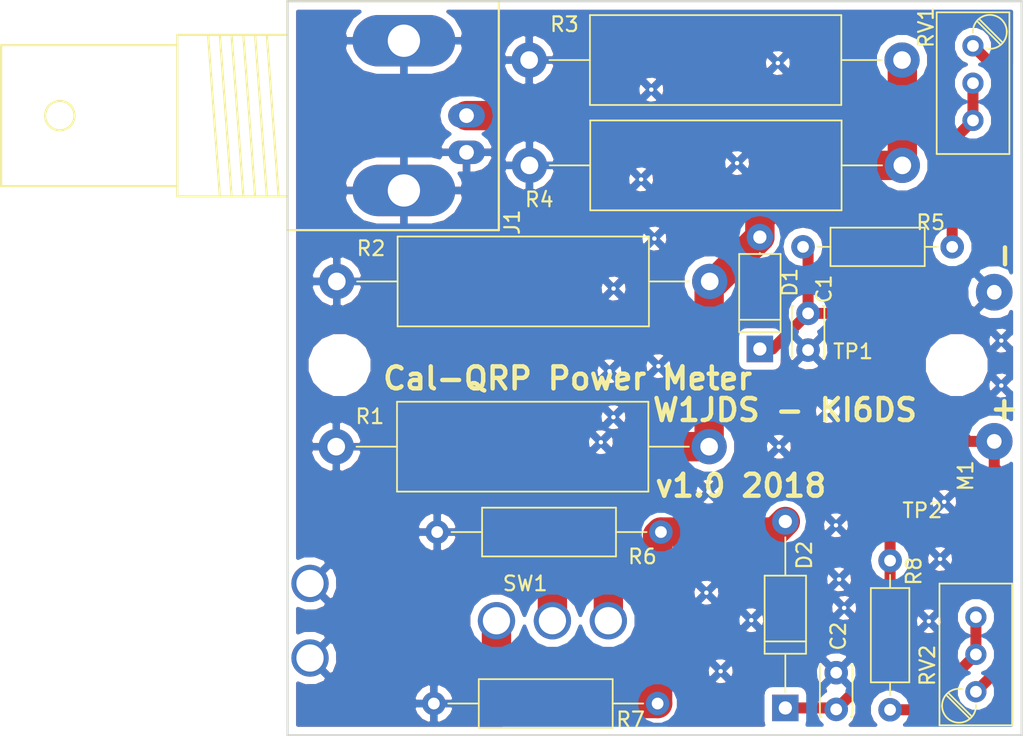
<source format=kicad_pcb>
(kicad_pcb (version 4) (host pcbnew 4.0.7)

  (general
    (links 58)
    (no_connects 0)
    (area 108.109999 86.094999 158.260001 136.245001)
    (thickness 1.6)
    (drawings 9)
    (tracks 59)
    (zones 0)
    (modules 45)
    (nets 10)
  )

  (page A4)
  (layers
    (0 F.Cu signal)
    (31 B.Cu signal)
    (32 B.Adhes user)
    (33 F.Adhes user)
    (34 B.Paste user)
    (35 F.Paste user)
    (36 B.SilkS user)
    (37 F.SilkS user)
    (38 B.Mask user)
    (39 F.Mask user)
    (40 Dwgs.User user)
    (41 Cmts.User user hide)
    (42 Eco1.User user)
    (43 Eco2.User user)
    (44 Edge.Cuts user)
    (45 Margin user)
    (46 B.CrtYd user)
    (47 F.CrtYd user)
    (48 B.Fab user)
    (49 F.Fab user)
  )

  (setup
    (last_trace_width 0.75)
    (trace_clearance 0.2)
    (zone_clearance 0.508)
    (zone_45_only no)
    (trace_min 0.2)
    (segment_width 0.2)
    (edge_width 0.15)
    (via_size 0.6)
    (via_drill 0.4)
    (via_min_size 0.4)
    (via_min_drill 0.3)
    (uvia_size 0.3)
    (uvia_drill 0.1)
    (uvias_allowed no)
    (uvia_min_size 0.2)
    (uvia_min_drill 0.1)
    (pcb_text_width 0.3)
    (pcb_text_size 1.5 1.5)
    (mod_edge_width 0.15)
    (mod_text_size 1 1)
    (mod_text_width 0.15)
    (pad_size 0.6 0.6)
    (pad_drill 0.3)
    (pad_to_mask_clearance 0.2)
    (aux_axis_origin 0 0)
    (visible_elements 7FFFFF7F)
    (pcbplotparams
      (layerselection 0x010e0_80000001)
      (usegerberextensions true)
      (excludeedgelayer true)
      (linewidth 0.100000)
      (plotframeref false)
      (viasonmask false)
      (mode 1)
      (useauxorigin false)
      (hpglpennumber 1)
      (hpglpenspeed 20)
      (hpglpendiameter 15)
      (hpglpenoverlay 2)
      (psnegative false)
      (psa4output false)
      (plotreference true)
      (plotvalue true)
      (plotinvisibletext false)
      (padsonsilk false)
      (subtractmaskfromsilk false)
      (outputformat 1)
      (mirror false)
      (drillshape 0)
      (scaleselection 1)
      (outputdirectory Gerbers/))
  )

  (net 0 "")
  (net 1 "Net-(C1-Pad1)")
  (net 2 GND)
  (net 3 "Net-(C2-Pad1)")
  (net 4 "Net-(M1-Pad1)")
  (net 5 "Net-(R5-Pad1)")
  (net 6 "Net-(R8-Pad1)")
  (net 7 /RF_10W)
  (net 8 /RF_1W)
  (net 9 /RF)

  (net_class Default "This is the default net class."
    (clearance 0.2)
    (trace_width 0.75)
    (via_dia 0.6)
    (via_drill 0.4)
    (uvia_dia 0.3)
    (uvia_drill 0.1)
    (add_net GND)
    (add_net "Net-(C1-Pad1)")
    (add_net "Net-(C2-Pad1)")
    (add_net "Net-(M1-Pad1)")
    (add_net "Net-(R5-Pad1)")
    (add_net "Net-(R8-Pad1)")
  )

  (net_class RF ""
    (clearance 0.2)
    (trace_width 2)
    (via_dia 0.6)
    (via_drill 0.4)
    (uvia_dia 0.3)
    (uvia_drill 0.1)
    (add_net /RF)
    (add_net /RF_10W)
    (add_net /RF_1W)
  )

  (module "My Models:Via_0.6mm" (layer F.Cu) (tedit 5B56DFAA) (tstamp 5B56E011)
    (at 156.8 109.285)
    (fp_text reference REF** (at 0.13 0.995) (layer F.SilkS) hide
      (effects (font (size 1 1) (thickness 0.15)))
    )
    (fp_text value Via_0.6mm (at 0.175 -1.17) (layer F.Fab) hide
      (effects (font (size 1 1) (thickness 0.15)))
    )
    (pad 1 thru_hole circle (at 0 0) (size 0.6 0.6) (drill 0.3) (layers *.Cu)
      (net 2 GND))
  )

  (module "My Models:Via_0.6mm" (layer F.Cu) (tedit 5B56DFAA) (tstamp 5B56E00D)
    (at 156.8 112.345)
    (fp_text reference REF** (at 0.13 0.995) (layer F.SilkS) hide
      (effects (font (size 1 1) (thickness 0.15)))
    )
    (fp_text value Via_0.6mm (at 0.175 -1.17) (layer F.Fab) hide
      (effects (font (size 1 1) (thickness 0.15)))
    )
    (pad 1 thru_hole circle (at 0 0) (size 0.6 0.6) (drill 0.3) (layers *.Cu)
      (net 2 GND))
  )

  (module "My Models:Via_0.6mm" (layer F.Cu) (tedit 5B56DFAA) (tstamp 5B56E003)
    (at 151.865 128.4)
    (fp_text reference REF** (at 0.13 0.995) (layer F.SilkS) hide
      (effects (font (size 1 1) (thickness 0.15)))
    )
    (fp_text value Via_0.6mm (at 0.175 -1.17) (layer F.Fab) hide
      (effects (font (size 1 1) (thickness 0.15)))
    )
    (pad 1 thru_hole circle (at 0 0) (size 0.6 0.6) (drill 0.3) (layers *.Cu)
      (net 2 GND))
  )

  (module "My Models:Via_0.6mm" (layer F.Cu) (tedit 5B56DFAA) (tstamp 5B56DFFF)
    (at 152.63 124.16)
    (fp_text reference REF** (at 0.13 0.995) (layer F.SilkS) hide
      (effects (font (size 1 1) (thickness 0.15)))
    )
    (fp_text value Via_0.6mm (at 0.175 -1.17) (layer F.Fab) hide
      (effects (font (size 1 1) (thickness 0.15)))
    )
    (pad 1 thru_hole circle (at 0 0) (size 0.6 0.6) (drill 0.3) (layers *.Cu)
      (net 2 GND))
  )

  (module "My Models:Via_0.6mm" (layer F.Cu) (tedit 5B56DFAA) (tstamp 5B56DFFB)
    (at 152.91 120.27)
    (fp_text reference REF** (at 0.13 0.995) (layer F.SilkS) hide
      (effects (font (size 1 1) (thickness 0.15)))
    )
    (fp_text value Via_0.6mm (at 0.175 -1.17) (layer F.Fab) hide
      (effects (font (size 1 1) (thickness 0.15)))
    )
    (pad 1 thru_hole circle (at 0 0) (size 0.6 0.6) (drill 0.3) (layers *.Cu)
      (net 2 GND))
  )

  (module "My Models:Via_0.6mm" (layer F.Cu) (tedit 5B56DFAA) (tstamp 5B56DFF7)
    (at 145.54 121.865)
    (fp_text reference REF** (at 0.13 0.995) (layer F.SilkS) hide
      (effects (font (size 1 1) (thickness 0.15)))
    )
    (fp_text value Via_0.6mm (at 0.175 -1.17) (layer F.Fab) hide
      (effects (font (size 1 1) (thickness 0.15)))
    )
    (pad 1 thru_hole circle (at 0 0) (size 0.6 0.6) (drill 0.3) (layers *.Cu)
      (net 2 GND))
  )

  (module "My Models:Via_0.6mm" (layer F.Cu) (tedit 5B56DFAA) (tstamp 5B56DFF3)
    (at 145.75 125.55)
    (fp_text reference REF** (at 0.13 0.995) (layer F.SilkS) hide
      (effects (font (size 1 1) (thickness 0.15)))
    )
    (fp_text value Via_0.6mm (at 0.175 -1.17) (layer F.Fab) hide
      (effects (font (size 1 1) (thickness 0.15)))
    )
    (pad 1 thru_hole circle (at 0 0) (size 0.6 0.6) (drill 0.3) (layers *.Cu)
      (net 2 GND))
  )

  (module "My Models:Via_0.6mm" (layer F.Cu) (tedit 5B56DFAA) (tstamp 5B56DFEF)
    (at 146.095 127.495)
    (fp_text reference REF** (at 0.13 0.995) (layer F.SilkS) hide
      (effects (font (size 1 1) (thickness 0.15)))
    )
    (fp_text value Via_0.6mm (at 0.175 -1.17) (layer F.Fab) hide
      (effects (font (size 1 1) (thickness 0.15)))
    )
    (pad 1 thru_hole circle (at 0 0) (size 0.6 0.6) (drill 0.3) (layers *.Cu)
      (net 2 GND))
  )

  (module "My Models:Via_0.6mm" (layer F.Cu) (tedit 5B56DFAA) (tstamp 5B56DFEB)
    (at 139.77 128.33)
    (fp_text reference REF** (at 0.13 0.995) (layer F.SilkS) hide
      (effects (font (size 1 1) (thickness 0.15)))
    )
    (fp_text value Via_0.6mm (at 0.175 -1.17) (layer F.Fab) hide
      (effects (font (size 1 1) (thickness 0.15)))
    )
    (pad 1 thru_hole circle (at 0 0) (size 0.6 0.6) (drill 0.3) (layers *.Cu)
      (net 2 GND))
  )

  (module "My Models:Via_0.6mm" (layer F.Cu) (tedit 5B56DFAA) (tstamp 5B56DFE7)
    (at 137.685 131.805)
    (fp_text reference REF** (at 0.13 0.995) (layer F.SilkS) hide
      (effects (font (size 1 1) (thickness 0.15)))
    )
    (fp_text value Via_0.6mm (at 0.175 -1.17) (layer F.Fab) hide
      (effects (font (size 1 1) (thickness 0.15)))
    )
    (pad 1 thru_hole circle (at 0 0) (size 0.6 0.6) (drill 0.3) (layers *.Cu)
      (net 2 GND))
  )

  (module "My Models:Via_0.6mm" (layer F.Cu) (tedit 5B56DFAA) (tstamp 5B56DFE3)
    (at 136.715 126.455)
    (fp_text reference REF** (at 0.13 0.995) (layer F.SilkS) hide
      (effects (font (size 1 1) (thickness 0.15)))
    )
    (fp_text value Via_0.6mm (at 0.175 -1.17) (layer F.Fab) hide
      (effects (font (size 1 1) (thickness 0.15)))
    )
    (pad 1 thru_hole circle (at 0 0) (size 0.6 0.6) (drill 0.3) (layers *.Cu)
      (net 2 GND))
  )

  (module "My Models:Via_0.6mm" (layer F.Cu) (tedit 5B56DFAA) (tstamp 5B56DFDF)
    (at 136.855 119.575)
    (fp_text reference REF** (at 0.13 0.995) (layer F.SilkS) hide
      (effects (font (size 1 1) (thickness 0.15)))
    )
    (fp_text value Via_0.6mm (at 0.175 -1.17) (layer F.Fab) hide
      (effects (font (size 1 1) (thickness 0.15)))
    )
    (pad 1 thru_hole circle (at 0 0) (size 0.6 0.6) (drill 0.3) (layers *.Cu)
      (net 2 GND))
  )

  (module "My Models:Via_0.6mm" (layer F.Cu) (tedit 5B56DFAA) (tstamp 5B56DFDB)
    (at 144.985 114.08)
    (fp_text reference REF** (at 0.13 0.995) (layer F.SilkS) hide
      (effects (font (size 1 1) (thickness 0.15)))
    )
    (fp_text value Via_0.6mm (at 0.175 -1.17) (layer F.Fab) hide
      (effects (font (size 1 1) (thickness 0.15)))
    )
    (pad 1 thru_hole circle (at 0 0) (size 0.6 0.6) (drill 0.3) (layers *.Cu)
      (net 2 GND))
  )

  (module "My Models:Via_0.6mm" (layer F.Cu) (tedit 5B56DFAA) (tstamp 5B56DFD7)
    (at 141.65 116.515)
    (fp_text reference REF** (at 0.13 0.995) (layer F.SilkS) hide
      (effects (font (size 1 1) (thickness 0.15)))
    )
    (fp_text value Via_0.6mm (at 0.175 -1.17) (layer F.Fab) hide
      (effects (font (size 1 1) (thickness 0.15)))
    )
    (pad 1 thru_hole circle (at 0 0) (size 0.6 0.6) (drill 0.3) (layers *.Cu)
      (net 2 GND))
  )

  (module "My Models:Via_0.6mm" (layer F.Cu) (tedit 5B56DFAA) (tstamp 5B56DFD3)
    (at 141.58 90.38)
    (fp_text reference REF** (at 0.13 0.995) (layer F.SilkS) hide
      (effects (font (size 1 1) (thickness 0.15)))
    )
    (fp_text value Via_0.6mm (at 0.175 -1.17) (layer F.Fab) hide
      (effects (font (size 1 1) (thickness 0.15)))
    )
    (pad 1 thru_hole circle (at 0 0) (size 0.6 0.6) (drill 0.3) (layers *.Cu)
      (net 2 GND))
  )

  (module "My Models:Via_0.6mm" (layer F.Cu) (tedit 5B56DFAA) (tstamp 5B56DFCF)
    (at 132.96 92.19)
    (fp_text reference REF** (at 0.13 0.995) (layer F.SilkS) hide
      (effects (font (size 1 1) (thickness 0.15)))
    )
    (fp_text value Via_0.6mm (at 0.175 -1.17) (layer F.Fab) hide
      (effects (font (size 1 1) (thickness 0.15)))
    )
    (pad 1 thru_hole circle (at 0 0) (size 0.6 0.6) (drill 0.3) (layers *.Cu)
      (net 2 GND))
  )

  (module "My Models:Via_0.6mm" (layer F.Cu) (tedit 5B56DFAA) (tstamp 5B56DFCB)
    (at 138.8 97.195)
    (fp_text reference REF** (at 0.13 0.995) (layer F.SilkS) hide
      (effects (font (size 1 1) (thickness 0.15)))
    )
    (fp_text value Via_0.6mm (at 0.175 -1.17) (layer F.Fab) hide
      (effects (font (size 1 1) (thickness 0.15)))
    )
    (pad 1 thru_hole circle (at 0 0) (size 0.6 0.6) (drill 0.3) (layers *.Cu)
      (net 2 GND))
  )

  (module "My Models:Via_0.6mm" (layer F.Cu) (tedit 5B56DFAA) (tstamp 5B56DFC7)
    (at 132.265 98.305)
    (fp_text reference REF** (at 0.13 0.995) (layer F.SilkS) hide
      (effects (font (size 1 1) (thickness 0.15)))
    )
    (fp_text value Via_0.6mm (at 0.175 -1.17) (layer F.Fab) hide
      (effects (font (size 1 1) (thickness 0.15)))
    )
    (pad 1 thru_hole circle (at 0 0) (size 0.6 0.6) (drill 0.3) (layers *.Cu)
      (net 2 GND))
  )

  (module "My Models:Via_0.6mm" (layer F.Cu) (tedit 5B56DFAA) (tstamp 5B56DFC3)
    (at 133.17 102.335)
    (fp_text reference REF** (at 0.13 0.995) (layer F.SilkS) hide
      (effects (font (size 1 1) (thickness 0.15)))
    )
    (fp_text value Via_0.6mm (at 0.175 -1.17) (layer F.Fab) hide
      (effects (font (size 1 1) (thickness 0.15)))
    )
    (pad 1 thru_hole circle (at 0 0) (size 0.6 0.6) (drill 0.3) (layers *.Cu)
      (net 2 GND))
  )

  (module "My Models:Via_0.6mm" (layer F.Cu) (tedit 5B56DFAA) (tstamp 5B56DFBF)
    (at 130.39 105.74)
    (fp_text reference REF** (at 0.13 0.995) (layer F.SilkS) hide
      (effects (font (size 1 1) (thickness 0.15)))
    )
    (fp_text value Via_0.6mm (at 0.175 -1.17) (layer F.Fab) hide
      (effects (font (size 1 1) (thickness 0.15)))
    )
    (pad 1 thru_hole circle (at 0 0) (size 0.6 0.6) (drill 0.3) (layers *.Cu)
      (net 2 GND))
  )

  (module "My Models:Via_0.6mm" (layer F.Cu) (tedit 5B56DFAA) (tstamp 5B56DFBB)
    (at 133.445 111.025)
    (fp_text reference REF** (at 0.13 0.995) (layer F.SilkS) hide
      (effects (font (size 1 1) (thickness 0.15)))
    )
    (fp_text value Via_0.6mm (at 0.175 -1.17) (layer F.Fab) hide
      (effects (font (size 1 1) (thickness 0.15)))
    )
    (pad 1 thru_hole circle (at 0 0) (size 0.6 0.6) (drill 0.3) (layers *.Cu)
      (net 2 GND))
  )

  (module "My Models:Via_0.6mm" (layer F.Cu) (tedit 5B56DFAA) (tstamp 5B56DFB7)
    (at 130.11 111.37)
    (fp_text reference REF** (at 0.13 0.995) (layer F.SilkS) hide
      (effects (font (size 1 1) (thickness 0.15)))
    )
    (fp_text value Via_0.6mm (at 0.175 -1.17) (layer F.Fab) hide
      (effects (font (size 1 1) (thickness 0.15)))
    )
    (pad 1 thru_hole circle (at 0 0) (size 0.6 0.6) (drill 0.3) (layers *.Cu)
      (net 2 GND))
  )

  (module "My Models:Via_0.6mm" (layer F.Cu) (tedit 5B56DFAA) (tstamp 5B56DFB3)
    (at 129.525 116.205)
    (fp_text reference REF** (at 0.13 0.995) (layer F.SilkS) hide
      (effects (font (size 1 1) (thickness 0.15)))
    )
    (fp_text value Via_0.6mm (at 0.175 -1.17) (layer F.Fab) hide
      (effects (font (size 1 1) (thickness 0.15)))
    )
    (pad 1 thru_hole circle (at 0 0) (size 0.6 0.6) (drill 0.3) (layers *.Cu)
      (net 2 GND))
  )

  (module Mounting_Holes:MountingHole_3.2mm_M3 (layer F.Cu) (tedit 5B52B24C) (tstamp 5B52B2CF)
    (at 111.725 110.95)
    (descr "Mounting Hole 3.2mm, no annular, M3")
    (tags "mounting hole 3.2mm no annular m3")
    (attr virtual)
    (fp_text reference REF** (at 0 -4.2) (layer F.SilkS) hide
      (effects (font (size 1 1) (thickness 0.15)))
    )
    (fp_text value MountingHole_3.2mm_M3 (at 0 4.2) (layer F.Fab) hide
      (effects (font (size 1 1) (thickness 0.15)))
    )
    (fp_text user %R (at 0.3 0) (layer F.Fab) hide
      (effects (font (size 1 1) (thickness 0.15)))
    )
    (fp_circle (center 0 0) (end 3.2 0) (layer Cmts.User) (width 0.15))
    (fp_circle (center 0 0) (end 3.45 0) (layer F.CrtYd) (width 0.05))
    (pad 1 np_thru_hole circle (at 0 0) (size 3.2 3.2) (drill 3.2) (layers *.Cu *.Mask))
  )

  (module Capacitors_ThroughHole:C_Disc_D3.4mm_W2.1mm_P2.50mm (layer F.Cu) (tedit 5B52A960) (tstamp 5B52A627)
    (at 143.64 107.43 270)
    (descr "C, Disc series, Radial, pin pitch=2.50mm, , diameter*width=3.4*2.1mm^2, Capacitor, http://www.vishay.com/docs/45233/krseries.pdf")
    (tags "C Disc series Radial pin pitch 2.50mm  diameter 3.4mm width 2.1mm Capacitor")
    (path /5B5297D1)
    (fp_text reference C1 (at -1.66 -1.085 270) (layer F.SilkS)
      (effects (font (size 1 1) (thickness 0.15)))
    )
    (fp_text value 0.01 (at 1.25 2.36 270) (layer F.Fab) hide
      (effects (font (size 1 1) (thickness 0.15)))
    )
    (fp_line (start -0.45 -1.05) (end -0.45 1.05) (layer F.Fab) (width 0.1))
    (fp_line (start -0.45 1.05) (end 2.95 1.05) (layer F.Fab) (width 0.1))
    (fp_line (start 2.95 1.05) (end 2.95 -1.05) (layer F.Fab) (width 0.1))
    (fp_line (start 2.95 -1.05) (end -0.45 -1.05) (layer F.Fab) (width 0.1))
    (fp_line (start -0.51 -1.11) (end 3.01 -1.11) (layer F.SilkS) (width 0.12))
    (fp_line (start -0.51 1.11) (end 3.01 1.11) (layer F.SilkS) (width 0.12))
    (fp_line (start -0.51 -1.11) (end -0.51 -0.996) (layer F.SilkS) (width 0.12))
    (fp_line (start -0.51 0.996) (end -0.51 1.11) (layer F.SilkS) (width 0.12))
    (fp_line (start 3.01 -1.11) (end 3.01 -0.996) (layer F.SilkS) (width 0.12))
    (fp_line (start 3.01 0.996) (end 3.01 1.11) (layer F.SilkS) (width 0.12))
    (fp_line (start -1.05 -1.4) (end -1.05 1.4) (layer F.CrtYd) (width 0.05))
    (fp_line (start -1.05 1.4) (end 3.55 1.4) (layer F.CrtYd) (width 0.05))
    (fp_line (start 3.55 1.4) (end 3.55 -1.4) (layer F.CrtYd) (width 0.05))
    (fp_line (start 3.55 -1.4) (end -1.05 -1.4) (layer F.CrtYd) (width 0.05))
    (fp_text user %R (at 1.25 0 270) (layer F.Fab) hide
      (effects (font (size 1 1) (thickness 0.15)))
    )
    (pad 1 thru_hole circle (at 0 0 270) (size 1.6 1.6) (drill 0.8) (layers *.Cu *.Mask)
      (net 1 "Net-(C1-Pad1)"))
    (pad 2 thru_hole circle (at 2.5 0 270) (size 1.6 1.6) (drill 0.8) (layers *.Cu *.Mask)
      (net 2 GND))
    (model ${KISYS3DMOD}/Capacitors_THT.3dshapes/C_Disc_D3.4mm_W2.1mm_P2.50mm.wrl
      (at (xyz 0 0 0))
      (scale (xyz 1 1 1))
      (rotate (xyz 0 0 0))
    )
  )

  (module Capacitors_ThroughHole:C_Disc_D3.4mm_W2.1mm_P2.50mm (layer F.Cu) (tedit 5B52AB8F) (tstamp 5B52A62D)
    (at 145.555 134.405 90)
    (descr "C, Disc series, Radial, pin pitch=2.50mm, , diameter*width=3.4*2.1mm^2, Capacitor, http://www.vishay.com/docs/45233/krseries.pdf")
    (tags "C Disc series Radial pin pitch 2.50mm  diameter 3.4mm width 2.1mm Capacitor")
    (path /5B529866)
    (fp_text reference C2 (at 4.98 0.145 90) (layer F.SilkS)
      (effects (font (size 1 1) (thickness 0.15)))
    )
    (fp_text value 0.01 (at 1.25 2.36 90) (layer F.Fab) hide
      (effects (font (size 1 1) (thickness 0.15)))
    )
    (fp_line (start -0.45 -1.05) (end -0.45 1.05) (layer F.Fab) (width 0.1))
    (fp_line (start -0.45 1.05) (end 2.95 1.05) (layer F.Fab) (width 0.1))
    (fp_line (start 2.95 1.05) (end 2.95 -1.05) (layer F.Fab) (width 0.1))
    (fp_line (start 2.95 -1.05) (end -0.45 -1.05) (layer F.Fab) (width 0.1))
    (fp_line (start -0.51 -1.11) (end 3.01 -1.11) (layer F.SilkS) (width 0.12))
    (fp_line (start -0.51 1.11) (end 3.01 1.11) (layer F.SilkS) (width 0.12))
    (fp_line (start -0.51 -1.11) (end -0.51 -0.996) (layer F.SilkS) (width 0.12))
    (fp_line (start -0.51 0.996) (end -0.51 1.11) (layer F.SilkS) (width 0.12))
    (fp_line (start 3.01 -1.11) (end 3.01 -0.996) (layer F.SilkS) (width 0.12))
    (fp_line (start 3.01 0.996) (end 3.01 1.11) (layer F.SilkS) (width 0.12))
    (fp_line (start -1.05 -1.4) (end -1.05 1.4) (layer F.CrtYd) (width 0.05))
    (fp_line (start -1.05 1.4) (end 3.55 1.4) (layer F.CrtYd) (width 0.05))
    (fp_line (start 3.55 1.4) (end 3.55 -1.4) (layer F.CrtYd) (width 0.05))
    (fp_line (start 3.55 -1.4) (end -1.05 -1.4) (layer F.CrtYd) (width 0.05))
    (fp_text user %R (at 1.25 0 90) (layer F.Fab) hide
      (effects (font (size 1 1) (thickness 0.15)))
    )
    (pad 1 thru_hole circle (at 0 0 90) (size 1.6 1.6) (drill 0.8) (layers *.Cu *.Mask)
      (net 3 "Net-(C2-Pad1)"))
    (pad 2 thru_hole circle (at 2.5 0 90) (size 1.6 1.6) (drill 0.8) (layers *.Cu *.Mask)
      (net 2 GND))
    (model ${KISYS3DMOD}/Capacitors_THT.3dshapes/C_Disc_D3.4mm_W2.1mm_P2.50mm.wrl
      (at (xyz 0 0 0))
      (scale (xyz 1 1 1))
      (rotate (xyz 0 0 0))
    )
  )

  (module Diodes_ThroughHole:D_A-405_P7.62mm_Horizontal (layer F.Cu) (tedit 5B52A93A) (tstamp 5B52A633)
    (at 140.355 109.855 90)
    (descr "D, A-405 series, Axial, Horizontal, pin pitch=7.62mm, , length*diameter=5.2*2.7mm^2, , http://www.diodes.com/_files/packages/A-405.pdf")
    (tags "D A-405 series Axial Horizontal pin pitch 7.62mm  length 5.2mm diameter 2.7mm")
    (path /5B5290A3)
    (fp_text reference D1 (at 4.54 2.04 90) (layer F.SilkS)
      (effects (font (size 1 1) (thickness 0.15)))
    )
    (fp_text value 1N4148 (at 4.45 0.11 90) (layer F.Fab)
      (effects (font (size 1 1) (thickness 0.15)))
    )
    (fp_text user %R (at 3.81 0 90) (layer F.Fab) hide
      (effects (font (size 1 1) (thickness 0.15)))
    )
    (fp_line (start 1.21 -1.35) (end 1.21 1.35) (layer F.Fab) (width 0.1))
    (fp_line (start 1.21 1.35) (end 6.41 1.35) (layer F.Fab) (width 0.1))
    (fp_line (start 6.41 1.35) (end 6.41 -1.35) (layer F.Fab) (width 0.1))
    (fp_line (start 6.41 -1.35) (end 1.21 -1.35) (layer F.Fab) (width 0.1))
    (fp_line (start 0 0) (end 1.21 0) (layer F.Fab) (width 0.1))
    (fp_line (start 7.62 0) (end 6.41 0) (layer F.Fab) (width 0.1))
    (fp_line (start 1.99 -1.35) (end 1.99 1.35) (layer F.Fab) (width 0.1))
    (fp_line (start 1.15 -1.41) (end 1.15 1.41) (layer F.SilkS) (width 0.12))
    (fp_line (start 1.15 1.41) (end 6.47 1.41) (layer F.SilkS) (width 0.12))
    (fp_line (start 6.47 1.41) (end 6.47 -1.41) (layer F.SilkS) (width 0.12))
    (fp_line (start 6.47 -1.41) (end 1.15 -1.41) (layer F.SilkS) (width 0.12))
    (fp_line (start 1.08 0) (end 1.15 0) (layer F.SilkS) (width 0.12))
    (fp_line (start 6.54 0) (end 6.47 0) (layer F.SilkS) (width 0.12))
    (fp_line (start 1.99 -1.41) (end 1.99 1.41) (layer F.SilkS) (width 0.12))
    (fp_line (start -1.15 -1.7) (end -1.15 1.7) (layer F.CrtYd) (width 0.05))
    (fp_line (start -1.15 1.7) (end 8.8 1.7) (layer F.CrtYd) (width 0.05))
    (fp_line (start 8.8 1.7) (end 8.8 -1.7) (layer F.CrtYd) (width 0.05))
    (fp_line (start 8.8 -1.7) (end -1.15 -1.7) (layer F.CrtYd) (width 0.05))
    (pad 1 thru_hole rect (at 0 0 90) (size 1.8 1.8) (drill 0.9) (layers *.Cu *.Mask)
      (net 1 "Net-(C1-Pad1)"))
    (pad 2 thru_hole oval (at 7.62 0 90) (size 1.8 1.8) (drill 0.9) (layers *.Cu *.Mask)
      (net 7 /RF_10W))
    (model ${KISYS3DMOD}/Diodes_THT.3dshapes/D_A-405_P7.62mm_Horizontal.wrl
      (at (xyz 0 0 0))
      (scale (xyz 0.393701 0.393701 0.393701))
      (rotate (xyz 0 0 0))
    )
  )

  (module Diodes_ThroughHole:D_A-405_P12.70mm_Horizontal (layer F.Cu) (tedit 5B52AB92) (tstamp 5B52A639)
    (at 142.09 134.305 90)
    (descr "D, A-405 series, Axial, Horizontal, pin pitch=12.7mm, , length*diameter=5.2*2.7mm^2, , http://www.diodes.com/_files/packages/A-405.pdf")
    (tags "D A-405 series Axial Horizontal pin pitch 12.7mm  length 5.2mm diameter 2.7mm")
    (path /5B52919A)
    (fp_text reference D2 (at 10.405 1.295 90) (layer F.SilkS)
      (effects (font (size 1 1) (thickness 0.15)))
    )
    (fp_text value 1N60 (at 6.665 0.275 90) (layer F.Fab)
      (effects (font (size 1 1) (thickness 0.15)))
    )
    (fp_text user %R (at 6.35 0 90) (layer F.Fab) hide
      (effects (font (size 1 1) (thickness 0.15)))
    )
    (fp_line (start 3.75 -1.35) (end 3.75 1.35) (layer F.Fab) (width 0.1))
    (fp_line (start 3.75 1.35) (end 8.95 1.35) (layer F.Fab) (width 0.1))
    (fp_line (start 8.95 1.35) (end 8.95 -1.35) (layer F.Fab) (width 0.1))
    (fp_line (start 8.95 -1.35) (end 3.75 -1.35) (layer F.Fab) (width 0.1))
    (fp_line (start 0 0) (end 3.75 0) (layer F.Fab) (width 0.1))
    (fp_line (start 12.7 0) (end 8.95 0) (layer F.Fab) (width 0.1))
    (fp_line (start 4.53 -1.35) (end 4.53 1.35) (layer F.Fab) (width 0.1))
    (fp_line (start 3.69 -1.41) (end 3.69 1.41) (layer F.SilkS) (width 0.12))
    (fp_line (start 3.69 1.41) (end 9.01 1.41) (layer F.SilkS) (width 0.12))
    (fp_line (start 9.01 1.41) (end 9.01 -1.41) (layer F.SilkS) (width 0.12))
    (fp_line (start 9.01 -1.41) (end 3.69 -1.41) (layer F.SilkS) (width 0.12))
    (fp_line (start 1.08 0) (end 3.69 0) (layer F.SilkS) (width 0.12))
    (fp_line (start 11.62 0) (end 9.01 0) (layer F.SilkS) (width 0.12))
    (fp_line (start 4.53 -1.41) (end 4.53 1.41) (layer F.SilkS) (width 0.12))
    (fp_line (start -1.15 -1.7) (end -1.15 1.7) (layer F.CrtYd) (width 0.05))
    (fp_line (start -1.15 1.7) (end 13.85 1.7) (layer F.CrtYd) (width 0.05))
    (fp_line (start 13.85 1.7) (end 13.85 -1.7) (layer F.CrtYd) (width 0.05))
    (fp_line (start 13.85 -1.7) (end -1.15 -1.7) (layer F.CrtYd) (width 0.05))
    (pad 1 thru_hole rect (at 0 0 90) (size 1.8 1.8) (drill 0.9) (layers *.Cu *.Mask)
      (net 3 "Net-(C2-Pad1)"))
    (pad 2 thru_hole oval (at 12.7 0 90) (size 1.8 1.8) (drill 0.9) (layers *.Cu *.Mask)
      (net 8 /RF_1W))
    (model ${KISYS3DMOD}/Diodes_THT.3dshapes/D_A-405_P12.70mm_Horizontal.wrl
      (at (xyz 0 0 0))
      (scale (xyz 0.393701 0.393701 0.393701))
      (rotate (xyz 0 0 0))
    )
  )

  (module Sockets_BNC:BNC_Socket_TYCO-AMP_LargePads (layer F.Cu) (tedit 5B52B405) (tstamp 5B52A641)
    (at 115.3734 93.96032 90)
    (descr "BNC Socket TYCO AMP")
    (tags "BNC Socket TYCO AMP")
    (path /5B528E19)
    (fp_text reference J1 (at -7.26468 8.1116 90) (layer F.SilkS)
      (effects (font (size 1 1) (thickness 0.15)))
    )
    (fp_text value Conn_Coaxial (at 10.89914 -9.6012 180) (layer F.Fab) hide
      (effects (font (size 1 1) (thickness 0.15)))
    )
    (fp_line (start -5.4991 -11.80084) (end 5.4991 -12.60094) (layer F.SilkS) (width 0.15))
    (fp_line (start -5.4991 -11.00074) (end 5.4991 -11.80084) (layer F.SilkS) (width 0.15))
    (fp_line (start -5.4991 -10.20064) (end 5.4991 -11.00074) (layer F.SilkS) (width 0.15))
    (fp_line (start -5.4991 -9.40054) (end 5.4991 -10.20064) (layer F.SilkS) (width 0.15))
    (fp_line (start -5.4991 -8.60044) (end 5.4991 -9.40054) (layer F.SilkS) (width 0.15))
    (fp_line (start -5.4991 -7.80034) (end 5.4991 -8.60044) (layer F.SilkS) (width 0.15))
    (fp_circle (center 0 -22.69998) (end 1.00076 -22.69998) (layer F.SilkS) (width 0.15))
    (fp_line (start 4.8006 -14.69898) (end 4.8006 -26.70048) (layer F.SilkS) (width 0.15))
    (fp_line (start 4.8006 -26.70048) (end -4.8006 -26.70048) (layer F.SilkS) (width 0.15))
    (fp_line (start -4.8006 -26.70048) (end -4.8006 -14.69898) (layer F.SilkS) (width 0.15))
    (fp_line (start 5.4991 -7.2009) (end 5.4991 -14.69898) (layer F.SilkS) (width 0.15))
    (fp_line (start 5.4991 -14.69898) (end -5.4991 -14.69898) (layer F.SilkS) (width 0.15))
    (fp_line (start -5.4991 -14.69898) (end -5.4991 -7.2009) (layer F.SilkS) (width 0.15))
    (fp_line (start -7.80034 7.2009) (end 7.80034 7.2009) (layer F.SilkS) (width 0.15))
    (fp_line (start 7.80034 7.2009) (end 7.80034 -7.2009) (layer F.SilkS) (width 0.15))
    (fp_line (start 7.80034 -7.2009) (end -7.80034 -7.2009) (layer F.SilkS) (width 0.15))
    (fp_line (start -7.80034 -7.2009) (end -7.80034 7.2009) (layer F.SilkS) (width 0.15))
    (pad 2 thru_hole oval (at -5.09778 0.7366 90) (size 3.50012 7.00024) (drill 2.19964) (layers *.Cu *.Mask)
      (net 2 GND))
    (pad 2 thru_hole oval (at 5.10032 0.7366 90) (size 3.50012 7.00024) (drill 2.19964) (layers *.Cu *.Mask)
      (net 2 GND))
    (pad 1 thru_hole oval (at 0 5.00126 90) (size 1.6002 2.49936) (drill 1.00076) (layers *.Cu *.Mask)
      (net 9 /RF))
    (pad 2 thru_hole oval (at -2.49936 5.00126 90) (size 1.6002 2.49936) (drill 1.00076) (layers *.Cu *.Mask)
      (net 2 GND))
    (model Sockets_BNC.3dshapes/BNC_Socket_TYCO-AMP_LargePads.wrl
      (at (xyz 0 0 0))
      (scale (xyz 0.3937 0.3937 0.3937))
      (rotate (xyz 0 0 0))
    )
  )

  (module Wire_Connections_Bridges:WireConnection_1.00mmDrill (layer F.Cu) (tedit 5B52B240) (tstamp 5B52A647)
    (at 156.32 116.15 90)
    (descr "WireConnection with 1mm drill")
    (path /5B52A6FB)
    (fp_text reference M1 (at -2.34 -1.95 90) (layer F.SilkS)
      (effects (font (size 1 1) (thickness 0.15)))
    )
    (fp_text value "85C1 " (at 5.08 3.81 90) (layer F.Fab) hide
      (effects (font (size 1 1) (thickness 0.15)))
    )
    (fp_line (start 14.0716 -3.7592) (end 13.8684 -3.6576) (layer Cmts.User) (width 0.381))
    (fp_line (start 13.8684 -3.6576) (end 13.6398 -3.6576) (layer Cmts.User) (width 0.381))
    (fp_line (start 13.6398 -3.6576) (end 13.4366 -3.7592) (layer Cmts.User) (width 0.381))
    (fp_line (start 13.4366 -3.7592) (end 13.3604 -4.1148) (layer Cmts.User) (width 0.381))
    (fp_line (start 13.3604 -4.1148) (end 13.3604 -4.572) (layer Cmts.User) (width 0.381))
    (fp_line (start 13.3604 -4.572) (end 13.462 -4.6482) (layer Cmts.User) (width 0.381))
    (fp_line (start 13.462 -4.6482) (end 13.7668 -4.7244) (layer Cmts.User) (width 0.381))
    (fp_line (start 13.7668 -4.7244) (end 13.9954 -4.6736) (layer Cmts.User) (width 0.381))
    (fp_line (start 13.9954 -4.6736) (end 14.0462 -4.318) (layer Cmts.User) (width 0.381))
    (fp_line (start 14.0462 -4.318) (end 13.4366 -4.191) (layer Cmts.User) (width 0.381))
    (fp_line (start 13.4366 -4.191) (end 13.4366 -4.2418) (layer Cmts.User) (width 0.381))
    (fp_line (start 12.7508 -3.7084) (end 12.4206 -3.7084) (layer Cmts.User) (width 0.381))
    (fp_line (start 12.4206 -3.7084) (end 12.2174 -3.7084) (layer Cmts.User) (width 0.381))
    (fp_line (start 12.2174 -3.7084) (end 12.0396 -3.8608) (layer Cmts.User) (width 0.381))
    (fp_line (start 12.0396 -3.8608) (end 12.0396 -4.2418) (layer Cmts.User) (width 0.381))
    (fp_line (start 12.0396 -4.2418) (end 12.1412 -4.572) (layer Cmts.User) (width 0.381))
    (fp_line (start 12.1412 -4.572) (end 12.2936 -4.6482) (layer Cmts.User) (width 0.381))
    (fp_line (start 12.2936 -4.6482) (end 12.573 -4.6482) (layer Cmts.User) (width 0.381))
    (fp_line (start 12.573 -4.6482) (end 12.7508 -4.572) (layer Cmts.User) (width 0.381))
    (fp_line (start 12.7508 -4.572) (end 12.7762 -4.2672) (layer Cmts.User) (width 0.381))
    (fp_line (start 12.7762 -4.2672) (end 12.1412 -4.2418) (layer Cmts.User) (width 0.381))
    (fp_line (start 11.2268 -4.5212) (end 11.6078 -4.6736) (layer Cmts.User) (width 0.381))
    (fp_line (start 11.6078 -4.6736) (end 11.6332 -4.6736) (layer Cmts.User) (width 0.381))
    (fp_line (start 11.2014 -4.7244) (end 11.2014 -3.6576) (layer Cmts.User) (width 0.381))
    (fp_line (start 9.9822 -4.6736) (end 10.668 -4.7244) (layer Cmts.User) (width 0.381))
    (fp_line (start 10.7188 -5.207) (end 10.541 -5.207) (layer Cmts.User) (width 0.381))
    (fp_line (start 10.541 -5.207) (end 10.3886 -5.08) (layer Cmts.User) (width 0.381))
    (fp_line (start 10.3886 -5.08) (end 10.3378 -3.7084) (layer Cmts.User) (width 0.381))
    (fp_line (start 8.4328 -4.5974) (end 8.3058 -4.6736) (layer Cmts.User) (width 0.381))
    (fp_line (start 8.3058 -4.6736) (end 8.0264 -4.6736) (layer Cmts.User) (width 0.381))
    (fp_line (start 8.0264 -4.6736) (end 7.874 -4.445) (layer Cmts.User) (width 0.381))
    (fp_line (start 7.874 -4.445) (end 7.8994 -4.2672) (layer Cmts.User) (width 0.381))
    (fp_line (start 7.8994 -4.2672) (end 8.1788 -4.191) (layer Cmts.User) (width 0.381))
    (fp_line (start 8.1788 -4.191) (end 8.4328 -4.1148) (layer Cmts.User) (width 0.381))
    (fp_line (start 8.4328 -4.1148) (end 8.4836 -3.8354) (layer Cmts.User) (width 0.381))
    (fp_line (start 8.4836 -3.8354) (end 8.2804 -3.6576) (layer Cmts.User) (width 0.381))
    (fp_line (start 8.2804 -3.6576) (end 7.8994 -3.7084) (layer Cmts.User) (width 0.381))
    (fp_line (start 7.1628 -3.6576) (end 6.8072 -3.7592) (layer Cmts.User) (width 0.381))
    (fp_line (start 6.8072 -3.7592) (end 6.604 -3.8354) (layer Cmts.User) (width 0.381))
    (fp_line (start 6.604 -3.8354) (end 6.477 -4.1656) (layer Cmts.User) (width 0.381))
    (fp_line (start 6.477 -4.1656) (end 6.477 -4.4704) (layer Cmts.User) (width 0.381))
    (fp_line (start 6.477 -4.4704) (end 6.6802 -4.6736) (layer Cmts.User) (width 0.381))
    (fp_line (start 6.6802 -4.6736) (end 7.0104 -4.7244) (layer Cmts.User) (width 0.381))
    (fp_line (start 7.2136 -5.207) (end 7.2136 -3.6576) (layer Cmts.User) (width 0.381))
    (fp_line (start 5.715 -3.6576) (end 5.2578 -3.7084) (layer Cmts.User) (width 0.381))
    (fp_line (start 5.2578 -3.7084) (end 5.1054 -3.9116) (layer Cmts.User) (width 0.381))
    (fp_line (start 5.1054 -3.9116) (end 5.1308 -4.191) (layer Cmts.User) (width 0.381))
    (fp_line (start 5.1308 -4.191) (end 5.842 -4.2418) (layer Cmts.User) (width 0.381))
    (fp_line (start 5.1054 -4.572) (end 5.3848 -4.7244) (layer Cmts.User) (width 0.381))
    (fp_line (start 5.3848 -4.7244) (end 5.6388 -4.6482) (layer Cmts.User) (width 0.381))
    (fp_line (start 5.6388 -4.6482) (end 5.7912 -4.4704) (layer Cmts.User) (width 0.381))
    (fp_line (start 5.7912 -4.4704) (end 5.842 -3.6322) (layer Cmts.User) (width 0.381))
    (fp_line (start 3.6068 -3.6576) (end 3.6322 -5.2578) (layer Cmts.User) (width 0.381))
    (fp_line (start 3.6322 -5.2578) (end 4.0894 -5.2578) (layer Cmts.User) (width 0.381))
    (fp_line (start 4.0894 -5.2578) (end 4.3688 -5.1308) (layer Cmts.User) (width 0.381))
    (fp_line (start 4.3688 -5.1308) (end 4.4958 -4.8768) (layer Cmts.User) (width 0.381))
    (fp_line (start 4.4958 -4.8768) (end 4.4958 -4.5974) (layer Cmts.User) (width 0.381))
    (fp_line (start 4.4958 -4.5974) (end 4.3688 -4.3942) (layer Cmts.User) (width 0.381))
    (fp_line (start 4.3688 -4.3942) (end 4.0894 -4.445) (layer Cmts.User) (width 0.381))
    (fp_line (start 4.0894 -4.445) (end 3.6322 -4.445) (layer Cmts.User) (width 0.381))
    (fp_line (start 1.778 -3.7592) (end 1.524 -3.6576) (layer Cmts.User) (width 0.381))
    (fp_line (start 1.524 -3.6576) (end 1.27 -3.7592) (layer Cmts.User) (width 0.381))
    (fp_line (start 1.27 -3.7592) (end 1.1176 -3.9116) (layer Cmts.User) (width 0.381))
    (fp_line (start 1.1176 -3.9116) (end 1.0414 -4.318) (layer Cmts.User) (width 0.381))
    (fp_line (start 1.0414 -4.318) (end 1.1684 -4.572) (layer Cmts.User) (width 0.381))
    (fp_line (start 1.1684 -4.572) (end 1.3716 -4.6736) (layer Cmts.User) (width 0.381))
    (fp_line (start 1.3716 -4.6736) (end 1.651 -4.6482) (layer Cmts.User) (width 0.381))
    (fp_line (start 1.651 -4.6482) (end 1.8034 -4.5212) (layer Cmts.User) (width 0.381))
    (fp_line (start 1.8034 -4.5212) (end 1.8034 -4.318) (layer Cmts.User) (width 0.381))
    (fp_line (start 1.8034 -4.318) (end 1.1684 -4.2418) (layer Cmts.User) (width 0.381))
    (fp_line (start -0.1524 -4.7244) (end 0.3048 -3.6576) (layer Cmts.User) (width 0.381))
    (fp_line (start 0.3048 -3.6576) (end 0.5842 -4.6736) (layer Cmts.User) (width 0.381))
    (fp_line (start 0.5842 -4.6736) (end 0.5588 -4.6736) (layer Cmts.User) (width 0.381))
    (fp_line (start -1.4732 -4.3942) (end -1.4732 -3.9116) (layer Cmts.User) (width 0.381))
    (fp_line (start -1.4732 -3.9116) (end -1.27 -3.7084) (layer Cmts.User) (width 0.381))
    (fp_line (start -1.27 -3.7084) (end -1.0414 -3.6576) (layer Cmts.User) (width 0.381))
    (fp_line (start -1.0414 -3.6576) (end -0.762 -3.7846) (layer Cmts.User) (width 0.381))
    (fp_line (start -0.762 -3.7846) (end -0.6604 -3.9878) (layer Cmts.User) (width 0.381))
    (fp_line (start -0.6604 -3.9878) (end -0.6604 -4.445) (layer Cmts.User) (width 0.381))
    (fp_line (start -0.6604 -4.445) (end -0.8382 -4.6482) (layer Cmts.User) (width 0.381))
    (fp_line (start -0.8382 -4.6482) (end -1.1176 -4.7244) (layer Cmts.User) (width 0.381))
    (fp_line (start -1.1176 -4.7244) (end -1.4478 -4.4704) (layer Cmts.User) (width 0.381))
    (fp_line (start -3.0988 -3.6322) (end -3.0988 -5.2578) (layer Cmts.User) (width 0.381))
    (fp_line (start -3.0988 -5.2578) (end -2.6162 -4.1148) (layer Cmts.User) (width 0.381))
    (fp_line (start -2.6162 -4.1148) (end -2.1336 -5.1816) (layer Cmts.User) (width 0.381))
    (fp_line (start -2.1336 -5.1816) (end -2.1336 -3.6322) (layer Cmts.User) (width 0.381))
    (pad 1 thru_hole circle (at 0 0 90) (size 2.49936 2.49936) (drill 1.00076) (layers *.Cu *.Mask)
      (net 4 "Net-(M1-Pad1)"))
    (pad 2 thru_hole circle (at 10.16 0 90) (size 2.49936 2.49936) (drill 1.00076) (layers *.Cu *.Mask)
      (net 2 GND))
  )

  (module Resistors_ThroughHole:R_Axial_DIN0617_L17.0mm_D6.0mm_P25.40mm_Horizontal (layer F.Cu) (tedit 5874F706) (tstamp 5B52A64D)
    (at 136.9 116.51 180)
    (descr "Resistor, Axial_DIN0617 series, Axial, Horizontal, pin pitch=25.4mm, 2W, length*diameter=17*6mm^2, http://www.vishay.com/docs/20128/wkxwrx.pdf")
    (tags "Resistor Axial_DIN0617 series Axial Horizontal pin pitch 25.4mm 2W length 17mm diameter 6mm")
    (path /5B5281BF)
    (fp_text reference R1 (at 23.11 2.06 180) (layer F.SilkS)
      (effects (font (size 1 1) (thickness 0.15)))
    )
    (fp_text value 200 (at 12.71 0.395 180) (layer F.Fab)
      (effects (font (size 1 1) (thickness 0.15)))
    )
    (fp_line (start 4.2 -3) (end 4.2 3) (layer F.Fab) (width 0.1))
    (fp_line (start 4.2 3) (end 21.2 3) (layer F.Fab) (width 0.1))
    (fp_line (start 21.2 3) (end 21.2 -3) (layer F.Fab) (width 0.1))
    (fp_line (start 21.2 -3) (end 4.2 -3) (layer F.Fab) (width 0.1))
    (fp_line (start 0 0) (end 4.2 0) (layer F.Fab) (width 0.1))
    (fp_line (start 25.4 0) (end 21.2 0) (layer F.Fab) (width 0.1))
    (fp_line (start 4.14 -3.06) (end 4.14 3.06) (layer F.SilkS) (width 0.12))
    (fp_line (start 4.14 3.06) (end 21.26 3.06) (layer F.SilkS) (width 0.12))
    (fp_line (start 21.26 3.06) (end 21.26 -3.06) (layer F.SilkS) (width 0.12))
    (fp_line (start 21.26 -3.06) (end 4.14 -3.06) (layer F.SilkS) (width 0.12))
    (fp_line (start 1.38 0) (end 4.14 0) (layer F.SilkS) (width 0.12))
    (fp_line (start 24.02 0) (end 21.26 0) (layer F.SilkS) (width 0.12))
    (fp_line (start -1.45 -3.35) (end -1.45 3.35) (layer F.CrtYd) (width 0.05))
    (fp_line (start -1.45 3.35) (end 26.85 3.35) (layer F.CrtYd) (width 0.05))
    (fp_line (start 26.85 3.35) (end 26.85 -3.35) (layer F.CrtYd) (width 0.05))
    (fp_line (start 26.85 -3.35) (end -1.45 -3.35) (layer F.CrtYd) (width 0.05))
    (pad 1 thru_hole circle (at 0 0 180) (size 2.4 2.4) (drill 1.2) (layers *.Cu *.Mask)
      (net 7 /RF_10W))
    (pad 2 thru_hole oval (at 25.4 0 180) (size 2.4 2.4) (drill 1.2) (layers *.Cu *.Mask)
      (net 2 GND))
    (model ${KISYS3DMOD}/Resistors_THT.3dshapes/R_Axial_DIN0617_L17.0mm_D6.0mm_P25.40mm_Horizontal.wrl
      (at (xyz 0 0 0))
      (scale (xyz 0.393701 0.393701 0.393701))
      (rotate (xyz 0 0 0))
    )
  )

  (module Resistors_ThroughHole:R_Axial_DIN0617_L17.0mm_D6.0mm_P25.40mm_Horizontal (layer F.Cu) (tedit 5874F706) (tstamp 5B52A653)
    (at 136.94 105.255 180)
    (descr "Resistor, Axial_DIN0617 series, Axial, Horizontal, pin pitch=25.4mm, 2W, length*diameter=17*6mm^2, http://www.vishay.com/docs/20128/wkxwrx.pdf")
    (tags "Resistor Axial_DIN0617 series Axial Horizontal pin pitch 25.4mm 2W length 17mm diameter 6mm")
    (path /5B5282DA)
    (fp_text reference R2 (at 23.07 2.25 180) (layer F.SilkS)
      (effects (font (size 1 1) (thickness 0.15)))
    )
    (fp_text value 200 (at 12.86 0.165 180) (layer F.Fab)
      (effects (font (size 1 1) (thickness 0.15)))
    )
    (fp_line (start 4.2 -3) (end 4.2 3) (layer F.Fab) (width 0.1))
    (fp_line (start 4.2 3) (end 21.2 3) (layer F.Fab) (width 0.1))
    (fp_line (start 21.2 3) (end 21.2 -3) (layer F.Fab) (width 0.1))
    (fp_line (start 21.2 -3) (end 4.2 -3) (layer F.Fab) (width 0.1))
    (fp_line (start 0 0) (end 4.2 0) (layer F.Fab) (width 0.1))
    (fp_line (start 25.4 0) (end 21.2 0) (layer F.Fab) (width 0.1))
    (fp_line (start 4.14 -3.06) (end 4.14 3.06) (layer F.SilkS) (width 0.12))
    (fp_line (start 4.14 3.06) (end 21.26 3.06) (layer F.SilkS) (width 0.12))
    (fp_line (start 21.26 3.06) (end 21.26 -3.06) (layer F.SilkS) (width 0.12))
    (fp_line (start 21.26 -3.06) (end 4.14 -3.06) (layer F.SilkS) (width 0.12))
    (fp_line (start 1.38 0) (end 4.14 0) (layer F.SilkS) (width 0.12))
    (fp_line (start 24.02 0) (end 21.26 0) (layer F.SilkS) (width 0.12))
    (fp_line (start -1.45 -3.35) (end -1.45 3.35) (layer F.CrtYd) (width 0.05))
    (fp_line (start -1.45 3.35) (end 26.85 3.35) (layer F.CrtYd) (width 0.05))
    (fp_line (start 26.85 3.35) (end 26.85 -3.35) (layer F.CrtYd) (width 0.05))
    (fp_line (start 26.85 -3.35) (end -1.45 -3.35) (layer F.CrtYd) (width 0.05))
    (pad 1 thru_hole circle (at 0 0 180) (size 2.4 2.4) (drill 1.2) (layers *.Cu *.Mask)
      (net 7 /RF_10W))
    (pad 2 thru_hole oval (at 25.4 0 180) (size 2.4 2.4) (drill 1.2) (layers *.Cu *.Mask)
      (net 2 GND))
    (model ${KISYS3DMOD}/Resistors_THT.3dshapes/R_Axial_DIN0617_L17.0mm_D6.0mm_P25.40mm_Horizontal.wrl
      (at (xyz 0 0 0))
      (scale (xyz 0.393701 0.393701 0.393701))
      (rotate (xyz 0 0 0))
    )
  )

  (module Resistors_ThroughHole:R_Axial_DIN0617_L17.0mm_D6.0mm_P25.40mm_Horizontal (layer F.Cu) (tedit 5874F706) (tstamp 5B52A659)
    (at 150.04 90.175 180)
    (descr "Resistor, Axial_DIN0617 series, Axial, Horizontal, pin pitch=25.4mm, 2W, length*diameter=17*6mm^2, http://www.vishay.com/docs/20128/wkxwrx.pdf")
    (tags "Resistor Axial_DIN0617 series Axial Horizontal pin pitch 25.4mm 2W length 17mm diameter 6mm")
    (path /5B5286CB)
    (fp_text reference R3 (at 22.995 2.43 180) (layer F.SilkS)
      (effects (font (size 1 1) (thickness 0.15)))
    )
    (fp_text value 200 (at 12.745 0.425 180) (layer F.Fab)
      (effects (font (size 1 1) (thickness 0.15)))
    )
    (fp_line (start 4.2 -3) (end 4.2 3) (layer F.Fab) (width 0.1))
    (fp_line (start 4.2 3) (end 21.2 3) (layer F.Fab) (width 0.1))
    (fp_line (start 21.2 3) (end 21.2 -3) (layer F.Fab) (width 0.1))
    (fp_line (start 21.2 -3) (end 4.2 -3) (layer F.Fab) (width 0.1))
    (fp_line (start 0 0) (end 4.2 0) (layer F.Fab) (width 0.1))
    (fp_line (start 25.4 0) (end 21.2 0) (layer F.Fab) (width 0.1))
    (fp_line (start 4.14 -3.06) (end 4.14 3.06) (layer F.SilkS) (width 0.12))
    (fp_line (start 4.14 3.06) (end 21.26 3.06) (layer F.SilkS) (width 0.12))
    (fp_line (start 21.26 3.06) (end 21.26 -3.06) (layer F.SilkS) (width 0.12))
    (fp_line (start 21.26 -3.06) (end 4.14 -3.06) (layer F.SilkS) (width 0.12))
    (fp_line (start 1.38 0) (end 4.14 0) (layer F.SilkS) (width 0.12))
    (fp_line (start 24.02 0) (end 21.26 0) (layer F.SilkS) (width 0.12))
    (fp_line (start -1.45 -3.35) (end -1.45 3.35) (layer F.CrtYd) (width 0.05))
    (fp_line (start -1.45 3.35) (end 26.85 3.35) (layer F.CrtYd) (width 0.05))
    (fp_line (start 26.85 3.35) (end 26.85 -3.35) (layer F.CrtYd) (width 0.05))
    (fp_line (start 26.85 -3.35) (end -1.45 -3.35) (layer F.CrtYd) (width 0.05))
    (pad 1 thru_hole circle (at 0 0 180) (size 2.4 2.4) (drill 1.2) (layers *.Cu *.Mask)
      (net 7 /RF_10W))
    (pad 2 thru_hole oval (at 25.4 0 180) (size 2.4 2.4) (drill 1.2) (layers *.Cu *.Mask)
      (net 2 GND))
    (model ${KISYS3DMOD}/Resistors_THT.3dshapes/R_Axial_DIN0617_L17.0mm_D6.0mm_P25.40mm_Horizontal.wrl
      (at (xyz 0 0 0))
      (scale (xyz 0.393701 0.393701 0.393701))
      (rotate (xyz 0 0 0))
    )
  )

  (module Resistors_ThroughHole:R_Axial_DIN0617_L17.0mm_D6.0mm_P25.40mm_Horizontal (layer F.Cu) (tedit 5874F706) (tstamp 5B52A65F)
    (at 150.06 97.35 180)
    (descr "Resistor, Axial_DIN0617 series, Axial, Horizontal, pin pitch=25.4mm, 2W, length*diameter=17*6mm^2, http://www.vishay.com/docs/20128/wkxwrx.pdf")
    (tags "Resistor Axial_DIN0617 series Axial Horizontal pin pitch 25.4mm 2W length 17mm diameter 6mm")
    (path /5B5286D1)
    (fp_text reference R4 (at 24.73 -2.33 180) (layer F.SilkS)
      (effects (font (size 1 1) (thickness 0.15)))
    )
    (fp_text value 200 (at 12.62 -0.08 180) (layer F.Fab)
      (effects (font (size 1 1) (thickness 0.15)))
    )
    (fp_line (start 4.2 -3) (end 4.2 3) (layer F.Fab) (width 0.1))
    (fp_line (start 4.2 3) (end 21.2 3) (layer F.Fab) (width 0.1))
    (fp_line (start 21.2 3) (end 21.2 -3) (layer F.Fab) (width 0.1))
    (fp_line (start 21.2 -3) (end 4.2 -3) (layer F.Fab) (width 0.1))
    (fp_line (start 0 0) (end 4.2 0) (layer F.Fab) (width 0.1))
    (fp_line (start 25.4 0) (end 21.2 0) (layer F.Fab) (width 0.1))
    (fp_line (start 4.14 -3.06) (end 4.14 3.06) (layer F.SilkS) (width 0.12))
    (fp_line (start 4.14 3.06) (end 21.26 3.06) (layer F.SilkS) (width 0.12))
    (fp_line (start 21.26 3.06) (end 21.26 -3.06) (layer F.SilkS) (width 0.12))
    (fp_line (start 21.26 -3.06) (end 4.14 -3.06) (layer F.SilkS) (width 0.12))
    (fp_line (start 1.38 0) (end 4.14 0) (layer F.SilkS) (width 0.12))
    (fp_line (start 24.02 0) (end 21.26 0) (layer F.SilkS) (width 0.12))
    (fp_line (start -1.45 -3.35) (end -1.45 3.35) (layer F.CrtYd) (width 0.05))
    (fp_line (start -1.45 3.35) (end 26.85 3.35) (layer F.CrtYd) (width 0.05))
    (fp_line (start 26.85 3.35) (end 26.85 -3.35) (layer F.CrtYd) (width 0.05))
    (fp_line (start 26.85 -3.35) (end -1.45 -3.35) (layer F.CrtYd) (width 0.05))
    (pad 1 thru_hole circle (at 0 0 180) (size 2.4 2.4) (drill 1.2) (layers *.Cu *.Mask)
      (net 7 /RF_10W))
    (pad 2 thru_hole oval (at 25.4 0 180) (size 2.4 2.4) (drill 1.2) (layers *.Cu *.Mask)
      (net 2 GND))
    (model ${KISYS3DMOD}/Resistors_THT.3dshapes/R_Axial_DIN0617_L17.0mm_D6.0mm_P25.40mm_Horizontal.wrl
      (at (xyz 0 0 0))
      (scale (xyz 0.393701 0.393701 0.393701))
      (rotate (xyz 0 0 0))
    )
  )

  (module Resistors_ThroughHole:R_Axial_DIN0207_L6.3mm_D2.5mm_P10.16mm_Horizontal (layer F.Cu) (tedit 5874F706) (tstamp 5B52A665)
    (at 153.455 102.9 180)
    (descr "Resistor, Axial_DIN0207 series, Axial, Horizontal, pin pitch=10.16mm, 0.25W = 1/4W, length*diameter=6.3*2.5mm^2, http://cdn-reichelt.de/documents/datenblatt/B400/1_4W%23YAG.pdf")
    (tags "Resistor Axial_DIN0207 series Axial Horizontal pin pitch 10.16mm 0.25W = 1/4W length 6.3mm diameter 2.5mm")
    (path /5B529B8D)
    (fp_text reference R5 (at 1.465 1.665 180) (layer F.SilkS)
      (effects (font (size 1 1) (thickness 0.15)))
    )
    (fp_text value 100K (at 5.03 0.125 180) (layer F.Fab)
      (effects (font (size 1 1) (thickness 0.15)))
    )
    (fp_line (start 1.93 -1.25) (end 1.93 1.25) (layer F.Fab) (width 0.1))
    (fp_line (start 1.93 1.25) (end 8.23 1.25) (layer F.Fab) (width 0.1))
    (fp_line (start 8.23 1.25) (end 8.23 -1.25) (layer F.Fab) (width 0.1))
    (fp_line (start 8.23 -1.25) (end 1.93 -1.25) (layer F.Fab) (width 0.1))
    (fp_line (start 0 0) (end 1.93 0) (layer F.Fab) (width 0.1))
    (fp_line (start 10.16 0) (end 8.23 0) (layer F.Fab) (width 0.1))
    (fp_line (start 1.87 -1.31) (end 1.87 1.31) (layer F.SilkS) (width 0.12))
    (fp_line (start 1.87 1.31) (end 8.29 1.31) (layer F.SilkS) (width 0.12))
    (fp_line (start 8.29 1.31) (end 8.29 -1.31) (layer F.SilkS) (width 0.12))
    (fp_line (start 8.29 -1.31) (end 1.87 -1.31) (layer F.SilkS) (width 0.12))
    (fp_line (start 0.98 0) (end 1.87 0) (layer F.SilkS) (width 0.12))
    (fp_line (start 9.18 0) (end 8.29 0) (layer F.SilkS) (width 0.12))
    (fp_line (start -1.05 -1.6) (end -1.05 1.6) (layer F.CrtYd) (width 0.05))
    (fp_line (start -1.05 1.6) (end 11.25 1.6) (layer F.CrtYd) (width 0.05))
    (fp_line (start 11.25 1.6) (end 11.25 -1.6) (layer F.CrtYd) (width 0.05))
    (fp_line (start 11.25 -1.6) (end -1.05 -1.6) (layer F.CrtYd) (width 0.05))
    (pad 1 thru_hole circle (at 0 0 180) (size 1.6 1.6) (drill 0.8) (layers *.Cu *.Mask)
      (net 5 "Net-(R5-Pad1)"))
    (pad 2 thru_hole oval (at 10.16 0 180) (size 1.6 1.6) (drill 0.8) (layers *.Cu *.Mask)
      (net 1 "Net-(C1-Pad1)"))
    (model ${KISYS3DMOD}/Resistors_THT.3dshapes/R_Axial_DIN0207_L6.3mm_D2.5mm_P10.16mm_Horizontal.wrl
      (at (xyz 0 0 0))
      (scale (xyz 0.393701 0.393701 0.393701))
      (rotate (xyz 0 0 0))
    )
  )

  (module Resistors_ThroughHole:R_Axial_DIN0207_L6.3mm_D2.5mm_P10.16mm_Horizontal (layer F.Cu) (tedit 5B6737F7) (tstamp 5B52A677)
    (at 149.225 134.43 90)
    (descr "Resistor, Axial_DIN0207 series, Axial, Horizontal, pin pitch=10.16mm, 0.25W = 1/4W, length*diameter=6.3*2.5mm^2, http://cdn-reichelt.de/documents/datenblatt/B400/1_4W%23YAG.pdf")
    (tags "Resistor Axial_DIN0207 series Axial Horizontal pin pitch 10.16mm 0.25W = 1/4W length 6.3mm diameter 2.5mm")
    (path /5B529C84)
    (fp_text reference R8 (at 9.445 1.62 90) (layer F.SilkS)
      (effects (font (size 1 1) (thickness 0.15)))
    )
    (fp_text value 41.2K (at 5.4 -0.17 90) (layer F.Fab)
      (effects (font (size 1 1) (thickness 0.15)))
    )
    (fp_line (start 1.93 -1.25) (end 1.93 1.25) (layer F.Fab) (width 0.1))
    (fp_line (start 1.93 1.25) (end 8.23 1.25) (layer F.Fab) (width 0.1))
    (fp_line (start 8.23 1.25) (end 8.23 -1.25) (layer F.Fab) (width 0.1))
    (fp_line (start 8.23 -1.25) (end 1.93 -1.25) (layer F.Fab) (width 0.1))
    (fp_line (start 0 0) (end 1.93 0) (layer F.Fab) (width 0.1))
    (fp_line (start 10.16 0) (end 8.23 0) (layer F.Fab) (width 0.1))
    (fp_line (start 1.87 -1.31) (end 1.87 1.31) (layer F.SilkS) (width 0.12))
    (fp_line (start 1.87 1.31) (end 8.29 1.31) (layer F.SilkS) (width 0.12))
    (fp_line (start 8.29 1.31) (end 8.29 -1.31) (layer F.SilkS) (width 0.12))
    (fp_line (start 8.29 -1.31) (end 1.87 -1.31) (layer F.SilkS) (width 0.12))
    (fp_line (start 0.98 0) (end 1.87 0) (layer F.SilkS) (width 0.12))
    (fp_line (start 9.18 0) (end 8.29 0) (layer F.SilkS) (width 0.12))
    (fp_line (start -1.05 -1.6) (end -1.05 1.6) (layer F.CrtYd) (width 0.05))
    (fp_line (start -1.05 1.6) (end 11.25 1.6) (layer F.CrtYd) (width 0.05))
    (fp_line (start 11.25 1.6) (end 11.25 -1.6) (layer F.CrtYd) (width 0.05))
    (fp_line (start 11.25 -1.6) (end -1.05 -1.6) (layer F.CrtYd) (width 0.05))
    (pad 1 thru_hole circle (at 0 0 90) (size 1.6 1.6) (drill 0.8) (layers *.Cu *.Mask)
      (net 6 "Net-(R8-Pad1)"))
    (pad 2 thru_hole oval (at 10.16 0 90) (size 1.6 1.6) (drill 0.8) (layers *.Cu *.Mask)
      (net 3 "Net-(C2-Pad1)"))
    (model ${KISYS3DMOD}/Resistors_THT.3dshapes/R_Axial_DIN0207_L6.3mm_D2.5mm_P10.16mm_Horizontal.wrl
      (at (xyz 0 0 0))
      (scale (xyz 0.393701 0.393701 0.393701))
      (rotate (xyz 0 0 0))
    )
  )

  (module Potentiometers:Potentiometer_Trimmer_Bourns_3296W (layer F.Cu) (tedit 58826ECB) (tstamp 5B52A67E)
    (at 154.87 89.21 90)
    (descr "Spindle Trimmer Potentiometer, Bourns 3296W, https://www.bourns.com/pdfs/3296.pdf")
    (tags "Spindle Trimmer Potentiometer   Bourns 3296W")
    (path /5B529E4A)
    (fp_text reference RV1 (at 1.265 -3.195 90) (layer F.SilkS)
      (effects (font (size 1 1) (thickness 0.15)))
    )
    (fp_text value 100K (at -2.09 1.835 90) (layer F.Fab)
      (effects (font (size 1 1) (thickness 0.15)))
    )
    (fp_arc (start 0.955 1.15) (end 0.955 2.305) (angle -182) (layer F.SilkS) (width 0.12))
    (fp_arc (start 0.955 1.15) (end -0.174 0.91) (angle -103) (layer F.SilkS) (width 0.12))
    (fp_circle (center 0.955 1.15) (end 2.05 1.15) (layer F.Fab) (width 0.1))
    (fp_line (start -7.305 -2.41) (end -7.305 2.42) (layer F.Fab) (width 0.1))
    (fp_line (start -7.305 2.42) (end 2.225 2.42) (layer F.Fab) (width 0.1))
    (fp_line (start 2.225 2.42) (end 2.225 -2.41) (layer F.Fab) (width 0.1))
    (fp_line (start 2.225 -2.41) (end -7.305 -2.41) (layer F.Fab) (width 0.1))
    (fp_line (start 1.786 0.454) (end 0.259 1.981) (layer F.Fab) (width 0.1))
    (fp_line (start 1.652 0.32) (end 0.125 1.847) (layer F.Fab) (width 0.1))
    (fp_line (start -7.365 -2.47) (end 2.285 -2.47) (layer F.SilkS) (width 0.12))
    (fp_line (start -7.365 2.481) (end 2.285 2.481) (layer F.SilkS) (width 0.12))
    (fp_line (start -7.365 -2.47) (end -7.365 2.481) (layer F.SilkS) (width 0.12))
    (fp_line (start 2.285 -2.47) (end 2.285 2.481) (layer F.SilkS) (width 0.12))
    (fp_line (start 1.831 0.416) (end 0.22 2.026) (layer F.SilkS) (width 0.12))
    (fp_line (start 1.691 0.275) (end 0.079 1.885) (layer F.SilkS) (width 0.12))
    (fp_line (start -7.6 -2.7) (end -7.6 2.7) (layer F.CrtYd) (width 0.05))
    (fp_line (start -7.6 2.7) (end 2.5 2.7) (layer F.CrtYd) (width 0.05))
    (fp_line (start 2.5 2.7) (end 2.5 -2.7) (layer F.CrtYd) (width 0.05))
    (fp_line (start 2.5 -2.7) (end -7.6 -2.7) (layer F.CrtYd) (width 0.05))
    (pad 1 thru_hole circle (at 0 0 90) (size 1.44 1.44) (drill 0.8) (layers *.Cu *.Mask)
      (net 4 "Net-(M1-Pad1)"))
    (pad 2 thru_hole circle (at -2.54 0 90) (size 1.44 1.44) (drill 0.8) (layers *.Cu *.Mask)
      (net 5 "Net-(R5-Pad1)"))
    (pad 3 thru_hole circle (at -5.08 0 90) (size 1.44 1.44) (drill 0.8) (layers *.Cu *.Mask)
      (net 5 "Net-(R5-Pad1)"))
    (model Potentiometers.3dshapes/Potentiometer_Trimmer_Bourns_3296W.wrl
      (at (xyz 0 0 0))
      (scale (xyz 1 1 1))
      (rotate (xyz 0 0 -90))
    )
  )

  (module Potentiometers:Potentiometer_Trimmer_Bourns_3296W (layer F.Cu) (tedit 58826ECB) (tstamp 5B52A685)
    (at 155.07 133.2 270)
    (descr "Spindle Trimmer Potentiometer, Bourns 3296W, https://www.bourns.com/pdfs/3296.pdf")
    (tags "Spindle Trimmer Potentiometer   Bourns 3296W")
    (path /5B52A1F6)
    (fp_text reference RV2 (at -1.79 3.3 270) (layer F.SilkS)
      (effects (font (size 1 1) (thickness 0.15)))
    )
    (fp_text value 10K (at -3.785 1.555 270) (layer F.Fab)
      (effects (font (size 1 1) (thickness 0.15)))
    )
    (fp_arc (start 0.955 1.15) (end 0.955 2.305) (angle -182) (layer F.SilkS) (width 0.12))
    (fp_arc (start 0.955 1.15) (end -0.174 0.91) (angle -103) (layer F.SilkS) (width 0.12))
    (fp_circle (center 0.955 1.15) (end 2.05 1.15) (layer F.Fab) (width 0.1))
    (fp_line (start -7.305 -2.41) (end -7.305 2.42) (layer F.Fab) (width 0.1))
    (fp_line (start -7.305 2.42) (end 2.225 2.42) (layer F.Fab) (width 0.1))
    (fp_line (start 2.225 2.42) (end 2.225 -2.41) (layer F.Fab) (width 0.1))
    (fp_line (start 2.225 -2.41) (end -7.305 -2.41) (layer F.Fab) (width 0.1))
    (fp_line (start 1.786 0.454) (end 0.259 1.981) (layer F.Fab) (width 0.1))
    (fp_line (start 1.652 0.32) (end 0.125 1.847) (layer F.Fab) (width 0.1))
    (fp_line (start -7.365 -2.47) (end 2.285 -2.47) (layer F.SilkS) (width 0.12))
    (fp_line (start -7.365 2.481) (end 2.285 2.481) (layer F.SilkS) (width 0.12))
    (fp_line (start -7.365 -2.47) (end -7.365 2.481) (layer F.SilkS) (width 0.12))
    (fp_line (start 2.285 -2.47) (end 2.285 2.481) (layer F.SilkS) (width 0.12))
    (fp_line (start 1.831 0.416) (end 0.22 2.026) (layer F.SilkS) (width 0.12))
    (fp_line (start 1.691 0.275) (end 0.079 1.885) (layer F.SilkS) (width 0.12))
    (fp_line (start -7.6 -2.7) (end -7.6 2.7) (layer F.CrtYd) (width 0.05))
    (fp_line (start -7.6 2.7) (end 2.5 2.7) (layer F.CrtYd) (width 0.05))
    (fp_line (start 2.5 2.7) (end 2.5 -2.7) (layer F.CrtYd) (width 0.05))
    (fp_line (start 2.5 -2.7) (end -7.6 -2.7) (layer F.CrtYd) (width 0.05))
    (pad 1 thru_hole circle (at 0 0 270) (size 1.44 1.44) (drill 0.8) (layers *.Cu *.Mask)
      (net 4 "Net-(M1-Pad1)"))
    (pad 2 thru_hole circle (at -2.54 0 270) (size 1.44 1.44) (drill 0.8) (layers *.Cu *.Mask)
      (net 6 "Net-(R8-Pad1)"))
    (pad 3 thru_hole circle (at -5.08 0 270) (size 1.44 1.44) (drill 0.8) (layers *.Cu *.Mask)
      (net 6 "Net-(R8-Pad1)"))
    (model Potentiometers.3dshapes/Potentiometer_Trimmer_Bourns_3296W.wrl
      (at (xyz 0 0 0))
      (scale (xyz 1 1 1))
      (rotate (xyz 0 0 -90))
    )
  )

  (module Wire_Pads:SolderWirePad_single_1-5mmDrill (layer F.Cu) (tedit 5B52B22E) (tstamp 5B52A693)
    (at 148.18 107.03)
    (path /5B52B140)
    (fp_text reference TP1 (at -1.475 2.995) (layer F.SilkS)
      (effects (font (size 1 1) (thickness 0.15)))
    )
    (fp_text value TEST_1P (at -0.635 3.81) (layer F.Fab) hide
      (effects (font (size 1 1) (thickness 0.15)))
    )
    (pad 1 smd circle (at 0 0) (size 4.0005 4.0005) (layers F.Cu F.Paste F.Mask)
      (net 1 "Net-(C1-Pad1)"))
  )

  (module Wire_Pads:SolderWirePad_single_1-5mmDrill (layer F.Cu) (tedit 5B52B06A) (tstamp 5B52A698)
    (at 148.72 118.12)
    (path /5B52B263)
    (fp_text reference TP2 (at 2.705 2.735) (layer F.SilkS)
      (effects (font (size 1 1) (thickness 0.15)))
    )
    (fp_text value TEST_1P (at -0.635 3.81) (layer F.Fab) hide
      (effects (font (size 1 1) (thickness 0.15)))
    )
    (pad 1 smd circle (at 0 0) (size 4.0005 4.0005) (layers F.Cu F.Paste F.Mask)
      (net 3 "Net-(C2-Pad1)"))
  )

  (module Mounting_Holes:MountingHole_3.2mm_M3 (layer F.Cu) (tedit 5B52B24C) (tstamp 5B52B19A)
    (at 153.765 110.95)
    (descr "Mounting Hole 3.2mm, no annular, M3")
    (tags "mounting hole 3.2mm no annular m3")
    (attr virtual)
    (fp_text reference REF** (at 0 -4.2) (layer F.SilkS) hide
      (effects (font (size 1 1) (thickness 0.15)))
    )
    (fp_text value MountingHole_3.2mm_M3 (at 0 4.2) (layer F.Fab) hide
      (effects (font (size 1 1) (thickness 0.15)))
    )
    (fp_text user %R (at 0.3 0) (layer F.Fab) hide
      (effects (font (size 1 1) (thickness 0.15)))
    )
    (fp_circle (center 0 0) (end 3.2 0) (layer Cmts.User) (width 0.15))
    (fp_circle (center 0 0) (end 3.45 0) (layer F.CrtYd) (width 0.05))
    (pad 1 np_thru_hole circle (at 0 0) (size 3.2 3.2) (drill 3.2) (layers *.Cu *.Mask))
  )

  (module "My Models:CK_7101_V" (layer F.Cu) (tedit 5B52C935) (tstamp 5B52A68E)
    (at 109.715 125.825 270)
    (path /5B528F0E)
    (fp_text reference SW1 (at 0.005 -14.655 360) (layer F.SilkS)
      (effects (font (size 1 1) (thickness 0.15)))
    )
    (fp_text value SW_SPDT (at 2.645 -6.97 360) (layer F.Fab)
      (effects (font (size 1 1) (thickness 0.15)))
    )
    (fp_line (start 2.54 -1.95) (end 2.54 -1.95) (layer F.CrtYd) (width 0.15))
    (fp_line (start 2.54 0) (end 2.54 -1.95) (layer F.CrtYd) (width 0.15))
    (fp_line (start 3.805 -12.705) (end 3.805 -12.705) (layer F.CrtYd) (width 0.15))
    (fp_line (start 3.805 -21.26) (end 3.805 -12.705) (layer F.CrtYd) (width 0.15))
    (fp_line (start 1.27 -21.26) (end 3.805 -21.26) (layer F.CrtYd) (width 0.15))
    (fp_line (start 1.27 -12.7) (end 1.27 -21.26) (layer F.CrtYd) (width 0.15))
    (fp_line (start 5.95 -12.7) (end 5.95 0) (layer F.CrtYd) (width 0.15))
    (fp_line (start -0.9 -12.7) (end 5.95 -12.7) (layer F.CrtYd) (width 0.15))
    (fp_line (start -0.9 0) (end -0.9 -12.7) (layer F.CrtYd) (width 0.15))
    (fp_line (start 5.975 0) (end -0.9 0) (layer F.CrtYd) (width 0.15))
    (pad 4 thru_hole circle (at 0 0 270) (size 2.54 2.54) (drill 1.8542) (layers *.Cu *.Mask)
      (net 2 GND))
    (pad 5 thru_hole circle (at 5.08 0 270) (size 2.54 2.54) (drill 1.8542) (layers *.Cu *.Mask)
      (net 2 GND))
    (pad 1 thru_hole circle (at 2.54 -12.7 270) (size 2.54 2.54) (drill 1.8542) (layers *.Cu *.Mask)
      (net 8 /RF_1W))
    (pad 2 thru_hole circle (at 2.54 -16.51 270) (size 2.54 2.54) (drill 1.8542) (layers *.Cu *.Mask)
      (net 9 /RF))
    (pad 3 thru_hole circle (at 2.54 -20.32 270) (size 2.54 2.54) (drill 1.8542) (layers *.Cu *.Mask)
      (net 7 /RF_10W))
  )

  (module Resistors_ThroughHole:R_Axial_DIN0309_L9.0mm_D3.2mm_P15.24mm_Horizontal (layer F.Cu) (tedit 5874F706) (tstamp 5B52A671)
    (at 133.39 134.005 180)
    (descr "Resistor, Axial_DIN0309 series, Axial, Horizontal, pin pitch=15.24mm, 0.5W = 1/2W, length*diameter=9*3.2mm^2, http://cdn-reichelt.de/documents/datenblatt/B400/1_4W%23YAG.pdf")
    (tags "Resistor Axial_DIN0309 series Axial Horizontal pin pitch 15.24mm 0.5W = 1/2W length 9mm diameter 3.2mm")
    (path /5B528D8D)
    (fp_text reference R7 (at 1.84 -1.09 180) (layer F.SilkS)
      (effects (font (size 1 1) (thickness 0.15)))
    )
    (fp_text value 100 (at 7.88 0.06 180) (layer F.Fab)
      (effects (font (size 1 1) (thickness 0.15)))
    )
    (fp_line (start 3.12 -1.6) (end 3.12 1.6) (layer F.Fab) (width 0.1))
    (fp_line (start 3.12 1.6) (end 12.12 1.6) (layer F.Fab) (width 0.1))
    (fp_line (start 12.12 1.6) (end 12.12 -1.6) (layer F.Fab) (width 0.1))
    (fp_line (start 12.12 -1.6) (end 3.12 -1.6) (layer F.Fab) (width 0.1))
    (fp_line (start 0 0) (end 3.12 0) (layer F.Fab) (width 0.1))
    (fp_line (start 15.24 0) (end 12.12 0) (layer F.Fab) (width 0.1))
    (fp_line (start 3.06 -1.66) (end 3.06 1.66) (layer F.SilkS) (width 0.12))
    (fp_line (start 3.06 1.66) (end 12.18 1.66) (layer F.SilkS) (width 0.12))
    (fp_line (start 12.18 1.66) (end 12.18 -1.66) (layer F.SilkS) (width 0.12))
    (fp_line (start 12.18 -1.66) (end 3.06 -1.66) (layer F.SilkS) (width 0.12))
    (fp_line (start 0.98 0) (end 3.06 0) (layer F.SilkS) (width 0.12))
    (fp_line (start 14.26 0) (end 12.18 0) (layer F.SilkS) (width 0.12))
    (fp_line (start -1.05 -1.95) (end -1.05 1.95) (layer F.CrtYd) (width 0.05))
    (fp_line (start -1.05 1.95) (end 16.3 1.95) (layer F.CrtYd) (width 0.05))
    (fp_line (start 16.3 1.95) (end 16.3 -1.95) (layer F.CrtYd) (width 0.05))
    (fp_line (start 16.3 -1.95) (end -1.05 -1.95) (layer F.CrtYd) (width 0.05))
    (pad 1 thru_hole circle (at 0 0 180) (size 1.6 1.6) (drill 0.8) (layers *.Cu *.Mask)
      (net 8 /RF_1W))
    (pad 2 thru_hole oval (at 15.24 0 180) (size 1.6 1.6) (drill 0.8) (layers *.Cu *.Mask)
      (net 2 GND))
    (model ${KISYS3DMOD}/Resistors_THT.3dshapes/R_Axial_DIN0309_L9.0mm_D3.2mm_P15.24mm_Horizontal.wrl
      (at (xyz 0 0 0))
      (scale (xyz 0.393701 0.393701 0.393701))
      (rotate (xyz 0 0 0))
    )
  )

  (module Resistors_ThroughHole:R_Axial_DIN0309_L9.0mm_D3.2mm_P15.24mm_Horizontal (layer F.Cu) (tedit 5874F706) (tstamp 5B52A66B)
    (at 133.615 122.325 180)
    (descr "Resistor, Axial_DIN0309 series, Axial, Horizontal, pin pitch=15.24mm, 0.5W = 1/2W, length*diameter=9*3.2mm^2, http://cdn-reichelt.de/documents/datenblatt/B400/1_4W%23YAG.pdf")
    (tags "Resistor Axial_DIN0309 series Axial Horizontal pin pitch 15.24mm 0.5W = 1/2W length 9mm diameter 3.2mm")
    (path /5B528D87)
    (fp_text reference R6 (at 1.26 -1.67 180) (layer F.SilkS)
      (effects (font (size 1 1) (thickness 0.15)))
    )
    (fp_text value 100 (at 7.815 0.115 180) (layer F.Fab)
      (effects (font (size 1 1) (thickness 0.15)))
    )
    (fp_line (start 3.12 -1.6) (end 3.12 1.6) (layer F.Fab) (width 0.1))
    (fp_line (start 3.12 1.6) (end 12.12 1.6) (layer F.Fab) (width 0.1))
    (fp_line (start 12.12 1.6) (end 12.12 -1.6) (layer F.Fab) (width 0.1))
    (fp_line (start 12.12 -1.6) (end 3.12 -1.6) (layer F.Fab) (width 0.1))
    (fp_line (start 0 0) (end 3.12 0) (layer F.Fab) (width 0.1))
    (fp_line (start 15.24 0) (end 12.12 0) (layer F.Fab) (width 0.1))
    (fp_line (start 3.06 -1.66) (end 3.06 1.66) (layer F.SilkS) (width 0.12))
    (fp_line (start 3.06 1.66) (end 12.18 1.66) (layer F.SilkS) (width 0.12))
    (fp_line (start 12.18 1.66) (end 12.18 -1.66) (layer F.SilkS) (width 0.12))
    (fp_line (start 12.18 -1.66) (end 3.06 -1.66) (layer F.SilkS) (width 0.12))
    (fp_line (start 0.98 0) (end 3.06 0) (layer F.SilkS) (width 0.12))
    (fp_line (start 14.26 0) (end 12.18 0) (layer F.SilkS) (width 0.12))
    (fp_line (start -1.05 -1.95) (end -1.05 1.95) (layer F.CrtYd) (width 0.05))
    (fp_line (start -1.05 1.95) (end 16.3 1.95) (layer F.CrtYd) (width 0.05))
    (fp_line (start 16.3 1.95) (end 16.3 -1.95) (layer F.CrtYd) (width 0.05))
    (fp_line (start 16.3 -1.95) (end -1.05 -1.95) (layer F.CrtYd) (width 0.05))
    (pad 1 thru_hole circle (at 0 0 180) (size 1.6 1.6) (drill 0.8) (layers *.Cu *.Mask)
      (net 8 /RF_1W))
    (pad 2 thru_hole oval (at 15.24 0 180) (size 1.6 1.6) (drill 0.8) (layers *.Cu *.Mask)
      (net 2 GND))
    (model ${KISYS3DMOD}/Resistors_THT.3dshapes/R_Axial_DIN0309_L9.0mm_D3.2mm_P15.24mm_Horizontal.wrl
      (at (xyz 0 0 0))
      (scale (xyz 0.393701 0.393701 0.393701))
      (rotate (xyz 0 0 0))
    )
  )

  (module "My Models:Via_0.6mm" (layer F.Cu) (tedit 5B56DFAA) (tstamp 5B56DF8A)
    (at 130.38 114.5)
    (fp_text reference REF** (at 0.13 0.995) (layer F.SilkS) hide
      (effects (font (size 1 1) (thickness 0.15)))
    )
    (fp_text value Via_0.6mm (at 0.175 -1.17) (layer F.Fab) hide
      (effects (font (size 1 1) (thickness 0.15)))
    )
    (pad 1 thru_hole circle (at 0 0) (size 0.6 0.6) (drill 0.3) (layers *.Cu)
      (net 2 GND))
  )

  (gr_text "v1.0 2018" (at 139.055 119.17) (layer F.SilkS)
    (effects (font (size 1.5 1.5) (thickness 0.3)))
  )
  (gr_text "W1JDS - KI6DS" (at 142.065 114.015) (layer F.SilkS)
    (effects (font (size 1.5 1.5) (thickness 0.3)))
  )
  (gr_text "Cal-QRP Power Meter" (at 127.26 111.86) (layer F.SilkS)
    (effects (font (size 1.5 1.5) (thickness 0.3)))
  )
  (gr_text - (at 156.945 103.51 90) (layer F.SilkS)
    (effects (font (size 1.5 1.5) (thickness 0.3)))
  )
  (gr_text + (at 157.005 113.87) (layer F.SilkS)
    (effects (font (size 1.5 1.5) (thickness 0.3)))
  )
  (gr_line (start 158.185 136.17) (end 108.185 136.17) (layer Edge.Cuts) (width 0.15))
  (gr_line (start 158.185 86.17) (end 158.185 136.17) (layer Edge.Cuts) (width 0.15))
  (gr_line (start 108.185 86.17) (end 158.185 86.17) (layer Edge.Cuts) (width 0.15))
  (gr_line (start 108.185 136.17) (end 108.185 86.17) (layer Edge.Cuts) (width 0.15))

  (segment (start 143.64 107.43) (end 147.78 107.43) (width 0.75) (layer F.Cu) (net 1))
  (segment (start 147.78 107.43) (end 148.18 107.03) (width 0.75) (layer F.Cu) (net 1))
  (segment (start 143.64 107.43) (end 143.64 103.245) (width 0.75) (layer F.Cu) (net 1))
  (segment (start 143.64 103.245) (end 143.295 102.9) (width 0.75) (layer F.Cu) (net 1))
  (segment (start 140.355 109.855) (end 141.215 109.855) (width 0.75) (layer F.Cu) (net 1))
  (segment (start 141.215 109.855) (end 143.64 107.43) (width 0.75) (layer F.Cu) (net 1))
  (segment (start 112.41316 105.255) (end 111.54 105.255) (width 0.75) (layer B.Cu) (net 2))
  (segment (start 117.425 90.175) (end 116.11 88.86) (width 0.75) (layer B.Cu) (net 2))
  (segment (start 149.225 124.27) (end 149.225 118.625) (width 0.75) (layer F.Cu) (net 3))
  (segment (start 149.225 118.625) (end 148.72 118.12) (width 0.75) (layer F.Cu) (net 3))
  (segment (start 145.555 134.405) (end 149.225 130.735) (width 0.75) (layer F.Cu) (net 3))
  (segment (start 149.225 130.735) (end 149.225 124.27) (width 0.75) (layer F.Cu) (net 3))
  (segment (start 142.09 134.305) (end 145.455 134.305) (width 0.75) (layer F.Cu) (net 3))
  (segment (start 145.455 134.305) (end 145.555 134.405) (width 0.75) (layer F.Cu) (net 3))
  (segment (start 156.77 131.5) (end 156.77 118.367314) (width 0.75) (layer F.Cu) (net 4))
  (segment (start 156.77 118.367314) (end 156.32 117.917314) (width 0.75) (layer F.Cu) (net 4))
  (segment (start 156.32 117.917314) (end 156.32 116.15) (width 0.75) (layer F.Cu) (net 4))
  (segment (start 155.07 133.2) (end 156.77 131.5) (width 0.75) (layer F.Cu) (net 4))
  (segment (start 148.58 110.415) (end 153.505 105.49) (width 0.75) (layer F.Cu) (net 4))
  (segment (start 153.505 105.49) (end 153.505 105.425) (width 0.75) (layer F.Cu) (net 4))
  (segment (start 148.58 111.82) (end 148.58 110.415) (width 0.75) (layer F.Cu) (net 4))
  (segment (start 152.21 115.45) (end 148.58 111.82) (width 0.75) (layer F.Cu) (net 4))
  (segment (start 153.852686 115.45) (end 152.21 115.45) (width 0.75) (layer F.Cu) (net 4))
  (segment (start 156.32 116.15) (end 154.552686 116.15) (width 0.75) (layer F.Cu) (net 4))
  (segment (start 154.552686 116.15) (end 153.852686 115.45) (width 0.75) (layer F.Cu) (net 4))
  (segment (start 156.75 102.18) (end 153.505 105.425) (width 0.75) (layer F.Cu) (net 4))
  (segment (start 154.87 89.21) (end 156.75 91.09) (width 0.75) (layer F.Cu) (net 4))
  (segment (start 156.75 91.09) (end 156.75 102.18) (width 0.75) (layer F.Cu) (net 4))
  (segment (start 154.87 94.29) (end 154.87 91.75) (width 0.75) (layer F.Cu) (net 5))
  (segment (start 153.455 102.9) (end 153.455 95.705) (width 0.75) (layer F.Cu) (net 5))
  (segment (start 153.455 95.705) (end 154.87 94.29) (width 0.75) (layer F.Cu) (net 5))
  (segment (start 155.07 130.66) (end 155.07 128.12) (width 0.75) (layer F.Cu) (net 6))
  (segment (start 149.225 134.43) (end 151.3 134.43) (width 0.75) (layer F.Cu) (net 6))
  (segment (start 151.3 134.43) (end 155.07 130.66) (width 0.75) (layer F.Cu) (net 6))
  (segment (start 130.035 128.365) (end 130.035 119.99) (width 2) (layer F.Cu) (net 7))
  (segment (start 130.035 119.99) (end 133.515 116.51) (width 2) (layer F.Cu) (net 7))
  (segment (start 133.515 116.51) (end 136.9 116.51) (width 2) (layer F.Cu) (net 7))
  (segment (start 150.06 97.35) (end 150.06 90.195) (width 2) (layer F.Cu) (net 7))
  (segment (start 150.06 90.195) (end 150.04 90.175) (width 2) (layer F.Cu) (net 7))
  (segment (start 140.355 102.235) (end 140.355 100.962208) (width 2) (layer F.Cu) (net 7))
  (segment (start 140.355 100.962208) (end 143.967208 97.35) (width 2) (layer F.Cu) (net 7))
  (segment (start 143.967208 97.35) (end 148.362944 97.35) (width 2) (layer F.Cu) (net 7))
  (segment (start 148.362944 97.35) (end 150.06 97.35) (width 2) (layer F.Cu) (net 7))
  (segment (start 136.94 105.255) (end 137.335 105.255) (width 2) (layer F.Cu) (net 7))
  (segment (start 137.335 105.255) (end 140.355 102.235) (width 2) (layer F.Cu) (net 7))
  (segment (start 136.9 116.51) (end 136.9 105.295) (width 2) (layer F.Cu) (net 7))
  (segment (start 136.9 105.295) (end 136.94 105.255) (width 2) (layer F.Cu) (net 7))
  (segment (start 133.39 134.005) (end 123.5 134.005) (width 2) (layer F.Cu) (net 8))
  (segment (start 123.5 134.005) (end 122.415 132.92) (width 2) (layer F.Cu) (net 8))
  (segment (start 122.415 132.92) (end 122.415 128.365) (width 2) (layer F.Cu) (net 8))
  (segment (start 133.615 122.325) (end 141.37 122.325) (width 2) (layer F.Cu) (net 8))
  (segment (start 141.37 122.325) (end 142.09 121.605) (width 2) (layer F.Cu) (net 8))
  (segment (start 133.39 134.005) (end 133.39 122.55) (width 2) (layer F.Cu) (net 8))
  (segment (start 133.39 122.55) (end 133.615 122.325) (width 2) (layer F.Cu) (net 8))
  (segment (start 126.225 128.365) (end 126.225 102.17) (width 2) (layer F.Cu) (net 9))
  (segment (start 126.225 102.17) (end 128.56 99.835) (width 2) (layer F.Cu) (net 9))
  (segment (start 128.56 99.835) (end 128.56 95.59) (width 2) (layer F.Cu) (net 9))
  (segment (start 128.56 95.59) (end 126.93032 93.96032) (width 2) (layer F.Cu) (net 9))
  (segment (start 126.93032 93.96032) (end 120.37466 93.96032) (width 2) (layer F.Cu) (net 9))

  (zone (net 2) (net_name GND) (layer B.Cu) (tstamp 0) (hatch edge 0.508)
    (connect_pads (clearance 0.508))
    (min_thickness 0.254)
    (fill yes (arc_segments 16) (thermal_gap 0.508) (thermal_bridge_width 0.508))
    (polygon
      (pts
        (xy 108.22 86.26) (xy 108.22 136.13) (xy 158.09 136.13) (xy 158.09 86.18) (xy 108.22 86.18)
      )
    )
    (filled_polygon
      (pts
        (xy 112.583645 87.263311) (xy 112.107831 88.06461) (xy 112.027454 88.361987) (xy 112.137255 88.733) (xy 115.983 88.733)
        (xy 115.983 88.713) (xy 116.237 88.713) (xy 116.237 88.733) (xy 120.082745 88.733) (xy 120.192546 88.361987)
        (xy 120.112169 88.06461) (xy 119.636355 87.263311) (xy 119.123936 86.88) (xy 157.475 86.88) (xy 157.475 104.655392)
        (xy 157.473482 104.65691) (xy 157.344275 104.364141) (xy 156.644117 104.095929) (xy 155.894616 104.116072) (xy 155.295725 104.364141)
        (xy 155.166517 104.656911) (xy 156.32 105.810395) (xy 156.334142 105.796252) (xy 156.513748 105.975858) (xy 156.499605 105.99)
        (xy 156.513748 106.004142) (xy 156.334142 106.183748) (xy 156.32 106.169605) (xy 155.166517 107.323089) (xy 155.295725 107.615859)
        (xy 155.995883 107.884071) (xy 156.745384 107.863928) (xy 157.344275 107.615859) (xy 157.473482 107.32309) (xy 157.475 107.324608)
        (xy 157.475 108.8221) (xy 157.444424 108.820181) (xy 156.979605 109.285) (xy 157.444424 109.749819) (xy 157.475 109.7479)
        (xy 157.475 111.8821) (xy 157.444424 111.880181) (xy 156.979605 112.345) (xy 157.444424 112.809819) (xy 157.475 112.8079)
        (xy 157.475 114.639349) (xy 157.388979 114.553178) (xy 156.696531 114.265648) (xy 155.946759 114.264994) (xy 155.253809 114.551314)
        (xy 154.723178 115.081021) (xy 154.435648 115.773469) (xy 154.434994 116.523241) (xy 154.721314 117.216191) (xy 155.251021 117.746822)
        (xy 155.943469 118.034352) (xy 156.693241 118.035006) (xy 157.386191 117.748686) (xy 157.475 117.660032) (xy 157.475 135.46)
        (xy 150.22437 135.46) (xy 150.440824 135.243923) (xy 150.65975 134.716691) (xy 150.660248 134.145813) (xy 150.442243 133.6182)
        (xy 150.038923 133.214176) (xy 149.511691 132.99525) (xy 148.940813 132.994752) (xy 148.4132 133.212757) (xy 148.009176 133.616077)
        (xy 147.79025 134.143309) (xy 147.789752 134.714187) (xy 148.007757 135.2418) (xy 148.225577 135.46) (xy 146.529326 135.46)
        (xy 146.770824 135.218923) (xy 146.98975 134.691691) (xy 146.990248 134.120813) (xy 146.772243 133.5932) (xy 146.368923 133.189176)
        (xy 146.302456 133.161577) (xy 146.309005 133.158864) (xy 146.383139 132.912745) (xy 145.555 132.084605) (xy 144.726861 132.912745)
        (xy 144.800995 133.158864) (xy 144.807483 133.161196) (xy 144.7432 133.187757) (xy 144.339176 133.591077) (xy 144.12025 134.118309)
        (xy 144.119752 134.689187) (xy 144.337757 135.2168) (xy 144.580533 135.46) (xy 143.584306 135.46) (xy 143.586431 135.45689)
        (xy 143.63744 135.205) (xy 143.63744 133.405) (xy 143.593162 133.169683) (xy 143.45409 132.953559) (xy 143.24189 132.808569)
        (xy 142.99 132.75756) (xy 141.19 132.75756) (xy 140.954683 132.801838) (xy 140.738559 132.94091) (xy 140.593569 133.15311)
        (xy 140.54256 133.405) (xy 140.54256 135.205) (xy 140.586838 135.440317) (xy 140.599504 135.46) (xy 108.895 135.46)
        (xy 108.895 134.354039) (xy 116.758096 134.354039) (xy 116.918959 134.742423) (xy 117.294866 135.157389) (xy 117.800959 135.396914)
        (xy 118.023 135.275629) (xy 118.023 134.132) (xy 118.277 134.132) (xy 118.277 135.275629) (xy 118.499041 135.396914)
        (xy 119.005134 135.157389) (xy 119.381041 134.742423) (xy 119.541904 134.354039) (xy 119.506275 134.289187) (xy 131.954752 134.289187)
        (xy 132.172757 134.8168) (xy 132.576077 135.220824) (xy 133.103309 135.43975) (xy 133.674187 135.440248) (xy 134.2018 135.222243)
        (xy 134.605824 134.818923) (xy 134.82475 134.291691) (xy 134.825248 133.720813) (xy 134.607243 133.1932) (xy 134.203923 132.789176)
        (xy 133.676691 132.57025) (xy 133.105813 132.569752) (xy 132.5782 132.787757) (xy 132.174176 133.191077) (xy 131.95525 133.718309)
        (xy 131.954752 134.289187) (xy 119.506275 134.289187) (xy 119.419915 134.132) (xy 118.277 134.132) (xy 118.023 134.132)
        (xy 116.880085 134.132) (xy 116.758096 134.354039) (xy 108.895 134.354039) (xy 108.895 133.655961) (xy 116.758096 133.655961)
        (xy 116.880085 133.878) (xy 118.023 133.878) (xy 118.023 132.734371) (xy 118.277 132.734371) (xy 118.277 133.878)
        (xy 119.419915 133.878) (xy 119.541904 133.655961) (xy 119.381041 133.267577) (xy 119.005134 132.852611) (xy 118.499041 132.613086)
        (xy 118.277 132.734371) (xy 118.023 132.734371) (xy 117.800959 132.613086) (xy 117.294866 132.852611) (xy 116.918959 133.267577)
        (xy 116.758096 133.655961) (xy 108.895 133.655961) (xy 108.895 132.63076) (xy 109.386036 132.819261) (xy 110.143632 132.799436)
        (xy 110.75148 132.547657) (xy 110.79535 132.449424) (xy 137.220181 132.449424) (xy 137.232393 132.644025) (xy 137.587927 132.753363)
        (xy 137.958239 132.718322) (xy 138.137607 132.644025) (xy 138.149819 132.449424) (xy 137.685 131.984605) (xy 137.220181 132.449424)
        (xy 110.79535 132.449424) (xy 110.883172 132.252777) (xy 109.715 131.084605) (xy 109.700858 131.098748) (xy 109.521253 130.919143)
        (xy 109.535395 130.905) (xy 109.894605 130.905) (xy 111.062777 132.073172) (xy 111.357657 131.94148) (xy 111.447314 131.707927)
        (xy 136.736637 131.707927) (xy 136.771678 132.078239) (xy 136.845975 132.257607) (xy 137.040576 132.269819) (xy 137.505395 131.805)
        (xy 137.864605 131.805) (xy 138.329424 132.269819) (xy 138.524025 132.257607) (xy 138.633363 131.902073) (xy 138.613128 131.688223)
        (xy 144.108035 131.688223) (xy 144.135222 132.258454) (xy 144.301136 132.659005) (xy 144.547255 132.733139) (xy 145.375395 131.905)
        (xy 145.734605 131.905) (xy 146.562745 132.733139) (xy 146.808864 132.659005) (xy 147.001965 132.121777) (xy 146.974778 131.551546)
        (xy 146.808864 131.150995) (xy 146.562745 131.076861) (xy 145.734605 131.905) (xy 145.375395 131.905) (xy 144.547255 131.076861)
        (xy 144.301136 131.150995) (xy 144.108035 131.688223) (xy 138.613128 131.688223) (xy 138.598322 131.531761) (xy 138.524025 131.352393)
        (xy 138.329424 131.340181) (xy 137.864605 131.805) (xy 137.505395 131.805) (xy 137.040576 131.340181) (xy 136.845975 131.352393)
        (xy 136.736637 131.707927) (xy 111.447314 131.707927) (xy 111.629261 131.233964) (xy 111.627341 131.160576) (xy 137.220181 131.160576)
        (xy 137.685 131.625395) (xy 138.149819 131.160576) (xy 138.137607 130.965975) (xy 137.914151 130.897255) (xy 144.726861 130.897255)
        (xy 145.555 131.725395) (xy 146.383139 130.897255) (xy 146.309005 130.651136) (xy 145.771777 130.458035) (xy 145.201546 130.485222)
        (xy 144.800995 130.651136) (xy 144.726861 130.897255) (xy 137.914151 130.897255) (xy 137.782073 130.856637) (xy 137.411761 130.891678)
        (xy 137.232393 130.965975) (xy 137.220181 131.160576) (xy 111.627341 131.160576) (xy 111.609436 130.476368) (xy 111.357657 129.86852)
        (xy 111.062777 129.736828) (xy 109.894605 130.905) (xy 109.535395 130.905) (xy 109.521253 130.890858) (xy 109.700858 130.711253)
        (xy 109.715 130.725395) (xy 110.883172 129.557223) (xy 110.75148 129.262343) (xy 110.043964 128.990739) (xy 109.286368 129.010564)
        (xy 108.895 129.172674) (xy 108.895 128.742265) (xy 120.50967 128.742265) (xy 120.799078 129.442686) (xy 121.334495 129.979039)
        (xy 122.03441 130.269668) (xy 122.792265 130.27033) (xy 123.492686 129.980922) (xy 124.029039 129.445505) (xy 124.319668 128.74559)
        (xy 124.319671 128.742267) (xy 124.609078 129.442686) (xy 125.144495 129.979039) (xy 125.84441 130.269668) (xy 126.602265 130.27033)
        (xy 127.302686 129.980922) (xy 127.839039 129.445505) (xy 128.129668 128.74559) (xy 128.129671 128.742267) (xy 128.419078 129.442686)
        (xy 128.954495 129.979039) (xy 129.65441 130.269668) (xy 130.412265 130.27033) (xy 131.112686 129.980922) (xy 131.649039 129.445505)
        (xy 131.844648 128.974424) (xy 139.305181 128.974424) (xy 139.317393 129.169025) (xy 139.672927 129.278363) (xy 140.043239 129.243322)
        (xy 140.222607 129.169025) (xy 140.230426 129.044424) (xy 151.400181 129.044424) (xy 151.412393 129.239025) (xy 151.767927 129.348363)
        (xy 152.138239 129.313322) (xy 152.317607 129.239025) (xy 152.329819 129.044424) (xy 151.865 128.579605) (xy 151.400181 129.044424)
        (xy 140.230426 129.044424) (xy 140.234819 128.974424) (xy 139.77 128.509605) (xy 139.305181 128.974424) (xy 131.844648 128.974424)
        (xy 131.939668 128.74559) (xy 131.940115 128.232927) (xy 138.821637 128.232927) (xy 138.856678 128.603239) (xy 138.930975 128.782607)
        (xy 139.125576 128.794819) (xy 139.590395 128.33) (xy 139.949605 128.33) (xy 140.414424 128.794819) (xy 140.609025 128.782607)
        (xy 140.718363 128.427073) (xy 140.691145 128.139424) (xy 145.630181 128.139424) (xy 145.642393 128.334025) (xy 145.997927 128.443363)
        (xy 146.368239 128.408322) (xy 146.547607 128.334025) (xy 146.549558 128.302927) (xy 150.916637 128.302927) (xy 150.951678 128.673239)
        (xy 151.025975 128.852607) (xy 151.220576 128.864819) (xy 151.685395 128.4) (xy 152.044605 128.4) (xy 152.509424 128.864819)
        (xy 152.704025 128.852607) (xy 152.813363 128.497073) (xy 152.803075 128.388344) (xy 153.714765 128.388344) (xy 153.920617 128.886543)
        (xy 154.301452 129.268043) (xy 154.595264 129.390045) (xy 154.303457 129.510617) (xy 153.921957 129.891452) (xy 153.715236 130.389291)
        (xy 153.714765 130.928344) (xy 153.920617 131.426543) (xy 154.301452 131.808043) (xy 154.595264 131.930045) (xy 154.303457 132.050617)
        (xy 153.921957 132.431452) (xy 153.715236 132.929291) (xy 153.714765 133.468344) (xy 153.920617 133.966543) (xy 154.301452 134.348043)
        (xy 154.799291 134.554764) (xy 155.338344 134.555235) (xy 155.836543 134.349383) (xy 156.218043 133.968548) (xy 156.424764 133.470709)
        (xy 156.425235 132.931656) (xy 156.219383 132.433457) (xy 155.838548 132.051957) (xy 155.544736 131.929955) (xy 155.836543 131.809383)
        (xy 156.218043 131.428548) (xy 156.424764 130.930709) (xy 156.425235 130.391656) (xy 156.219383 129.893457) (xy 155.838548 129.511957)
        (xy 155.544736 129.389955) (xy 155.836543 129.269383) (xy 156.218043 128.888548) (xy 156.424764 128.390709) (xy 156.425235 127.851656)
        (xy 156.219383 127.353457) (xy 155.838548 126.971957) (xy 155.340709 126.765236) (xy 154.801656 126.764765) (xy 154.303457 126.970617)
        (xy 153.921957 127.351452) (xy 153.715236 127.849291) (xy 153.714765 128.388344) (xy 152.803075 128.388344) (xy 152.778322 128.126761)
        (xy 152.704025 127.947393) (xy 152.509424 127.935181) (xy 152.044605 128.4) (xy 151.685395 128.4) (xy 151.220576 127.935181)
        (xy 151.025975 127.947393) (xy 150.916637 128.302927) (xy 146.549558 128.302927) (xy 146.559819 128.139424) (xy 146.095 127.674605)
        (xy 145.630181 128.139424) (xy 140.691145 128.139424) (xy 140.683322 128.056761) (xy 140.609025 127.877393) (xy 140.414424 127.865181)
        (xy 139.949605 128.33) (xy 139.590395 128.33) (xy 139.125576 127.865181) (xy 138.930975 127.877393) (xy 138.821637 128.232927)
        (xy 131.940115 128.232927) (xy 131.94033 127.987735) (xy 131.815481 127.685576) (xy 139.305181 127.685576) (xy 139.77 128.150395)
        (xy 140.234819 127.685576) (xy 140.222607 127.490975) (xy 139.920044 127.397927) (xy 145.146637 127.397927) (xy 145.181678 127.768239)
        (xy 145.255975 127.947607) (xy 145.450576 127.959819) (xy 145.915395 127.495) (xy 146.274605 127.495) (xy 146.739424 127.959819)
        (xy 146.934025 127.947607) (xy 146.99308 127.755576) (xy 151.400181 127.755576) (xy 151.865 128.220395) (xy 152.329819 127.755576)
        (xy 152.317607 127.560975) (xy 151.962073 127.451637) (xy 151.591761 127.486678) (xy 151.412393 127.560975) (xy 151.400181 127.755576)
        (xy 146.99308 127.755576) (xy 147.043363 127.592073) (xy 147.008322 127.221761) (xy 146.934025 127.042393) (xy 146.739424 127.030181)
        (xy 146.274605 127.495) (xy 145.915395 127.495) (xy 145.450576 127.030181) (xy 145.255975 127.042393) (xy 145.146637 127.397927)
        (xy 139.920044 127.397927) (xy 139.867073 127.381637) (xy 139.496761 127.416678) (xy 139.317393 127.490975) (xy 139.305181 127.685576)
        (xy 131.815481 127.685576) (xy 131.650922 127.287314) (xy 131.46336 127.099424) (xy 136.250181 127.099424) (xy 136.262393 127.294025)
        (xy 136.617927 127.403363) (xy 136.988239 127.368322) (xy 137.167607 127.294025) (xy 137.179819 127.099424) (xy 136.715 126.634605)
        (xy 136.250181 127.099424) (xy 131.46336 127.099424) (xy 131.115505 126.750961) (xy 130.41559 126.460332) (xy 129.657735 126.45967)
        (xy 128.957314 126.749078) (xy 128.420961 127.284495) (xy 128.130332 127.98441) (xy 128.130329 127.987733) (xy 127.840922 127.287314)
        (xy 127.305505 126.750961) (xy 126.60559 126.460332) (xy 125.847735 126.45967) (xy 125.147314 126.749078) (xy 124.610961 127.284495)
        (xy 124.320332 127.98441) (xy 124.320329 127.987733) (xy 124.030922 127.287314) (xy 123.495505 126.750961) (xy 122.79559 126.460332)
        (xy 122.037735 126.45967) (xy 121.337314 126.749078) (xy 120.800961 127.284495) (xy 120.510332 127.98441) (xy 120.50967 128.742265)
        (xy 108.895 128.742265) (xy 108.895 127.55076) (xy 109.386036 127.739261) (xy 110.143632 127.719436) (xy 110.75148 127.467657)
        (xy 110.883172 127.172777) (xy 109.715 126.004605) (xy 109.700858 126.018748) (xy 109.521253 125.839143) (xy 109.535395 125.825)
        (xy 109.894605 125.825) (xy 111.062777 126.993172) (xy 111.357657 126.86148) (xy 111.550962 126.357927) (xy 135.766637 126.357927)
        (xy 135.801678 126.728239) (xy 135.875975 126.907607) (xy 136.070576 126.919819) (xy 136.535395 126.455) (xy 136.894605 126.455)
        (xy 137.359424 126.919819) (xy 137.554025 126.907607) (xy 137.571563 126.850576) (xy 145.630181 126.850576) (xy 146.095 127.315395)
        (xy 146.559819 126.850576) (xy 146.547607 126.655975) (xy 146.192073 126.546637) (xy 145.821761 126.581678) (xy 145.642393 126.655975)
        (xy 145.630181 126.850576) (xy 137.571563 126.850576) (xy 137.663363 126.552073) (xy 137.629521 126.194424) (xy 145.285181 126.194424)
        (xy 145.297393 126.389025) (xy 145.652927 126.498363) (xy 146.023239 126.463322) (xy 146.202607 126.389025) (xy 146.214819 126.194424)
        (xy 145.75 125.729605) (xy 145.285181 126.194424) (xy 137.629521 126.194424) (xy 137.628322 126.181761) (xy 137.554025 126.002393)
        (xy 137.359424 125.990181) (xy 136.894605 126.455) (xy 136.535395 126.455) (xy 136.070576 125.990181) (xy 135.875975 126.002393)
        (xy 135.766637 126.357927) (xy 111.550962 126.357927) (xy 111.629261 126.153964) (xy 111.620276 125.810576) (xy 136.250181 125.810576)
        (xy 136.715 126.275395) (xy 137.179819 125.810576) (xy 137.167607 125.615975) (xy 136.812073 125.506637) (xy 136.441761 125.541678)
        (xy 136.262393 125.615975) (xy 136.250181 125.810576) (xy 111.620276 125.810576) (xy 111.610917 125.452927) (xy 144.801637 125.452927)
        (xy 144.836678 125.823239) (xy 144.910975 126.002607) (xy 145.105576 126.014819) (xy 145.570395 125.55) (xy 145.929605 125.55)
        (xy 146.394424 126.014819) (xy 146.589025 126.002607) (xy 146.698363 125.647073) (xy 146.663322 125.276761) (xy 146.589025 125.097393)
        (xy 146.394424 125.085181) (xy 145.929605 125.55) (xy 145.570395 125.55) (xy 145.105576 125.085181) (xy 144.910975 125.097393)
        (xy 144.801637 125.452927) (xy 111.610917 125.452927) (xy 111.609436 125.396368) (xy 111.406144 124.905576) (xy 145.285181 124.905576)
        (xy 145.75 125.370395) (xy 146.214819 124.905576) (xy 146.202607 124.710975) (xy 145.847073 124.601637) (xy 145.476761 124.636678)
        (xy 145.297393 124.710975) (xy 145.285181 124.905576) (xy 111.406144 124.905576) (xy 111.357657 124.78852) (xy 111.062777 124.656828)
        (xy 109.894605 125.825) (xy 109.535395 125.825) (xy 109.521253 125.810858) (xy 109.700858 125.631253) (xy 109.715 125.645395)
        (xy 110.883172 124.477223) (xy 110.778073 124.241887) (xy 147.79 124.241887) (xy 147.79 124.298113) (xy 147.899233 124.847264)
        (xy 148.210302 125.312811) (xy 148.675849 125.62388) (xy 149.225 125.733113) (xy 149.774151 125.62388) (xy 150.239698 125.312811)
        (xy 150.550767 124.847264) (xy 150.559288 124.804424) (xy 152.165181 124.804424) (xy 152.177393 124.999025) (xy 152.532927 125.108363)
        (xy 152.903239 125.073322) (xy 153.082607 124.999025) (xy 153.094819 124.804424) (xy 152.63 124.339605) (xy 152.165181 124.804424)
        (xy 150.559288 124.804424) (xy 150.66 124.298113) (xy 150.66 124.241887) (xy 150.624403 124.062927) (xy 151.681637 124.062927)
        (xy 151.716678 124.433239) (xy 151.790975 124.612607) (xy 151.985576 124.624819) (xy 152.450395 124.16) (xy 152.809605 124.16)
        (xy 153.274424 124.624819) (xy 153.469025 124.612607) (xy 153.578363 124.257073) (xy 153.543322 123.886761) (xy 153.469025 123.707393)
        (xy 153.274424 123.695181) (xy 152.809605 124.16) (xy 152.450395 124.16) (xy 151.985576 123.695181) (xy 151.790975 123.707393)
        (xy 151.681637 124.062927) (xy 150.624403 124.062927) (xy 150.550767 123.692736) (xy 150.432393 123.515576) (xy 152.165181 123.515576)
        (xy 152.63 123.980395) (xy 153.094819 123.515576) (xy 153.082607 123.320975) (xy 152.727073 123.211637) (xy 152.356761 123.246678)
        (xy 152.177393 123.320975) (xy 152.165181 123.515576) (xy 150.432393 123.515576) (xy 150.239698 123.227189) (xy 149.774151 122.91612)
        (xy 149.225 122.806887) (xy 148.675849 122.91612) (xy 148.210302 123.227189) (xy 147.899233 123.692736) (xy 147.79 124.241887)
        (xy 110.778073 124.241887) (xy 110.75148 124.182343) (xy 110.043964 123.910739) (xy 109.286368 123.930564) (xy 108.895 124.092674)
        (xy 108.895 122.674039) (xy 116.983096 122.674039) (xy 117.143959 123.062423) (xy 117.519866 123.477389) (xy 118.025959 123.716914)
        (xy 118.248 123.595629) (xy 118.248 122.452) (xy 118.502 122.452) (xy 118.502 123.595629) (xy 118.724041 123.716914)
        (xy 119.230134 123.477389) (xy 119.606041 123.062423) (xy 119.766904 122.674039) (xy 119.731275 122.609187) (xy 132.179752 122.609187)
        (xy 132.397757 123.1368) (xy 132.801077 123.540824) (xy 133.328309 123.75975) (xy 133.899187 123.760248) (xy 134.4268 123.542243)
        (xy 134.830824 123.138923) (xy 135.04975 122.611691) (xy 135.050248 122.040813) (xy 134.857749 121.574928) (xy 140.555 121.574928)
        (xy 140.555 121.635072) (xy 140.671845 122.222491) (xy 141.004591 122.720481) (xy 141.502581 123.053227) (xy 142.09 123.170072)
        (xy 142.677419 123.053227) (xy 143.175409 122.720481) (xy 143.316432 122.509424) (xy 145.075181 122.509424) (xy 145.087393 122.704025)
        (xy 145.442927 122.813363) (xy 145.813239 122.778322) (xy 145.992607 122.704025) (xy 146.004819 122.509424) (xy 145.54 122.044605)
        (xy 145.075181 122.509424) (xy 143.316432 122.509424) (xy 143.508155 122.222491) (xy 143.598573 121.767927) (xy 144.591637 121.767927)
        (xy 144.626678 122.138239) (xy 144.700975 122.317607) (xy 144.895576 122.329819) (xy 145.360395 121.865) (xy 145.719605 121.865)
        (xy 146.184424 122.329819) (xy 146.379025 122.317607) (xy 146.488363 121.962073) (xy 146.453322 121.591761) (xy 146.379025 121.412393)
        (xy 146.184424 121.400181) (xy 145.719605 121.865) (xy 145.360395 121.865) (xy 144.895576 121.400181) (xy 144.700975 121.412393)
        (xy 144.591637 121.767927) (xy 143.598573 121.767927) (xy 143.625 121.635072) (xy 143.625 121.574928) (xy 143.554515 121.220576)
        (xy 145.075181 121.220576) (xy 145.54 121.685395) (xy 146.004819 121.220576) (xy 145.992607 121.025975) (xy 145.637073 120.916637)
        (xy 145.266761 120.951678) (xy 145.087393 121.025975) (xy 145.075181 121.220576) (xy 143.554515 121.220576) (xy 143.508155 120.987509)
        (xy 143.459322 120.914424) (xy 152.445181 120.914424) (xy 152.457393 121.109025) (xy 152.812927 121.218363) (xy 153.183239 121.183322)
        (xy 153.362607 121.109025) (xy 153.374819 120.914424) (xy 152.91 120.449605) (xy 152.445181 120.914424) (xy 143.459322 120.914424)
        (xy 143.175409 120.489519) (xy 142.701596 120.172927) (xy 151.961637 120.172927) (xy 151.996678 120.543239) (xy 152.070975 120.722607)
        (xy 152.265576 120.734819) (xy 152.730395 120.27) (xy 153.089605 120.27) (xy 153.554424 120.734819) (xy 153.749025 120.722607)
        (xy 153.858363 120.367073) (xy 153.823322 119.996761) (xy 153.749025 119.817393) (xy 153.554424 119.805181) (xy 153.089605 120.27)
        (xy 152.730395 120.27) (xy 152.265576 119.805181) (xy 152.070975 119.817393) (xy 151.961637 120.172927) (xy 142.701596 120.172927)
        (xy 142.677419 120.156773) (xy 142.09 120.039928) (xy 141.502581 120.156773) (xy 141.004591 120.489519) (xy 140.671845 120.987509)
        (xy 140.555 121.574928) (xy 134.857749 121.574928) (xy 134.832243 121.5132) (xy 134.428923 121.109176) (xy 133.901691 120.89025)
        (xy 133.330813 120.889752) (xy 132.8032 121.107757) (xy 132.399176 121.511077) (xy 132.18025 122.038309) (xy 132.179752 122.609187)
        (xy 119.731275 122.609187) (xy 119.644915 122.452) (xy 118.502 122.452) (xy 118.248 122.452) (xy 117.105085 122.452)
        (xy 116.983096 122.674039) (xy 108.895 122.674039) (xy 108.895 121.975961) (xy 116.983096 121.975961) (xy 117.105085 122.198)
        (xy 118.248 122.198) (xy 118.248 121.054371) (xy 118.502 121.054371) (xy 118.502 122.198) (xy 119.644915 122.198)
        (xy 119.766904 121.975961) (xy 119.606041 121.587577) (xy 119.230134 121.172611) (xy 118.724041 120.933086) (xy 118.502 121.054371)
        (xy 118.248 121.054371) (xy 118.025959 120.933086) (xy 117.519866 121.172611) (xy 117.143959 121.587577) (xy 116.983096 121.975961)
        (xy 108.895 121.975961) (xy 108.895 120.219424) (xy 136.390181 120.219424) (xy 136.402393 120.414025) (xy 136.757927 120.523363)
        (xy 137.128239 120.488322) (xy 137.307607 120.414025) (xy 137.319819 120.219424) (xy 136.855 119.754605) (xy 136.390181 120.219424)
        (xy 108.895 120.219424) (xy 108.895 119.477927) (xy 135.906637 119.477927) (xy 135.941678 119.848239) (xy 136.015975 120.027607)
        (xy 136.210576 120.039819) (xy 136.675395 119.575) (xy 137.034605 119.575) (xy 137.499424 120.039819) (xy 137.694025 120.027607)
        (xy 137.803363 119.672073) (xy 137.798964 119.625576) (xy 152.445181 119.625576) (xy 152.91 120.090395) (xy 153.374819 119.625576)
        (xy 153.362607 119.430975) (xy 153.007073 119.321637) (xy 152.636761 119.356678) (xy 152.457393 119.430975) (xy 152.445181 119.625576)
        (xy 137.798964 119.625576) (xy 137.768322 119.301761) (xy 137.694025 119.122393) (xy 137.499424 119.110181) (xy 137.034605 119.575)
        (xy 136.675395 119.575) (xy 136.210576 119.110181) (xy 136.015975 119.122393) (xy 135.906637 119.477927) (xy 108.895 119.477927)
        (xy 108.895 118.930576) (xy 136.390181 118.930576) (xy 136.855 119.395395) (xy 137.319819 118.930576) (xy 137.307607 118.735975)
        (xy 136.952073 118.626637) (xy 136.581761 118.661678) (xy 136.402393 118.735975) (xy 136.390181 118.930576) (xy 108.895 118.930576)
        (xy 108.895 116.921805) (xy 109.711805 116.921805) (xy 109.944358 117.483258) (xy 110.435224 118.004492) (xy 111.088193 118.298203)
        (xy 111.373 118.181858) (xy 111.373 116.637) (xy 111.627 116.637) (xy 111.627 118.181858) (xy 111.911807 118.298203)
        (xy 112.564776 118.004492) (xy 113.055642 117.483258) (xy 113.288195 116.921805) (xy 113.258521 116.849424) (xy 129.060181 116.849424)
        (xy 129.072393 117.044025) (xy 129.427927 117.153363) (xy 129.798239 117.118322) (xy 129.977607 117.044025) (xy 129.988314 116.873403)
        (xy 135.064682 116.873403) (xy 135.343455 117.548086) (xy 135.859199 118.06473) (xy 136.533395 118.344681) (xy 137.263403 118.345318)
        (xy 137.938086 118.066545) (xy 138.45473 117.550801) (xy 138.617244 117.159424) (xy 141.185181 117.159424) (xy 141.197393 117.354025)
        (xy 141.552927 117.463363) (xy 141.923239 117.428322) (xy 142.102607 117.354025) (xy 142.114819 117.159424) (xy 141.65 116.694605)
        (xy 141.185181 117.159424) (xy 138.617244 117.159424) (xy 138.734681 116.876605) (xy 138.735081 116.417927) (xy 140.701637 116.417927)
        (xy 140.736678 116.788239) (xy 140.810975 116.967607) (xy 141.005576 116.979819) (xy 141.470395 116.515) (xy 141.829605 116.515)
        (xy 142.294424 116.979819) (xy 142.489025 116.967607) (xy 142.598363 116.612073) (xy 142.563322 116.241761) (xy 142.489025 116.062393)
        (xy 142.294424 116.050181) (xy 141.829605 116.515) (xy 141.470395 116.515) (xy 141.005576 116.050181) (xy 140.810975 116.062393)
        (xy 140.701637 116.417927) (xy 138.735081 116.417927) (xy 138.735318 116.146597) (xy 138.621269 115.870576) (xy 141.185181 115.870576)
        (xy 141.65 116.335395) (xy 142.114819 115.870576) (xy 142.102607 115.675975) (xy 141.747073 115.566637) (xy 141.376761 115.601678)
        (xy 141.197393 115.675975) (xy 141.185181 115.870576) (xy 138.621269 115.870576) (xy 138.456545 115.471914) (xy 137.940801 114.95527)
        (xy 137.384863 114.724424) (xy 144.520181 114.724424) (xy 144.532393 114.919025) (xy 144.887927 115.028363) (xy 145.258239 114.993322)
        (xy 145.437607 114.919025) (xy 145.449819 114.724424) (xy 144.985 114.259605) (xy 144.520181 114.724424) (xy 137.384863 114.724424)
        (xy 137.266605 114.675319) (xy 136.536597 114.674682) (xy 135.861914 114.953455) (xy 135.34527 115.469199) (xy 135.065319 116.143395)
        (xy 135.064682 116.873403) (xy 129.988314 116.873403) (xy 129.989819 116.849424) (xy 129.525 116.384605) (xy 129.060181 116.849424)
        (xy 113.258521 116.849424) (xy 113.171432 116.637) (xy 111.627 116.637) (xy 111.373 116.637) (xy 109.828568 116.637)
        (xy 109.711805 116.921805) (xy 108.895 116.921805) (xy 108.895 116.098195) (xy 109.711805 116.098195) (xy 109.828568 116.383)
        (xy 111.373 116.383) (xy 111.373 114.838142) (xy 111.627 114.838142) (xy 111.627 116.383) (xy 113.171432 116.383)
        (xy 113.284205 116.107927) (xy 128.576637 116.107927) (xy 128.611678 116.478239) (xy 128.685975 116.657607) (xy 128.880576 116.669819)
        (xy 129.345395 116.205) (xy 129.704605 116.205) (xy 130.169424 116.669819) (xy 130.364025 116.657607) (xy 130.473363 116.302073)
        (xy 130.438322 115.931761) (xy 130.364025 115.752393) (xy 130.169424 115.740181) (xy 129.704605 116.205) (xy 129.345395 116.205)
        (xy 128.880576 115.740181) (xy 128.685975 115.752393) (xy 128.576637 116.107927) (xy 113.284205 116.107927) (xy 113.288195 116.098195)
        (xy 113.065515 115.560576) (xy 129.060181 115.560576) (xy 129.525 116.025395) (xy 129.989819 115.560576) (xy 129.977607 115.365975)
        (xy 129.622073 115.256637) (xy 129.251761 115.291678) (xy 129.072393 115.365975) (xy 129.060181 115.560576) (xy 113.065515 115.560576)
        (xy 113.055642 115.536742) (xy 112.686182 115.144424) (xy 129.915181 115.144424) (xy 129.927393 115.339025) (xy 130.282927 115.448363)
        (xy 130.653239 115.413322) (xy 130.832607 115.339025) (xy 130.844819 115.144424) (xy 130.38 114.679605) (xy 129.915181 115.144424)
        (xy 112.686182 115.144424) (xy 112.564776 115.015508) (xy 111.911807 114.721797) (xy 111.627 114.838142) (xy 111.373 114.838142)
        (xy 111.088193 114.721797) (xy 110.435224 115.015508) (xy 109.944358 115.536742) (xy 109.711805 116.098195) (xy 108.895 116.098195)
        (xy 108.895 114.402927) (xy 129.431637 114.402927) (xy 129.466678 114.773239) (xy 129.540975 114.952607) (xy 129.735576 114.964819)
        (xy 130.200395 114.5) (xy 130.559605 114.5) (xy 131.024424 114.964819) (xy 131.219025 114.952607) (xy 131.328363 114.597073)
        (xy 131.293322 114.226761) (xy 131.219025 114.047393) (xy 131.024424 114.035181) (xy 130.559605 114.5) (xy 130.200395 114.5)
        (xy 129.735576 114.035181) (xy 129.540975 114.047393) (xy 129.431637 114.402927) (xy 108.895 114.402927) (xy 108.895 113.855576)
        (xy 129.915181 113.855576) (xy 130.38 114.320395) (xy 130.717468 113.982927) (xy 144.036637 113.982927) (xy 144.071678 114.353239)
        (xy 144.145975 114.532607) (xy 144.340576 114.544819) (xy 144.805395 114.08) (xy 145.164605 114.08) (xy 145.629424 114.544819)
        (xy 145.824025 114.532607) (xy 145.933363 114.177073) (xy 145.898322 113.806761) (xy 145.824025 113.627393) (xy 145.629424 113.615181)
        (xy 145.164605 114.08) (xy 144.805395 114.08) (xy 144.340576 113.615181) (xy 144.145975 113.627393) (xy 144.036637 113.982927)
        (xy 130.717468 113.982927) (xy 130.844819 113.855576) (xy 130.832607 113.660975) (xy 130.477073 113.551637) (xy 130.106761 113.586678)
        (xy 129.927393 113.660975) (xy 129.915181 113.855576) (xy 108.895 113.855576) (xy 108.895 113.435576) (xy 144.520181 113.435576)
        (xy 144.985 113.900395) (xy 145.449819 113.435576) (xy 145.437607 113.240975) (xy 145.082073 113.131637) (xy 144.711761 113.166678)
        (xy 144.532393 113.240975) (xy 144.520181 113.435576) (xy 108.895 113.435576) (xy 108.895 111.392619) (xy 109.489613 111.392619)
        (xy 109.829155 112.214372) (xy 110.457321 112.843636) (xy 111.278481 113.184611) (xy 112.167619 113.185387) (xy 112.989372 112.845845)
        (xy 113.618636 112.217679) (xy 113.703034 112.014424) (xy 129.645181 112.014424) (xy 129.657393 112.209025) (xy 130.012927 112.318363)
        (xy 130.383239 112.283322) (xy 130.562607 112.209025) (xy 130.574819 112.014424) (xy 130.11 111.549605) (xy 129.645181 112.014424)
        (xy 113.703034 112.014424) (xy 113.959611 111.396519) (xy 113.959718 111.272927) (xy 129.161637 111.272927) (xy 129.196678 111.643239)
        (xy 129.270975 111.822607) (xy 129.465576 111.834819) (xy 129.930395 111.37) (xy 130.289605 111.37) (xy 130.754424 111.834819)
        (xy 130.949025 111.822607) (xy 130.996133 111.669424) (xy 132.980181 111.669424) (xy 132.992393 111.864025) (xy 133.347927 111.973363)
        (xy 133.718239 111.938322) (xy 133.897607 111.864025) (xy 133.909819 111.669424) (xy 133.445 111.204605) (xy 132.980181 111.669424)
        (xy 130.996133 111.669424) (xy 131.058363 111.467073) (xy 131.023322 111.096761) (xy 130.953389 110.927927) (xy 132.496637 110.927927)
        (xy 132.531678 111.298239) (xy 132.605975 111.477607) (xy 132.800576 111.489819) (xy 133.265395 111.025) (xy 133.624605 111.025)
        (xy 134.089424 111.489819) (xy 134.284025 111.477607) (xy 134.393363 111.122073) (xy 134.358322 110.751761) (xy 134.284025 110.572393)
        (xy 134.089424 110.560181) (xy 133.624605 111.025) (xy 133.265395 111.025) (xy 132.800576 110.560181) (xy 132.605975 110.572393)
        (xy 132.496637 110.927927) (xy 130.953389 110.927927) (xy 130.949025 110.917393) (xy 130.754424 110.905181) (xy 130.289605 111.37)
        (xy 129.930395 111.37) (xy 129.465576 110.905181) (xy 129.270975 110.917393) (xy 129.161637 111.272927) (xy 113.959718 111.272927)
        (xy 113.960196 110.725576) (xy 129.645181 110.725576) (xy 130.11 111.190395) (xy 130.574819 110.725576) (xy 130.562607 110.530975)
        (xy 130.207073 110.421637) (xy 129.836761 110.456678) (xy 129.657393 110.530975) (xy 129.645181 110.725576) (xy 113.960196 110.725576)
        (xy 113.960387 110.507381) (xy 113.907993 110.380576) (xy 132.980181 110.380576) (xy 133.445 110.845395) (xy 133.909819 110.380576)
        (xy 133.897607 110.185975) (xy 133.542073 110.076637) (xy 133.171761 110.111678) (xy 132.992393 110.185975) (xy 132.980181 110.380576)
        (xy 113.907993 110.380576) (xy 113.620845 109.685628) (xy 112.992679 109.056364) (xy 112.748568 108.955) (xy 138.80756 108.955)
        (xy 138.80756 110.755) (xy 138.851838 110.990317) (xy 138.99091 111.206441) (xy 139.20311 111.351431) (xy 139.455 111.40244)
        (xy 141.255 111.40244) (xy 141.307194 111.392619) (xy 151.529613 111.392619) (xy 151.869155 112.214372) (xy 152.497321 112.843636)
        (xy 153.318481 113.184611) (xy 154.207619 113.185387) (xy 154.681884 112.989424) (xy 156.335181 112.989424) (xy 156.347393 113.184025)
        (xy 156.702927 113.293363) (xy 157.073239 113.258322) (xy 157.252607 113.184025) (xy 157.264819 112.989424) (xy 156.8 112.524605)
        (xy 156.335181 112.989424) (xy 154.681884 112.989424) (xy 155.029372 112.845845) (xy 155.628335 112.247927) (xy 155.851637 112.247927)
        (xy 155.886678 112.618239) (xy 155.960975 112.797607) (xy 156.155576 112.809819) (xy 156.620395 112.345) (xy 156.155576 111.880181)
        (xy 155.960975 111.892393) (xy 155.851637 112.247927) (xy 155.628335 112.247927) (xy 155.658636 112.217679) (xy 155.873355 111.700576)
        (xy 156.335181 111.700576) (xy 156.8 112.165395) (xy 157.264819 111.700576) (xy 157.252607 111.505975) (xy 156.897073 111.396637)
        (xy 156.526761 111.431678) (xy 156.347393 111.505975) (xy 156.335181 111.700576) (xy 155.873355 111.700576) (xy 155.999611 111.396519)
        (xy 156.000387 110.507381) (xy 155.76158 109.929424) (xy 156.335181 109.929424) (xy 156.347393 110.124025) (xy 156.702927 110.233363)
        (xy 157.073239 110.198322) (xy 157.252607 110.124025) (xy 157.264819 109.929424) (xy 156.8 109.464605) (xy 156.335181 109.929424)
        (xy 155.76158 109.929424) (xy 155.660845 109.685628) (xy 155.164013 109.187927) (xy 155.851637 109.187927) (xy 155.886678 109.558239)
        (xy 155.960975 109.737607) (xy 156.155576 109.749819) (xy 156.620395 109.285) (xy 156.155576 108.820181) (xy 155.960975 108.832393)
        (xy 155.851637 109.187927) (xy 155.164013 109.187927) (xy 155.032679 109.056364) (xy 154.211519 108.715389) (xy 153.322381 108.714613)
        (xy 152.500628 109.054155) (xy 151.871364 109.682321) (xy 151.530389 110.503481) (xy 151.529613 111.392619) (xy 141.307194 111.392619)
        (xy 141.490317 111.358162) (xy 141.706441 111.21909) (xy 141.851431 111.00689) (xy 141.865433 110.937745) (xy 142.811861 110.937745)
        (xy 142.885995 111.183864) (xy 143.423223 111.376965) (xy 143.993454 111.349778) (xy 144.394005 111.183864) (xy 144.468139 110.937745)
        (xy 143.64 110.109605) (xy 142.811861 110.937745) (xy 141.865433 110.937745) (xy 141.90244 110.755) (xy 141.90244 109.713223)
        (xy 142.193035 109.713223) (xy 142.220222 110.283454) (xy 142.386136 110.684005) (xy 142.632255 110.758139) (xy 143.460395 109.93)
        (xy 143.819605 109.93) (xy 144.647745 110.758139) (xy 144.893864 110.684005) (xy 145.086965 110.146777) (xy 145.059778 109.576546)
        (xy 144.893864 109.175995) (xy 144.647745 109.101861) (xy 143.819605 109.93) (xy 143.460395 109.93) (xy 142.632255 109.101861)
        (xy 142.386136 109.175995) (xy 142.193035 109.713223) (xy 141.90244 109.713223) (xy 141.90244 108.955) (xy 141.858162 108.719683)
        (xy 141.71909 108.503559) (xy 141.50689 108.358569) (xy 141.255 108.30756) (xy 139.455 108.30756) (xy 139.219683 108.351838)
        (xy 139.003559 108.49091) (xy 138.858569 108.70311) (xy 138.80756 108.955) (xy 112.748568 108.955) (xy 112.171519 108.715389)
        (xy 111.282381 108.714613) (xy 110.460628 109.054155) (xy 109.831364 109.682321) (xy 109.490389 110.503481) (xy 109.489613 111.392619)
        (xy 108.895 111.392619) (xy 108.895 107.714187) (xy 142.204752 107.714187) (xy 142.422757 108.2418) (xy 142.826077 108.645824)
        (xy 142.892544 108.673423) (xy 142.885995 108.676136) (xy 142.811861 108.922255) (xy 143.64 109.750395) (xy 144.468139 108.922255)
        (xy 144.394005 108.676136) (xy 144.387517 108.673804) (xy 144.4518 108.647243) (xy 144.458478 108.640576) (xy 156.335181 108.640576)
        (xy 156.8 109.105395) (xy 157.264819 108.640576) (xy 157.252607 108.445975) (xy 156.897073 108.336637) (xy 156.526761 108.371678)
        (xy 156.347393 108.445975) (xy 156.335181 108.640576) (xy 144.458478 108.640576) (xy 144.855824 108.243923) (xy 145.07475 107.716691)
        (xy 145.075248 107.145813) (xy 144.857243 106.6182) (xy 144.453923 106.214176) (xy 143.926691 105.99525) (xy 143.355813 105.994752)
        (xy 142.8282 106.212757) (xy 142.424176 106.616077) (xy 142.20525 107.143309) (xy 142.204752 107.714187) (xy 108.895 107.714187)
        (xy 108.895 105.666805) (xy 109.751805 105.666805) (xy 109.984358 106.228258) (xy 110.475224 106.749492) (xy 111.128193 107.043203)
        (xy 111.413 106.926858) (xy 111.413 105.382) (xy 111.667 105.382) (xy 111.667 106.926858) (xy 111.951807 107.043203)
        (xy 112.604776 106.749492) (xy 112.948574 106.384424) (xy 129.925181 106.384424) (xy 129.937393 106.579025) (xy 130.292927 106.688363)
        (xy 130.663239 106.653322) (xy 130.842607 106.579025) (xy 130.854819 106.384424) (xy 130.39 105.919605) (xy 129.925181 106.384424)
        (xy 112.948574 106.384424) (xy 113.095642 106.228258) (xy 113.328195 105.666805) (xy 113.318406 105.642927) (xy 129.441637 105.642927)
        (xy 129.476678 106.013239) (xy 129.550975 106.192607) (xy 129.745576 106.204819) (xy 130.210395 105.74) (xy 130.569605 105.74)
        (xy 131.034424 106.204819) (xy 131.229025 106.192607) (xy 131.338363 105.837073) (xy 131.317672 105.618403) (xy 135.104682 105.618403)
        (xy 135.383455 106.293086) (xy 135.899199 106.80973) (xy 136.573395 107.089681) (xy 137.303403 107.090318) (xy 137.978086 106.811545)
        (xy 138.49473 106.295801) (xy 138.756295 105.665883) (xy 154.425929 105.665883) (xy 154.446072 106.415384) (xy 154.694141 107.014275)
        (xy 154.986911 107.143483) (xy 156.140395 105.99) (xy 154.986911 104.836517) (xy 154.694141 104.965725) (xy 154.425929 105.665883)
        (xy 138.756295 105.665883) (xy 138.774681 105.621605) (xy 138.775318 104.891597) (xy 138.496545 104.216914) (xy 137.980801 103.70027)
        (xy 137.306605 103.420319) (xy 136.576597 103.419682) (xy 135.901914 103.698455) (xy 135.38527 104.214199) (xy 135.105319 104.888395)
        (xy 135.104682 105.618403) (xy 131.317672 105.618403) (xy 131.303322 105.466761) (xy 131.229025 105.287393) (xy 131.034424 105.275181)
        (xy 130.569605 105.74) (xy 130.210395 105.74) (xy 129.745576 105.275181) (xy 129.550975 105.287393) (xy 129.441637 105.642927)
        (xy 113.318406 105.642927) (xy 113.211432 105.382) (xy 111.667 105.382) (xy 111.413 105.382) (xy 109.868568 105.382)
        (xy 109.751805 105.666805) (xy 108.895 105.666805) (xy 108.895 104.843195) (xy 109.751805 104.843195) (xy 109.868568 105.128)
        (xy 111.413 105.128) (xy 111.413 103.583142) (xy 111.667 103.583142) (xy 111.667 105.128) (xy 113.211432 105.128)
        (xy 113.224725 105.095576) (xy 129.925181 105.095576) (xy 130.39 105.560395) (xy 130.854819 105.095576) (xy 130.842607 104.900975)
        (xy 130.487073 104.791637) (xy 130.116761 104.826678) (xy 129.937393 104.900975) (xy 129.925181 105.095576) (xy 113.224725 105.095576)
        (xy 113.328195 104.843195) (xy 113.095642 104.281742) (xy 112.604776 103.760508) (xy 111.951807 103.466797) (xy 111.667 103.583142)
        (xy 111.413 103.583142) (xy 111.128193 103.466797) (xy 110.475224 103.760508) (xy 109.984358 104.281742) (xy 109.751805 104.843195)
        (xy 108.895 104.843195) (xy 108.895 102.979424) (xy 132.705181 102.979424) (xy 132.717393 103.174025) (xy 133.072927 103.283363)
        (xy 133.443239 103.248322) (xy 133.622607 103.174025) (xy 133.634819 102.979424) (xy 133.17 102.514605) (xy 132.705181 102.979424)
        (xy 108.895 102.979424) (xy 108.895 102.237927) (xy 132.221637 102.237927) (xy 132.256678 102.608239) (xy 132.330975 102.787607)
        (xy 132.525576 102.799819) (xy 132.990395 102.335) (xy 133.349605 102.335) (xy 133.814424 102.799819) (xy 134.009025 102.787607)
        (xy 134.118363 102.432073) (xy 134.09687 102.204928) (xy 138.82 102.204928) (xy 138.82 102.265072) (xy 138.936845 102.852491)
        (xy 139.269591 103.350481) (xy 139.767581 103.683227) (xy 140.355 103.800072) (xy 140.942419 103.683227) (xy 141.440409 103.350481)
        (xy 141.74141 102.9) (xy 141.831887 102.9) (xy 141.94112 103.449151) (xy 142.252189 103.914698) (xy 142.717736 104.225767)
        (xy 143.266887 104.335) (xy 143.323113 104.335) (xy 143.872264 104.225767) (xy 144.337811 103.914698) (xy 144.64888 103.449151)
        (xy 144.701584 103.184187) (xy 152.019752 103.184187) (xy 152.237757 103.7118) (xy 152.641077 104.115824) (xy 153.168309 104.33475)
        (xy 153.739187 104.335248) (xy 154.2668 104.117243) (xy 154.670824 103.713923) (xy 154.88975 103.186691) (xy 154.890248 102.615813)
        (xy 154.672243 102.0882) (xy 154.268923 101.684176) (xy 153.741691 101.46525) (xy 153.170813 101.464752) (xy 152.6432 101.682757)
        (xy 152.239176 102.086077) (xy 152.02025 102.613309) (xy 152.019752 103.184187) (xy 144.701584 103.184187) (xy 144.758113 102.9)
        (xy 144.64888 102.350849) (xy 144.337811 101.885302) (xy 143.872264 101.574233) (xy 143.323113 101.465) (xy 143.266887 101.465)
        (xy 142.717736 101.574233) (xy 142.252189 101.885302) (xy 141.94112 102.350849) (xy 141.831887 102.9) (xy 141.74141 102.9)
        (xy 141.773155 102.852491) (xy 141.89 102.265072) (xy 141.89 102.204928) (xy 141.773155 101.617509) (xy 141.440409 101.119519)
        (xy 140.942419 100.786773) (xy 140.355 100.669928) (xy 139.767581 100.786773) (xy 139.269591 101.119519) (xy 138.936845 101.617509)
        (xy 138.82 102.204928) (xy 134.09687 102.204928) (xy 134.083322 102.061761) (xy 134.009025 101.882393) (xy 133.814424 101.870181)
        (xy 133.349605 102.335) (xy 132.990395 102.335) (xy 132.525576 101.870181) (xy 132.330975 101.882393) (xy 132.221637 102.237927)
        (xy 108.895 102.237927) (xy 108.895 101.690576) (xy 132.705181 101.690576) (xy 133.17 102.155395) (xy 133.634819 101.690576)
        (xy 133.622607 101.495975) (xy 133.267073 101.386637) (xy 132.896761 101.421678) (xy 132.717393 101.495975) (xy 132.705181 101.690576)
        (xy 108.895 101.690576) (xy 108.895 99.556113) (xy 112.027454 99.556113) (xy 112.107831 99.85349) (xy 112.583645 100.654789)
        (xy 113.329884 101.213007) (xy 114.23294 101.44316) (xy 115.983 101.44316) (xy 115.983 99.1851) (xy 116.237 99.1851)
        (xy 116.237 101.44316) (xy 117.98706 101.44316) (xy 118.890116 101.213007) (xy 119.636355 100.654789) (xy 120.112169 99.85349)
        (xy 120.192546 99.556113) (xy 120.082745 99.1851) (xy 116.237 99.1851) (xy 115.983 99.1851) (xy 112.137255 99.1851)
        (xy 112.027454 99.556113) (xy 108.895 99.556113) (xy 108.895 98.560087) (xy 112.027454 98.560087) (xy 112.137255 98.9311)
        (xy 115.983 98.9311) (xy 115.983 96.67304) (xy 116.237 96.67304) (xy 116.237 98.9311) (xy 120.082745 98.9311)
        (xy 120.192546 98.560087) (xy 120.112169 98.26271) (xy 119.893691 97.89478) (xy 120.24766 97.89478) (xy 120.24766 96.58668)
        (xy 120.50166 96.58668) (xy 120.50166 97.89478) (xy 120.95124 97.89478) (xy 121.405766 97.761805) (xy 122.871805 97.761805)
        (xy 123.104358 98.323258) (xy 123.595224 98.844492) (xy 124.248193 99.138203) (xy 124.533 99.021858) (xy 124.533 97.477)
        (xy 124.787 97.477) (xy 124.787 99.021858) (xy 125.071807 99.138203) (xy 125.491494 98.949424) (xy 131.800181 98.949424)
        (xy 131.812393 99.144025) (xy 132.167927 99.253363) (xy 132.538239 99.218322) (xy 132.717607 99.144025) (xy 132.729819 98.949424)
        (xy 132.265 98.484605) (xy 131.800181 98.949424) (xy 125.491494 98.949424) (xy 125.724776 98.844492) (xy 126.215642 98.323258)
        (xy 126.263411 98.207927) (xy 131.316637 98.207927) (xy 131.351678 98.578239) (xy 131.425975 98.757607) (xy 131.620576 98.769819)
        (xy 132.085395 98.305) (xy 132.444605 98.305) (xy 132.909424 98.769819) (xy 133.104025 98.757607) (xy 133.213363 98.402073)
        (xy 133.178322 98.031761) (xy 133.104025 97.852393) (xy 132.909424 97.840181) (xy 132.444605 98.305) (xy 132.085395 98.305)
        (xy 131.620576 97.840181) (xy 131.425975 97.852393) (xy 131.316637 98.207927) (xy 126.263411 98.207927) (xy 126.448195 97.761805)
        (xy 126.406694 97.660576) (xy 131.800181 97.660576) (xy 132.265 98.125395) (xy 132.550971 97.839424) (xy 138.335181 97.839424)
        (xy 138.347393 98.034025) (xy 138.702927 98.143363) (xy 139.073239 98.108322) (xy 139.252607 98.034025) (xy 139.264819 97.839424)
        (xy 139.138798 97.713403) (xy 148.224682 97.713403) (xy 148.503455 98.388086) (xy 149.019199 98.90473) (xy 149.693395 99.184681)
        (xy 150.423403 99.185318) (xy 151.098086 98.906545) (xy 151.61473 98.390801) (xy 151.894681 97.716605) (xy 151.895318 96.986597)
        (xy 151.616545 96.311914) (xy 151.100801 95.79527) (xy 150.426605 95.515319) (xy 149.696597 95.514682) (xy 149.021914 95.793455)
        (xy 148.50527 96.309199) (xy 148.225319 96.983395) (xy 148.224682 97.713403) (xy 139.138798 97.713403) (xy 138.8 97.374605)
        (xy 138.335181 97.839424) (xy 132.550971 97.839424) (xy 132.729819 97.660576) (xy 132.717607 97.465975) (xy 132.362073 97.356637)
        (xy 131.991761 97.391678) (xy 131.812393 97.465975) (xy 131.800181 97.660576) (xy 126.406694 97.660576) (xy 126.331432 97.477)
        (xy 124.787 97.477) (xy 124.533 97.477) (xy 122.988568 97.477) (xy 122.871805 97.761805) (xy 121.405766 97.761805)
        (xy 121.490762 97.736939) (xy 121.928812 97.384647) (xy 122.173164 96.938195) (xy 122.871805 96.938195) (xy 122.988568 97.223)
        (xy 124.533 97.223) (xy 124.533 95.678142) (xy 124.787 95.678142) (xy 124.787 97.223) (xy 126.331432 97.223)
        (xy 126.382708 97.097927) (xy 137.851637 97.097927) (xy 137.886678 97.468239) (xy 137.960975 97.647607) (xy 138.155576 97.659819)
        (xy 138.620395 97.195) (xy 138.979605 97.195) (xy 139.444424 97.659819) (xy 139.639025 97.647607) (xy 139.748363 97.292073)
        (xy 139.713322 96.921761) (xy 139.639025 96.742393) (xy 139.444424 96.730181) (xy 138.979605 97.195) (xy 138.620395 97.195)
        (xy 138.155576 96.730181) (xy 137.960975 96.742393) (xy 137.851637 97.097927) (xy 126.382708 97.097927) (xy 126.448195 96.938195)
        (xy 126.287644 96.550576) (xy 138.335181 96.550576) (xy 138.8 97.015395) (xy 139.264819 96.550576) (xy 139.252607 96.355975)
        (xy 138.897073 96.246637) (xy 138.526761 96.281678) (xy 138.347393 96.355975) (xy 138.335181 96.550576) (xy 126.287644 96.550576)
        (xy 126.215642 96.376742) (xy 125.724776 95.855508) (xy 125.071807 95.561797) (xy 124.787 95.678142) (xy 124.533 95.678142)
        (xy 124.248193 95.561797) (xy 123.595224 95.855508) (xy 123.104358 96.376742) (xy 122.871805 96.938195) (xy 122.173164 96.938195)
        (xy 122.198701 96.891537) (xy 122.216243 96.808735) (xy 122.094256 96.58668) (xy 120.50166 96.58668) (xy 120.24766 96.58668)
        (xy 118.655064 96.58668) (xy 118.533077 96.808735) (xy 118.533853 96.812396) (xy 117.98706 96.67304) (xy 116.237 96.67304)
        (xy 115.983 96.67304) (xy 114.23294 96.67304) (xy 113.329884 96.903193) (xy 112.583645 97.461411) (xy 112.107831 98.26271)
        (xy 112.027454 98.560087) (xy 108.895 98.560087) (xy 108.895 93.96032) (xy 118.453057 93.96032) (xy 118.562297 94.509509)
        (xy 118.873388 94.975089) (xy 119.224579 95.209748) (xy 118.820508 95.534713) (xy 118.550619 96.027823) (xy 118.533077 96.110625)
        (xy 118.655064 96.33268) (xy 120.24766 96.33268) (xy 120.24766 96.31268) (xy 120.50166 96.31268) (xy 120.50166 96.33268)
        (xy 122.094256 96.33268) (xy 122.216243 96.110625) (xy 122.198701 96.027823) (xy 121.928812 95.534713) (xy 121.524741 95.209748)
        (xy 121.875932 94.975089) (xy 122.187023 94.509509) (xy 122.296263 93.96032) (xy 122.187023 93.411131) (xy 121.875932 92.945551)
        (xy 121.709619 92.834424) (xy 132.495181 92.834424) (xy 132.507393 93.029025) (xy 132.862927 93.138363) (xy 133.233239 93.103322)
        (xy 133.412607 93.029025) (xy 133.424819 92.834424) (xy 132.96 92.369605) (xy 132.495181 92.834424) (xy 121.709619 92.834424)
        (xy 121.410352 92.63446) (xy 120.861163 92.52522) (xy 119.888157 92.52522) (xy 119.338968 92.63446) (xy 118.873388 92.945551)
        (xy 118.562297 93.411131) (xy 118.453057 93.96032) (xy 108.895 93.96032) (xy 108.895 92.092927) (xy 132.011637 92.092927)
        (xy 132.046678 92.463239) (xy 132.120975 92.642607) (xy 132.315576 92.654819) (xy 132.780395 92.19) (xy 133.139605 92.19)
        (xy 133.604424 92.654819) (xy 133.799025 92.642607) (xy 133.908363 92.287073) (xy 133.873322 91.916761) (xy 133.799025 91.737393)
        (xy 133.604424 91.725181) (xy 133.139605 92.19) (xy 132.780395 92.19) (xy 132.315576 91.725181) (xy 132.120975 91.737393)
        (xy 132.011637 92.092927) (xy 108.895 92.092927) (xy 108.895 89.358013) (xy 112.027454 89.358013) (xy 112.107831 89.65539)
        (xy 112.583645 90.456689) (xy 113.329884 91.014907) (xy 114.23294 91.24506) (xy 115.983 91.24506) (xy 115.983 88.987)
        (xy 116.237 88.987) (xy 116.237 91.24506) (xy 117.98706 91.24506) (xy 118.890116 91.014907) (xy 119.462412 90.586805)
        (xy 122.851805 90.586805) (xy 123.084358 91.148258) (xy 123.575224 91.669492) (xy 124.228193 91.963203) (xy 124.513 91.846858)
        (xy 124.513 90.302) (xy 124.767 90.302) (xy 124.767 91.846858) (xy 125.051807 91.963203) (xy 125.704776 91.669492)
        (xy 125.821472 91.545576) (xy 132.495181 91.545576) (xy 132.96 92.010395) (xy 133.424819 91.545576) (xy 133.412607 91.350975)
        (xy 133.057073 91.241637) (xy 132.686761 91.276678) (xy 132.507393 91.350975) (xy 132.495181 91.545576) (xy 125.821472 91.545576)
        (xy 126.195642 91.148258) (xy 126.246933 91.024424) (xy 141.115181 91.024424) (xy 141.127393 91.219025) (xy 141.482927 91.328363)
        (xy 141.853239 91.293322) (xy 142.032607 91.219025) (xy 142.044819 91.024424) (xy 141.58 90.559605) (xy 141.115181 91.024424)
        (xy 126.246933 91.024424) (xy 126.428195 90.586805) (xy 126.311432 90.302) (xy 124.767 90.302) (xy 124.513 90.302)
        (xy 122.968568 90.302) (xy 122.851805 90.586805) (xy 119.462412 90.586805) (xy 119.636355 90.456689) (xy 119.739535 90.282927)
        (xy 140.631637 90.282927) (xy 140.666678 90.653239) (xy 140.740975 90.832607) (xy 140.935576 90.844819) (xy 141.400395 90.38)
        (xy 141.759605 90.38) (xy 142.224424 90.844819) (xy 142.419025 90.832607) (xy 142.509502 90.538403) (xy 148.204682 90.538403)
        (xy 148.483455 91.213086) (xy 148.999199 91.72973) (xy 149.673395 92.009681) (xy 150.403403 92.010318) (xy 151.078086 91.731545)
        (xy 151.59473 91.215801) (xy 151.874681 90.541605) (xy 151.875318 89.811597) (xy 151.737621 89.478344) (xy 153.514765 89.478344)
        (xy 153.720617 89.976543) (xy 154.101452 90.358043) (xy 154.395264 90.480045) (xy 154.103457 90.600617) (xy 153.721957 90.981452)
        (xy 153.515236 91.479291) (xy 153.514765 92.018344) (xy 153.720617 92.516543) (xy 154.101452 92.898043) (xy 154.395264 93.020045)
        (xy 154.103457 93.140617) (xy 153.721957 93.521452) (xy 153.515236 94.019291) (xy 153.514765 94.558344) (xy 153.720617 95.056543)
        (xy 154.101452 95.438043) (xy 154.599291 95.644764) (xy 155.138344 95.645235) (xy 155.636543 95.439383) (xy 156.018043 95.058548)
        (xy 156.224764 94.560709) (xy 156.225235 94.021656) (xy 156.019383 93.523457) (xy 155.638548 93.141957) (xy 155.344736 93.019955)
        (xy 155.636543 92.899383) (xy 156.018043 92.518548) (xy 156.224764 92.020709) (xy 156.225235 91.481656) (xy 156.019383 90.983457)
        (xy 155.638548 90.601957) (xy 155.344736 90.479955) (xy 155.636543 90.359383) (xy 156.018043 89.978548) (xy 156.224764 89.480709)
        (xy 156.225235 88.941656) (xy 156.019383 88.443457) (xy 155.638548 88.061957) (xy 155.140709 87.855236) (xy 154.601656 87.854765)
        (xy 154.103457 88.060617) (xy 153.721957 88.441452) (xy 153.515236 88.939291) (xy 153.514765 89.478344) (xy 151.737621 89.478344)
        (xy 151.596545 89.136914) (xy 151.080801 88.62027) (xy 150.406605 88.340319) (xy 149.676597 88.339682) (xy 149.001914 88.618455)
        (xy 148.48527 89.134199) (xy 148.205319 89.808395) (xy 148.204682 90.538403) (xy 142.509502 90.538403) (xy 142.528363 90.477073)
        (xy 142.493322 90.106761) (xy 142.419025 89.927393) (xy 142.224424 89.915181) (xy 141.759605 90.38) (xy 141.400395 90.38)
        (xy 140.935576 89.915181) (xy 140.740975 89.927393) (xy 140.631637 90.282927) (xy 119.739535 90.282927) (xy 120.048154 89.763195)
        (xy 122.851805 89.763195) (xy 122.968568 90.048) (xy 124.513 90.048) (xy 124.513 88.503142) (xy 124.767 88.503142)
        (xy 124.767 90.048) (xy 126.311432 90.048) (xy 126.428195 89.763195) (xy 126.416756 89.735576) (xy 141.115181 89.735576)
        (xy 141.58 90.200395) (xy 142.044819 89.735576) (xy 142.032607 89.540975) (xy 141.677073 89.431637) (xy 141.306761 89.466678)
        (xy 141.127393 89.540975) (xy 141.115181 89.735576) (xy 126.416756 89.735576) (xy 126.195642 89.201742) (xy 125.704776 88.680508)
        (xy 125.051807 88.386797) (xy 124.767 88.503142) (xy 124.513 88.503142) (xy 124.228193 88.386797) (xy 123.575224 88.680508)
        (xy 123.084358 89.201742) (xy 122.851805 89.763195) (xy 120.048154 89.763195) (xy 120.112169 89.65539) (xy 120.192546 89.358013)
        (xy 120.082745 88.987) (xy 116.237 88.987) (xy 115.983 88.987) (xy 112.137255 88.987) (xy 112.027454 89.358013)
        (xy 108.895 89.358013) (xy 108.895 86.88) (xy 113.096064 86.88)
      )
    )
  )
  (zone (net 2) (net_name GND) (layer F.Cu) (tstamp 0) (hatch edge 0.508)
    (connect_pads (clearance 0.508))
    (min_thickness 0.254)
    (fill yes (arc_segments 16) (thermal_gap 0.508) (thermal_bridge_width 0.508))
    (polygon
      (pts
        (xy 108.2 86.175) (xy 108.2 136.11) (xy 158.12 136.17) (xy 158.06 86.17) (xy 108.26 86.23)
      )
    )
    (filled_polygon
      (pts
        (xy 141.94112 103.449151) (xy 142.252189 103.914698) (xy 142.63 104.167144) (xy 142.63 106.410612) (xy 142.424176 106.616077)
        (xy 142.20525 107.143309) (xy 142.204994 107.43665) (xy 141.320766 108.320878) (xy 141.255 108.30756) (xy 139.455 108.30756)
        (xy 139.219683 108.351838) (xy 139.003559 108.49091) (xy 138.858569 108.70311) (xy 138.80756 108.955) (xy 138.80756 110.755)
        (xy 138.851838 110.990317) (xy 138.99091 111.206441) (xy 139.20311 111.351431) (xy 139.455 111.40244) (xy 141.255 111.40244)
        (xy 141.490317 111.358162) (xy 141.706441 111.21909) (xy 141.851431 111.00689) (xy 141.865433 110.937745) (xy 142.811861 110.937745)
        (xy 142.885995 111.183864) (xy 143.423223 111.376965) (xy 143.993454 111.349778) (xy 144.394005 111.183864) (xy 144.468139 110.937745)
        (xy 143.64 110.109605) (xy 142.811861 110.937745) (xy 141.865433 110.937745) (xy 141.90244 110.755) (xy 141.90244 110.587044)
        (xy 141.929178 110.569178) (xy 142.21998 110.278376) (xy 142.220222 110.283454) (xy 142.386136 110.684005) (xy 142.632255 110.758139)
        (xy 143.460395 109.93) (xy 143.819605 109.93) (xy 144.647745 110.758139) (xy 144.893864 110.684005) (xy 145.086965 110.146777)
        (xy 145.059778 109.576546) (xy 144.893864 109.175995) (xy 144.647745 109.101861) (xy 143.819605 109.93) (xy 143.460395 109.93)
        (xy 143.446252 109.915858) (xy 143.625858 109.736252) (xy 143.64 109.750395) (xy 144.468139 108.922255) (xy 144.394005 108.676136)
        (xy 144.387517 108.673804) (xy 144.4518 108.647243) (xy 144.659405 108.44) (xy 145.911255 108.44) (xy 145.944641 108.520799)
        (xy 146.685302 109.262754) (xy 147.653517 109.664792) (xy 147.901635 109.665009) (xy 147.865822 109.700822) (xy 147.646882 110.02849)
        (xy 147.57 110.415) (xy 147.57 111.82) (xy 147.646882 112.20651) (xy 147.865822 112.534178) (xy 151.495822 116.164178)
        (xy 151.82349 116.383118) (xy 152.21 116.46) (xy 153.43433 116.46) (xy 153.838506 116.864175) (xy 153.838508 116.864178)
        (xy 153.993301 116.967607) (xy 154.166175 117.083118) (xy 154.552686 117.16) (xy 154.698096 117.16) (xy 154.721314 117.216191)
        (xy 155.251021 117.746822) (xy 155.31 117.771312) (xy 155.31 117.917314) (xy 155.386882 118.303824) (xy 155.605822 118.631492)
        (xy 155.76 118.78567) (xy 155.76 126.939341) (xy 155.340709 126.765236) (xy 154.801656 126.764765) (xy 154.303457 126.970617)
        (xy 153.921957 127.351452) (xy 153.715236 127.849291) (xy 153.714765 128.388344) (xy 153.920617 128.886543) (xy 154.06 129.026169)
        (xy 154.06 129.75365) (xy 153.921957 129.891452) (xy 153.715236 130.389291) (xy 153.715064 130.58658) (xy 150.881644 133.42)
        (xy 150.244388 133.42) (xy 150.038923 133.214176) (xy 149.511691 132.99525) (xy 148.940813 132.994752) (xy 148.4132 133.212757)
        (xy 148.009176 133.616077) (xy 147.79025 134.143309) (xy 147.789752 134.714187) (xy 148.007757 135.2418) (xy 148.225577 135.46)
        (xy 146.529326 135.46) (xy 146.770824 135.218923) (xy 146.98975 134.691691) (xy 146.990006 134.39835) (xy 149.939178 131.449178)
        (xy 150.158118 131.12151) (xy 150.235 130.735) (xy 150.235 129.044424) (xy 151.400181 129.044424) (xy 151.412393 129.239025)
        (xy 151.767927 129.348363) (xy 152.138239 129.313322) (xy 152.317607 129.239025) (xy 152.329819 129.044424) (xy 151.865 128.579605)
        (xy 151.400181 129.044424) (xy 150.235 129.044424) (xy 150.235 128.302927) (xy 150.916637 128.302927) (xy 150.951678 128.673239)
        (xy 151.025975 128.852607) (xy 151.220576 128.864819) (xy 151.685395 128.4) (xy 152.044605 128.4) (xy 152.509424 128.864819)
        (xy 152.704025 128.852607) (xy 152.813363 128.497073) (xy 152.778322 128.126761) (xy 152.704025 127.947393) (xy 152.509424 127.935181)
        (xy 152.044605 128.4) (xy 151.685395 128.4) (xy 151.220576 127.935181) (xy 151.025975 127.947393) (xy 150.916637 128.302927)
        (xy 150.235 128.302927) (xy 150.235 127.755576) (xy 151.400181 127.755576) (xy 151.865 128.220395) (xy 152.329819 127.755576)
        (xy 152.317607 127.560975) (xy 151.962073 127.451637) (xy 151.591761 127.486678) (xy 151.412393 127.560975) (xy 151.400181 127.755576)
        (xy 150.235 127.755576) (xy 150.235 125.31595) (xy 150.239698 125.312811) (xy 150.550767 124.847264) (xy 150.559288 124.804424)
        (xy 152.165181 124.804424) (xy 152.177393 124.999025) (xy 152.532927 125.108363) (xy 152.903239 125.073322) (xy 153.082607 124.999025)
        (xy 153.094819 124.804424) (xy 152.63 124.339605) (xy 152.165181 124.804424) (xy 150.559288 124.804424) (xy 150.66 124.298113)
        (xy 150.66 124.241887) (xy 150.624403 124.062927) (xy 151.681637 124.062927) (xy 151.716678 124.433239) (xy 151.790975 124.612607)
        (xy 151.985576 124.624819) (xy 152.450395 124.16) (xy 152.809605 124.16) (xy 153.274424 124.624819) (xy 153.469025 124.612607)
        (xy 153.578363 124.257073) (xy 153.543322 123.886761) (xy 153.469025 123.707393) (xy 153.274424 123.695181) (xy 152.809605 124.16)
        (xy 152.450395 124.16) (xy 151.985576 123.695181) (xy 151.790975 123.707393) (xy 151.681637 124.062927) (xy 150.624403 124.062927)
        (xy 150.550767 123.692736) (xy 150.432393 123.515576) (xy 152.165181 123.515576) (xy 152.63 123.980395) (xy 153.094819 123.515576)
        (xy 153.082607 123.320975) (xy 152.727073 123.211637) (xy 152.356761 123.246678) (xy 152.177393 123.320975) (xy 152.165181 123.515576)
        (xy 150.432393 123.515576) (xy 150.239698 123.227189) (xy 150.235 123.22405) (xy 150.235 120.914424) (xy 152.445181 120.914424)
        (xy 152.457393 121.109025) (xy 152.812927 121.218363) (xy 153.183239 121.183322) (xy 153.362607 121.109025) (xy 153.374819 120.914424)
        (xy 152.91 120.449605) (xy 152.445181 120.914424) (xy 150.235 120.914424) (xy 150.235 120.3312) (xy 150.393549 120.172927)
        (xy 151.961637 120.172927) (xy 151.996678 120.543239) (xy 152.070975 120.722607) (xy 152.265576 120.734819) (xy 152.730395 120.27)
        (xy 153.089605 120.27) (xy 153.554424 120.734819) (xy 153.749025 120.722607) (xy 153.858363 120.367073) (xy 153.823322 119.996761)
        (xy 153.749025 119.817393) (xy 153.554424 119.805181) (xy 153.089605 120.27) (xy 152.730395 120.27) (xy 152.265576 119.805181)
        (xy 152.070975 119.817393) (xy 151.961637 120.172927) (xy 150.393549 120.172927) (xy 150.941856 119.625576) (xy 152.445181 119.625576)
        (xy 152.91 120.090395) (xy 153.374819 119.625576) (xy 153.362607 119.430975) (xy 153.007073 119.321637) (xy 152.636761 119.356678)
        (xy 152.457393 119.430975) (xy 152.445181 119.625576) (xy 150.941856 119.625576) (xy 150.952754 119.614698) (xy 151.354792 118.646483)
        (xy 151.355707 117.598116) (xy 150.955359 116.629201) (xy 150.214698 115.887246) (xy 149.246483 115.485208) (xy 148.198116 115.484293)
        (xy 147.229201 115.884641) (xy 146.487246 116.625302) (xy 146.085208 117.593517) (xy 146.084293 118.641884) (xy 146.484641 119.610799)
        (xy 147.225302 120.352754) (xy 148.193517 120.754792) (xy 148.215 120.754811) (xy 148.215 123.22405) (xy 148.210302 123.227189)
        (xy 147.899233 123.692736) (xy 147.79 124.241887) (xy 147.79 124.298113) (xy 147.899233 124.847264) (xy 148.210302 125.312811)
        (xy 148.215 125.31595) (xy 148.215 130.316644) (xy 146.97502 131.556624) (xy 146.974778 131.551546) (xy 146.808864 131.150995)
        (xy 146.562745 131.076861) (xy 145.734605 131.905) (xy 145.748748 131.919142) (xy 145.569142 132.098748) (xy 145.555 132.084605)
        (xy 144.726861 132.912745) (xy 144.800995 133.158864) (xy 144.807483 133.161196) (xy 144.7432 133.187757) (xy 144.63577 133.295)
        (xy 143.616742 133.295) (xy 143.593162 133.169683) (xy 143.45409 132.953559) (xy 143.24189 132.808569) (xy 142.99 132.75756)
        (xy 141.19 132.75756) (xy 140.954683 132.801838) (xy 140.738559 132.94091) (xy 140.593569 133.15311) (xy 140.54256 133.405)
        (xy 140.54256 135.205) (xy 140.586838 135.440317) (xy 140.599504 135.46) (xy 134.098813 135.46) (xy 134.54612 135.16112)
        (xy 134.900543 134.630687) (xy 135.025 134.005) (xy 135.025 132.449424) (xy 137.220181 132.449424) (xy 137.232393 132.644025)
        (xy 137.587927 132.753363) (xy 137.958239 132.718322) (xy 138.137607 132.644025) (xy 138.149819 132.449424) (xy 137.685 131.984605)
        (xy 137.220181 132.449424) (xy 135.025 132.449424) (xy 135.025 131.707927) (xy 136.736637 131.707927) (xy 136.771678 132.078239)
        (xy 136.845975 132.257607) (xy 137.040576 132.269819) (xy 137.505395 131.805) (xy 137.864605 131.805) (xy 138.329424 132.269819)
        (xy 138.524025 132.257607) (xy 138.633363 131.902073) (xy 138.613128 131.688223) (xy 144.108035 131.688223) (xy 144.135222 132.258454)
        (xy 144.301136 132.659005) (xy 144.547255 132.733139) (xy 145.375395 131.905) (xy 144.547255 131.076861) (xy 144.301136 131.150995)
        (xy 144.108035 131.688223) (xy 138.613128 131.688223) (xy 138.598322 131.531761) (xy 138.524025 131.352393) (xy 138.329424 131.340181)
        (xy 137.864605 131.805) (xy 137.505395 131.805) (xy 137.040576 131.340181) (xy 136.845975 131.352393) (xy 136.736637 131.707927)
        (xy 135.025 131.707927) (xy 135.025 131.160576) (xy 137.220181 131.160576) (xy 137.685 131.625395) (xy 138.149819 131.160576)
        (xy 138.137607 130.965975) (xy 137.914151 130.897255) (xy 144.726861 130.897255) (xy 145.555 131.725395) (xy 146.383139 130.897255)
        (xy 146.309005 130.651136) (xy 145.771777 130.458035) (xy 145.201546 130.485222) (xy 144.800995 130.651136) (xy 144.726861 130.897255)
        (xy 137.914151 130.897255) (xy 137.782073 130.856637) (xy 137.411761 130.891678) (xy 137.232393 130.965975) (xy 137.220181 131.160576)
        (xy 135.025 131.160576) (xy 135.025 128.974424) (xy 139.305181 128.974424) (xy 139.317393 129.169025) (xy 139.672927 129.278363)
        (xy 140.043239 129.243322) (xy 140.222607 129.169025) (xy 140.234819 128.974424) (xy 139.77 128.509605) (xy 139.305181 128.974424)
        (xy 135.025 128.974424) (xy 135.025 128.232927) (xy 138.821637 128.232927) (xy 138.856678 128.603239) (xy 138.930975 128.782607)
        (xy 139.125576 128.794819) (xy 139.590395 128.33) (xy 139.949605 128.33) (xy 140.414424 128.794819) (xy 140.609025 128.782607)
        (xy 140.718363 128.427073) (xy 140.691145 128.139424) (xy 145.630181 128.139424) (xy 145.642393 128.334025) (xy 145.997927 128.443363)
        (xy 146.368239 128.408322) (xy 146.547607 128.334025) (xy 146.559819 128.139424) (xy 146.095 127.674605) (xy 145.630181 128.139424)
        (xy 140.691145 128.139424) (xy 140.683322 128.056761) (xy 140.609025 127.877393) (xy 140.414424 127.865181) (xy 139.949605 128.33)
        (xy 139.590395 128.33) (xy 139.125576 127.865181) (xy 138.930975 127.877393) (xy 138.821637 128.232927) (xy 135.025 128.232927)
        (xy 135.025 127.685576) (xy 139.305181 127.685576) (xy 139.77 128.150395) (xy 140.234819 127.685576) (xy 140.222607 127.490975)
        (xy 139.920044 127.397927) (xy 145.146637 127.397927) (xy 145.181678 127.768239) (xy 145.255975 127.947607) (xy 145.450576 127.959819)
        (xy 145.915395 127.495) (xy 146.274605 127.495) (xy 146.739424 127.959819) (xy 146.934025 127.947607) (xy 147.043363 127.592073)
        (xy 147.008322 127.221761) (xy 146.934025 127.042393) (xy 146.739424 127.030181) (xy 146.274605 127.495) (xy 145.915395 127.495)
        (xy 145.450576 127.030181) (xy 145.255975 127.042393) (xy 145.146637 127.397927) (xy 139.920044 127.397927) (xy 139.867073 127.381637)
        (xy 139.496761 127.416678) (xy 139.317393 127.490975) (xy 139.305181 127.685576) (xy 135.025 127.685576) (xy 135.025 127.099424)
        (xy 136.250181 127.099424) (xy 136.262393 127.294025) (xy 136.617927 127.403363) (xy 136.988239 127.368322) (xy 137.167607 127.294025)
        (xy 137.179819 127.099424) (xy 136.715 126.634605) (xy 136.250181 127.099424) (xy 135.025 127.099424) (xy 135.025 126.357927)
        (xy 135.766637 126.357927) (xy 135.801678 126.728239) (xy 135.875975 126.907607) (xy 136.070576 126.919819) (xy 136.535395 126.455)
        (xy 136.894605 126.455) (xy 137.359424 126.919819) (xy 137.554025 126.907607) (xy 137.571563 126.850576) (xy 145.630181 126.850576)
        (xy 146.095 127.315395) (xy 146.559819 126.850576) (xy 146.547607 126.655975) (xy 146.192073 126.546637) (xy 145.821761 126.581678)
        (xy 145.642393 126.655975) (xy 145.630181 126.850576) (xy 137.571563 126.850576) (xy 137.663363 126.552073) (xy 137.629521 126.194424)
        (xy 145.285181 126.194424) (xy 145.297393 126.389025) (xy 145.652927 126.498363) (xy 146.023239 126.463322) (xy 146.202607 126.389025)
        (xy 146.214819 126.194424) (xy 145.75 125.729605) (xy 145.285181 126.194424) (xy 137.629521 126.194424) (xy 137.628322 126.181761)
        (xy 137.554025 126.002393) (xy 137.359424 125.990181) (xy 136.894605 126.455) (xy 136.535395 126.455) (xy 136.070576 125.990181)
        (xy 135.875975 126.002393) (xy 135.766637 126.357927) (xy 135.025 126.357927) (xy 135.025 125.810576) (xy 136.250181 125.810576)
        (xy 136.715 126.275395) (xy 137.179819 125.810576) (xy 137.167607 125.615975) (xy 136.812073 125.506637) (xy 136.441761 125.541678)
        (xy 136.262393 125.615975) (xy 136.250181 125.810576) (xy 135.025 125.810576) (xy 135.025 125.452927) (xy 144.801637 125.452927)
        (xy 144.836678 125.823239) (xy 144.910975 126.002607) (xy 145.105576 126.014819) (xy 145.570395 125.55) (xy 145.929605 125.55)
        (xy 146.394424 126.014819) (xy 146.589025 126.002607) (xy 146.698363 125.647073) (xy 146.663322 125.276761) (xy 146.589025 125.097393)
        (xy 146.394424 125.085181) (xy 145.929605 125.55) (xy 145.570395 125.55) (xy 145.105576 125.085181) (xy 144.910975 125.097393)
        (xy 144.801637 125.452927) (xy 135.025 125.452927) (xy 135.025 124.905576) (xy 145.285181 124.905576) (xy 145.75 125.370395)
        (xy 146.214819 124.905576) (xy 146.202607 124.710975) (xy 145.847073 124.601637) (xy 145.476761 124.636678) (xy 145.297393 124.710975)
        (xy 145.285181 124.905576) (xy 135.025 124.905576) (xy 135.025 123.96) (xy 141.369995 123.96) (xy 141.37 123.960001)
        (xy 141.995688 123.835543) (xy 142.52612 123.48112) (xy 143.24612 122.761119) (xy 143.414297 122.509424) (xy 145.075181 122.509424)
        (xy 145.087393 122.704025) (xy 145.442927 122.813363) (xy 145.813239 122.778322) (xy 145.992607 122.704025) (xy 146.004819 122.509424)
        (xy 145.54 122.044605) (xy 145.075181 122.509424) (xy 143.414297 122.509424) (xy 143.600543 122.230688) (xy 143.692592 121.767927)
        (xy 144.591637 121.767927) (xy 144.626678 122.138239) (xy 144.700975 122.317607) (xy 144.895576 122.329819) (xy 145.360395 121.865)
        (xy 145.719605 121.865) (xy 146.184424 122.329819) (xy 146.379025 122.317607) (xy 146.488363 121.962073) (xy 146.453322 121.591761)
        (xy 146.379025 121.412393) (xy 146.184424 121.400181) (xy 145.719605 121.865) (xy 145.360395 121.865) (xy 144.895576 121.400181)
        (xy 144.700975 121.412393) (xy 144.591637 121.767927) (xy 143.692592 121.767927) (xy 143.725001 121.605) (xy 143.648534 121.220576)
        (xy 145.075181 121.220576) (xy 145.54 121.685395) (xy 146.004819 121.220576) (xy 145.992607 121.025975) (xy 145.637073 120.916637)
        (xy 145.266761 120.951678) (xy 145.087393 121.025975) (xy 145.075181 121.220576) (xy 143.648534 121.220576) (xy 143.600543 120.979312)
        (xy 143.24612 120.44888) (xy 142.715688 120.094457) (xy 142.09 119.969999) (xy 141.464312 120.094457) (xy 140.933881 120.44888)
        (xy 140.692761 120.69) (xy 133.615005 120.69) (xy 133.615 120.689999) (xy 132.989312 120.814457) (xy 132.45888 121.16888)
        (xy 132.23388 121.39388) (xy 131.879457 121.924312) (xy 131.754999 122.55) (xy 131.755 122.550005) (xy 131.755 127.539202)
        (xy 131.67 127.333486) (xy 131.67 120.66724) (xy 132.117815 120.219424) (xy 136.390181 120.219424) (xy 136.402393 120.414025)
        (xy 136.757927 120.523363) (xy 137.128239 120.488322) (xy 137.307607 120.414025) (xy 137.319819 120.219424) (xy 136.855 119.754605)
        (xy 136.390181 120.219424) (xy 132.117815 120.219424) (xy 132.859312 119.477927) (xy 135.906637 119.477927) (xy 135.941678 119.848239)
        (xy 136.015975 120.027607) (xy 136.210576 120.039819) (xy 136.675395 119.575) (xy 137.034605 119.575) (xy 137.499424 120.039819)
        (xy 137.694025 120.027607) (xy 137.803363 119.672073) (xy 137.768322 119.301761) (xy 137.694025 119.122393) (xy 137.499424 119.110181)
        (xy 137.034605 119.575) (xy 136.675395 119.575) (xy 136.210576 119.110181) (xy 136.015975 119.122393) (xy 135.906637 119.477927)
        (xy 132.859312 119.477927) (xy 133.406663 118.930576) (xy 136.390181 118.930576) (xy 136.855 119.395395) (xy 137.319819 118.930576)
        (xy 137.307607 118.735975) (xy 136.952073 118.626637) (xy 136.581761 118.661678) (xy 136.402393 118.735975) (xy 136.390181 118.930576)
        (xy 133.406663 118.930576) (xy 134.192239 118.145) (xy 136.05251 118.145) (xy 136.533395 118.344681) (xy 137.263403 118.345318)
        (xy 137.938086 118.066545) (xy 138.45473 117.550801) (xy 138.617244 117.159424) (xy 141.185181 117.159424) (xy 141.197393 117.354025)
        (xy 141.552927 117.463363) (xy 141.923239 117.428322) (xy 142.102607 117.354025) (xy 142.114819 117.159424) (xy 141.65 116.694605)
        (xy 141.185181 117.159424) (xy 138.617244 117.159424) (xy 138.734681 116.876605) (xy 138.735081 116.417927) (xy 140.701637 116.417927)
        (xy 140.736678 116.788239) (xy 140.810975 116.967607) (xy 141.005576 116.979819) (xy 141.470395 116.515) (xy 141.829605 116.515)
        (xy 142.294424 116.979819) (xy 142.489025 116.967607) (xy 142.598363 116.612073) (xy 142.563322 116.241761) (xy 142.489025 116.062393)
        (xy 142.294424 116.050181) (xy 141.829605 116.515) (xy 141.470395 116.515) (xy 141.005576 116.050181) (xy 140.810975 116.062393)
        (xy 140.701637 116.417927) (xy 138.735081 116.417927) (xy 138.735318 116.146597) (xy 138.621269 115.870576) (xy 141.185181 115.870576)
        (xy 141.65 116.335395) (xy 142.114819 115.870576) (xy 142.102607 115.675975) (xy 141.747073 115.566637) (xy 141.376761 115.601678)
        (xy 141.197393 115.675975) (xy 141.185181 115.870576) (xy 138.621269 115.870576) (xy 138.535 115.66179) (xy 138.535 114.724424)
        (xy 144.520181 114.724424) (xy 144.532393 114.919025) (xy 144.887927 115.028363) (xy 145.258239 114.993322) (xy 145.437607 114.919025)
        (xy 145.449819 114.724424) (xy 144.985 114.259605) (xy 144.520181 114.724424) (xy 138.535 114.724424) (xy 138.535 113.982927)
        (xy 144.036637 113.982927) (xy 144.071678 114.353239) (xy 144.145975 114.532607) (xy 144.340576 114.544819) (xy 144.805395 114.08)
        (xy 145.164605 114.08) (xy 145.629424 114.544819) (xy 145.824025 114.532607) (xy 145.933363 114.177073) (xy 145.898322 113.806761)
        (xy 145.824025 113.627393) (xy 145.629424 113.615181) (xy 145.164605 114.08) (xy 144.805395 114.08) (xy 144.340576 113.615181)
        (xy 144.145975 113.627393) (xy 144.036637 113.982927) (xy 138.535 113.982927) (xy 138.535 113.435576) (xy 144.520181 113.435576)
        (xy 144.985 113.900395) (xy 145.449819 113.435576) (xy 145.437607 113.240975) (xy 145.082073 113.131637) (xy 144.711761 113.166678)
        (xy 144.532393 113.240975) (xy 144.520181 113.435576) (xy 138.535 113.435576) (xy 138.535 106.36724) (xy 141.51112 103.39112)
        (xy 141.833582 102.908521)
      )
    )
    (filled_polygon
      (pts
        (xy 112.583645 87.263311) (xy 112.107831 88.06461) (xy 112.027454 88.361987) (xy 112.137255 88.733) (xy 115.983 88.733)
        (xy 115.983 88.713) (xy 116.237 88.713) (xy 116.237 88.733) (xy 120.082745 88.733) (xy 120.192546 88.361987)
        (xy 120.112169 88.06461) (xy 119.636355 87.263311) (xy 119.123936 86.88) (xy 157.475 86.88) (xy 157.475 90.392018)
        (xy 157.464178 90.375822) (xy 157.464175 90.37582) (xy 156.225065 89.136709) (xy 156.225235 88.941656) (xy 156.019383 88.443457)
        (xy 155.638548 88.061957) (xy 155.140709 87.855236) (xy 154.601656 87.854765) (xy 154.103457 88.060617) (xy 153.721957 88.441452)
        (xy 153.515236 88.939291) (xy 153.514765 89.478344) (xy 153.720617 89.976543) (xy 154.101452 90.358043) (xy 154.395264 90.480045)
        (xy 154.103457 90.600617) (xy 153.721957 90.981452) (xy 153.515236 91.479291) (xy 153.514765 92.018344) (xy 153.720617 92.516543)
        (xy 153.86 92.656169) (xy 153.86 93.38365) (xy 153.721957 93.521452) (xy 153.515236 94.019291) (xy 153.515064 94.21658)
        (xy 152.740822 94.990822) (xy 152.521882 95.31849) (xy 152.445 95.705) (xy 152.445 101.880612) (xy 152.239176 102.086077)
        (xy 152.02025 102.613309) (xy 152.019752 103.184187) (xy 152.237757 103.7118) (xy 152.641077 104.115824) (xy 153.167309 104.334335)
        (xy 152.790822 104.710822) (xy 152.659935 104.906709) (xy 150.815495 106.751149) (xy 150.815707 106.508116) (xy 150.415359 105.539201)
        (xy 149.674698 104.797246) (xy 148.706483 104.395208) (xy 147.658116 104.394293) (xy 146.689201 104.794641) (xy 145.947246 105.535302)
        (xy 145.579887 106.42) (xy 144.659388 106.42) (xy 144.65 106.410595) (xy 144.65 103.44352) (xy 144.758113 102.9)
        (xy 144.64888 102.350849) (xy 144.337811 101.885302) (xy 143.872264 101.574233) (xy 143.323113 101.465) (xy 143.266887 101.465)
        (xy 142.717736 101.574233) (xy 142.252189 101.885302) (xy 141.977909 102.295791) (xy 141.990001 102.235) (xy 141.99 102.234995)
        (xy 141.99 101.639448) (xy 144.644447 98.985) (xy 149.21251 98.985) (xy 149.693395 99.184681) (xy 150.423403 99.185318)
        (xy 151.098086 98.906545) (xy 151.61473 98.390801) (xy 151.894681 97.716605) (xy 151.895318 96.986597) (xy 151.695 96.50179)
        (xy 151.695 90.974324) (xy 151.874681 90.541605) (xy 151.875318 89.811597) (xy 151.596545 89.136914) (xy 151.080801 88.62027)
        (xy 150.406605 88.340319) (xy 149.676597 88.339682) (xy 149.001914 88.618455) (xy 148.48527 89.134199) (xy 148.205319 89.808395)
        (xy 148.204682 90.538403) (xy 148.425 91.071614) (xy 148.425 95.715) (xy 143.967213 95.715) (xy 143.967208 95.714999)
        (xy 143.341521 95.839457) (xy 142.811088 96.19388) (xy 142.811086 96.193883) (xy 139.19888 99.806088) (xy 138.844457 100.33652)
        (xy 138.719999 100.962208) (xy 138.72 100.962213) (xy 138.72 101.55776) (xy 136.857833 103.419927) (xy 136.576597 103.419682)
        (xy 135.901914 103.698455) (xy 135.38527 104.214199) (xy 135.105319 104.888395) (xy 135.104682 105.618403) (xy 135.265 106.006403)
        (xy 135.265 114.875) (xy 133.515 114.875) (xy 132.889312 114.999457) (xy 132.763071 115.083809) (xy 132.35888 115.35388)
        (xy 132.358878 115.353883) (xy 128.87888 118.83388) (xy 128.524457 119.364312) (xy 128.399999 119.99) (xy 128.4 119.990005)
        (xy 128.4 127.334975) (xy 128.130332 127.98441) (xy 128.130329 127.987733) (xy 127.86 127.333486) (xy 127.86 116.849424)
        (xy 129.060181 116.849424) (xy 129.072393 117.044025) (xy 129.427927 117.153363) (xy 129.798239 117.118322) (xy 129.977607 117.044025)
        (xy 129.989819 116.849424) (xy 129.525 116.384605) (xy 129.060181 116.849424) (xy 127.86 116.849424) (xy 127.86 116.107927)
        (xy 128.576637 116.107927) (xy 128.611678 116.478239) (xy 128.685975 116.657607) (xy 128.880576 116.669819) (xy 129.345395 116.205)
        (xy 129.704605 116.205) (xy 130.169424 116.669819) (xy 130.364025 116.657607) (xy 130.473363 116.302073) (xy 130.438322 115.931761)
        (xy 130.364025 115.752393) (xy 130.169424 115.740181) (xy 129.704605 116.205) (xy 129.345395 116.205) (xy 128.880576 115.740181)
        (xy 128.685975 115.752393) (xy 128.576637 116.107927) (xy 127.86 116.107927) (xy 127.86 115.560576) (xy 129.060181 115.560576)
        (xy 129.525 116.025395) (xy 129.989819 115.560576) (xy 129.977607 115.365975) (xy 129.622073 115.256637) (xy 129.251761 115.291678)
        (xy 129.072393 115.365975) (xy 129.060181 115.560576) (xy 127.86 115.560576) (xy 127.86 115.144424) (xy 129.915181 115.144424)
        (xy 129.927393 115.339025) (xy 130.282927 115.448363) (xy 130.653239 115.413322) (xy 130.832607 115.339025) (xy 130.844819 115.144424)
        (xy 130.38 114.679605) (xy 129.915181 115.144424) (xy 127.86 115.144424) (xy 127.86 114.402927) (xy 129.431637 114.402927)
        (xy 129.466678 114.773239) (xy 129.540975 114.952607) (xy 129.735576 114.964819) (xy 130.200395 114.5) (xy 130.559605 114.5)
        (xy 131.024424 114.964819) (xy 131.219025 114.952607) (xy 131.328363 114.597073) (xy 131.293322 114.226761) (xy 131.219025 114.047393)
        (xy 131.024424 114.035181) (xy 130.559605 114.5) (xy 130.200395 114.5) (xy 129.735576 114.035181) (xy 129.540975 114.047393)
        (xy 129.431637 114.402927) (xy 127.86 114.402927) (xy 127.86 113.855576) (xy 129.915181 113.855576) (xy 130.38 114.320395)
        (xy 130.844819 113.855576) (xy 130.832607 113.660975) (xy 130.477073 113.551637) (xy 130.106761 113.586678) (xy 129.927393 113.660975)
        (xy 129.915181 113.855576) (xy 127.86 113.855576) (xy 127.86 112.014424) (xy 129.645181 112.014424) (xy 129.657393 112.209025)
        (xy 130.012927 112.318363) (xy 130.383239 112.283322) (xy 130.562607 112.209025) (xy 130.574819 112.014424) (xy 130.11 111.549605)
        (xy 129.645181 112.014424) (xy 127.86 112.014424) (xy 127.86 111.272927) (xy 129.161637 111.272927) (xy 129.196678 111.643239)
        (xy 129.270975 111.822607) (xy 129.465576 111.834819) (xy 129.930395 111.37) (xy 130.289605 111.37) (xy 130.754424 111.834819)
        (xy 130.949025 111.822607) (xy 130.996133 111.669424) (xy 132.980181 111.669424) (xy 132.992393 111.864025) (xy 133.347927 111.973363)
        (xy 133.718239 111.938322) (xy 133.897607 111.864025) (xy 133.909819 111.669424) (xy 133.445 111.204605) (xy 132.980181 111.669424)
        (xy 130.996133 111.669424) (xy 131.058363 111.467073) (xy 131.023322 111.096761) (xy 130.953389 110.927927) (xy 132.496637 110.927927)
        (xy 132.531678 111.298239) (xy 132.605975 111.477607) (xy 132.800576 111.489819) (xy 133.265395 111.025) (xy 133.624605 111.025)
        (xy 134.089424 111.489819) (xy 134.284025 111.477607) (xy 134.393363 111.122073) (xy 134.358322 110.751761) (xy 134.284025 110.572393)
        (xy 134.089424 110.560181) (xy 133.624605 111.025) (xy 133.265395 111.025) (xy 132.800576 110.560181) (xy 132.605975 110.572393)
        (xy 132.496637 110.927927) (xy 130.953389 110.927927) (xy 130.949025 110.917393) (xy 130.754424 110.905181) (xy 130.289605 111.37)
        (xy 129.930395 111.37) (xy 129.465576 110.905181) (xy 129.270975 110.917393) (xy 129.161637 111.272927) (xy 127.86 111.272927)
        (xy 127.86 110.725576) (xy 129.645181 110.725576) (xy 130.11 111.190395) (xy 130.574819 110.725576) (xy 130.562607 110.530975)
        (xy 130.207073 110.421637) (xy 129.836761 110.456678) (xy 129.657393 110.530975) (xy 129.645181 110.725576) (xy 127.86 110.725576)
        (xy 127.86 110.380576) (xy 132.980181 110.380576) (xy 133.445 110.845395) (xy 133.909819 110.380576) (xy 133.897607 110.185975)
        (xy 133.542073 110.076637) (xy 133.171761 110.111678) (xy 132.992393 110.185975) (xy 132.980181 110.380576) (xy 127.86 110.380576)
        (xy 127.86 106.384424) (xy 129.925181 106.384424) (xy 129.937393 106.579025) (xy 130.292927 106.688363) (xy 130.663239 106.653322)
        (xy 130.842607 106.579025) (xy 130.854819 106.384424) (xy 130.39 105.919605) (xy 129.925181 106.384424) (xy 127.86 106.384424)
        (xy 127.86 105.642927) (xy 129.441637 105.642927) (xy 129.476678 106.013239) (xy 129.550975 106.192607) (xy 129.745576 106.204819)
        (xy 130.210395 105.74) (xy 130.569605 105.74) (xy 131.034424 106.204819) (xy 131.229025 106.192607) (xy 131.338363 105.837073)
        (xy 131.303322 105.466761) (xy 131.229025 105.287393) (xy 131.034424 105.275181) (xy 130.569605 105.74) (xy 130.210395 105.74)
        (xy 129.745576 105.275181) (xy 129.550975 105.287393) (xy 129.441637 105.642927) (xy 127.86 105.642927) (xy 127.86 105.095576)
        (xy 129.925181 105.095576) (xy 130.39 105.560395) (xy 130.854819 105.095576) (xy 130.842607 104.900975) (xy 130.487073 104.791637)
        (xy 130.116761 104.826678) (xy 129.937393 104.900975) (xy 129.925181 105.095576) (xy 127.86 105.095576) (xy 127.86 102.979424)
        (xy 132.705181 102.979424) (xy 132.717393 103.174025) (xy 133.072927 103.283363) (xy 133.443239 103.248322) (xy 133.622607 103.174025)
        (xy 133.634819 102.979424) (xy 133.17 102.514605) (xy 132.705181 102.979424) (xy 127.86 102.979424) (xy 127.86 102.84724)
        (xy 128.469312 102.237927) (xy 132.221637 102.237927) (xy 132.256678 102.608239) (xy 132.330975 102.787607) (xy 132.525576 102.799819)
        (xy 132.990395 102.335) (xy 133.349605 102.335) (xy 133.814424 102.799819) (xy 134.009025 102.787607) (xy 134.118363 102.432073)
        (xy 134.083322 102.061761) (xy 134.009025 101.882393) (xy 133.814424 101.870181) (xy 133.349605 102.335) (xy 132.990395 102.335)
        (xy 132.525576 101.870181) (xy 132.330975 101.882393) (xy 132.221637 102.237927) (xy 128.469312 102.237927) (xy 129.016663 101.690576)
        (xy 132.705181 101.690576) (xy 133.17 102.155395) (xy 133.634819 101.690576) (xy 133.622607 101.495975) (xy 133.267073 101.386637)
        (xy 132.896761 101.421678) (xy 132.717393 101.495975) (xy 132.705181 101.690576) (xy 129.016663 101.690576) (xy 129.716117 100.991122)
        (xy 129.71612 100.99112) (xy 130.070543 100.460687) (xy 130.095241 100.336521) (xy 130.195001 99.835) (xy 130.195 99.834995)
        (xy 130.195 98.949424) (xy 131.800181 98.949424) (xy 131.812393 99.144025) (xy 132.167927 99.253363) (xy 132.538239 99.218322)
        (xy 132.717607 99.144025) (xy 132.729819 98.949424) (xy 132.265 98.484605) (xy 131.800181 98.949424) (xy 130.195 98.949424)
        (xy 130.195 98.207927) (xy 131.316637 98.207927) (xy 131.351678 98.578239) (xy 131.425975 98.757607) (xy 131.620576 98.769819)
        (xy 132.085395 98.305) (xy 132.444605 98.305) (xy 132.909424 98.769819) (xy 133.104025 98.757607) (xy 133.213363 98.402073)
        (xy 133.178322 98.031761) (xy 133.104025 97.852393) (xy 132.909424 97.840181) (xy 132.444605 98.305) (xy 132.085395 98.305)
        (xy 131.620576 97.840181) (xy 131.425975 97.852393) (xy 131.316637 98.207927) (xy 130.195 98.207927) (xy 130.195 97.660576)
        (xy 131.800181 97.660576) (xy 132.265 98.125395) (xy 132.550971 97.839424) (xy 138.335181 97.839424) (xy 138.347393 98.034025)
        (xy 138.702927 98.143363) (xy 139.073239 98.108322) (xy 139.252607 98.034025) (xy 139.264819 97.839424) (xy 138.8 97.374605)
        (xy 138.335181 97.839424) (xy 132.550971 97.839424) (xy 132.729819 97.660576) (xy 132.717607 97.465975) (xy 132.362073 97.356637)
        (xy 131.991761 97.391678) (xy 131.812393 97.465975) (xy 131.800181 97.660576) (xy 130.195 97.660576) (xy 130.195 97.097927)
        (xy 137.851637 97.097927) (xy 137.886678 97.468239) (xy 137.960975 97.647607) (xy 138.155576 97.659819) (xy 138.620395 97.195)
        (xy 138.979605 97.195) (xy 139.444424 97.659819) (xy 139.639025 97.647607) (xy 139.748363 97.292073) (xy 139.713322 96.921761)
        (xy 139.639025 96.742393) (xy 139.444424 96.730181) (xy 138.979605 97.195) (xy 138.620395 97.195) (xy 138.155576 96.730181)
        (xy 137.960975 96.742393) (xy 137.851637 97.097927) (xy 130.195 97.097927) (xy 130.195 96.550576) (xy 138.335181 96.550576)
        (xy 138.8 97.015395) (xy 139.264819 96.550576) (xy 139.252607 96.355975) (xy 138.897073 96.246637) (xy 138.526761 96.281678)
        (xy 138.347393 96.355975) (xy 138.335181 96.550576) (xy 130.195 96.550576) (xy 130.195 95.590005) (xy 130.195001 95.59)
        (xy 130.070543 94.964313) (xy 129.890594 94.695) (xy 129.71612 94.43388) (xy 129.716117 94.433878) (xy 128.116664 92.834424)
        (xy 132.495181 92.834424) (xy 132.507393 93.029025) (xy 132.862927 93.138363) (xy 133.233239 93.103322) (xy 133.412607 93.029025)
        (xy 133.424819 92.834424) (xy 132.96 92.369605) (xy 132.495181 92.834424) (xy 128.116664 92.834424) (xy 128.08644 92.8042)
        (xy 127.556008 92.449777) (xy 126.93032 92.325319) (xy 126.930315 92.32532) (xy 120.37466 92.32532) (xy 119.748973 92.449777)
        (xy 119.529208 92.596619) (xy 119.338968 92.63446) (xy 118.873388 92.945551) (xy 118.562297 93.411131) (xy 118.453057 93.96032)
        (xy 118.562297 94.509509) (xy 118.873388 94.975089) (xy 119.224579 95.209748) (xy 118.820508 95.534713) (xy 118.550619 96.027823)
        (xy 118.533077 96.110625) (xy 118.655064 96.33268) (xy 120.24766 96.33268) (xy 120.24766 96.31268) (xy 120.50166 96.31268)
        (xy 120.50166 96.33268) (xy 122.094256 96.33268) (xy 122.216243 96.110625) (xy 122.198701 96.027823) (xy 121.961983 95.59532)
        (xy 124.173666 95.59532) (xy 123.595224 95.855508) (xy 123.104358 96.376742) (xy 122.871805 96.938195) (xy 122.988568 97.223)
        (xy 124.533 97.223) (xy 124.533 97.203) (xy 124.787 97.203) (xy 124.787 97.223) (xy 126.331432 97.223)
        (xy 126.448195 96.938195) (xy 126.215642 96.376742) (xy 125.724776 95.855508) (xy 125.146334 95.59532) (xy 126.25308 95.59532)
        (xy 126.925 96.267239) (xy 126.925 99.157761) (xy 125.06888 101.01388) (xy 124.714457 101.544312) (xy 124.589999 102.17)
        (xy 124.59 102.170005) (xy 124.59 127.334975) (xy 124.320332 127.98441) (xy 124.320329 127.987733) (xy 124.030922 127.287314)
        (xy 123.495505 126.750961) (xy 122.79559 126.460332) (xy 122.037735 126.45967) (xy 121.337314 126.749078) (xy 120.800961 127.284495)
        (xy 120.510332 127.98441) (xy 120.50967 128.742265) (xy 120.78 129.396514) (xy 120.78 132.919995) (xy 120.779999 132.92)
        (xy 120.904457 133.545688) (xy 121.25888 134.07612) (xy 122.343878 135.161117) (xy 122.34388 135.16112) (xy 122.791187 135.46)
        (xy 108.895 135.46) (xy 108.895 134.354039) (xy 116.758096 134.354039) (xy 116.918959 134.742423) (xy 117.294866 135.157389)
        (xy 117.800959 135.396914) (xy 118.023 135.275629) (xy 118.023 134.132) (xy 118.277 134.132) (xy 118.277 135.275629)
        (xy 118.499041 135.396914) (xy 119.005134 135.157389) (xy 119.381041 134.742423) (xy 119.541904 134.354039) (xy 119.419915 134.132)
        (xy 118.277 134.132) (xy 118.023 134.132) (xy 116.880085 134.132) (xy 116.758096 134.354039) (xy 108.895 134.354039)
        (xy 108.895 133.655961) (xy 116.758096 133.655961) (xy 116.880085 133.878) (xy 118.023 133.878) (xy 118.023 132.734371)
        (xy 118.277 132.734371) (xy 118.277 133.878) (xy 119.419915 133.878) (xy 119.541904 133.655961) (xy 119.381041 133.267577)
        (xy 119.005134 132.852611) (xy 118.499041 132.613086) (xy 118.277 132.734371) (xy 118.023 132.734371) (xy 117.800959 132.613086)
        (xy 117.294866 132.852611) (xy 116.918959 133.267577) (xy 116.758096 133.655961) (xy 108.895 133.655961) (xy 108.895 132.63076)
        (xy 109.386036 132.819261) (xy 110.143632 132.799436) (xy 110.75148 132.547657) (xy 110.883172 132.252777) (xy 109.715 131.084605)
        (xy 109.700858 131.098748) (xy 109.521253 130.919143) (xy 109.535395 130.905) (xy 109.894605 130.905) (xy 111.062777 132.073172)
        (xy 111.357657 131.94148) (xy 111.629261 131.233964) (xy 111.609436 130.476368) (xy 111.357657 129.86852) (xy 111.062777 129.736828)
        (xy 109.894605 130.905) (xy 109.535395 130.905) (xy 109.521253 130.890858) (xy 109.700858 130.711253) (xy 109.715 130.725395)
        (xy 110.883172 129.557223) (xy 110.75148 129.262343) (xy 110.043964 128.990739) (xy 109.286368 129.010564) (xy 108.895 129.172674)
        (xy 108.895 127.55076) (xy 109.386036 127.739261) (xy 110.143632 127.719436) (xy 110.75148 127.467657) (xy 110.883172 127.172777)
        (xy 109.715 126.004605) (xy 109.700858 126.018748) (xy 109.521253 125.839143) (xy 109.535395 125.825) (xy 109.894605 125.825)
        (xy 111.062777 126.993172) (xy 111.357657 126.86148) (xy 111.629261 126.153964) (xy 111.609436 125.396368) (xy 111.357657 124.78852)
        (xy 111.062777 124.656828) (xy 109.894605 125.825) (xy 109.535395 125.825) (xy 109.521253 125.810858) (xy 109.700858 125.631253)
        (xy 109.715 125.645395) (xy 110.883172 124.477223) (xy 110.75148 124.182343) (xy 110.043964 123.910739) (xy 109.286368 123.930564)
        (xy 108.895 124.092674) (xy 108.895 122.674039) (xy 116.983096 122.674039) (xy 117.143959 123.062423) (xy 117.519866 123.477389)
        (xy 118.025959 123.716914) (xy 118.248 123.595629) (xy 118.248 122.452) (xy 118.502 122.452) (xy 118.502 123.595629)
        (xy 118.724041 123.716914) (xy 119.230134 123.477389) (xy 119.606041 123.062423) (xy 119.766904 122.674039) (xy 119.644915 122.452)
        (xy 118.502 122.452) (xy 118.248 122.452) (xy 117.105085 122.452) (xy 116.983096 122.674039) (xy 108.895 122.674039)
        (xy 108.895 121.975961) (xy 116.983096 121.975961) (xy 117.105085 122.198) (xy 118.248 122.198) (xy 118.248 121.054371)
        (xy 118.502 121.054371) (xy 118.502 122.198) (xy 119.644915 122.198) (xy 119.766904 121.975961) (xy 119.606041 121.587577)
        (xy 119.230134 121.172611) (xy 118.724041 120.933086) (xy 118.502 121.054371) (xy 118.248 121.054371) (xy 118.025959 120.933086)
        (xy 117.519866 121.172611) (xy 117.143959 121.587577) (xy 116.983096 121.975961) (xy 108.895 121.975961) (xy 108.895 116.921805)
        (xy 109.711805 116.921805) (xy 109.944358 117.483258) (xy 110.435224 118.004492) (xy 111.088193 118.298203) (xy 111.373 118.181858)
        (xy 111.373 116.637) (xy 111.627 116.637) (xy 111.627 118.181858) (xy 111.911807 118.298203) (xy 112.564776 118.004492)
        (xy 113.055642 117.483258) (xy 113.288195 116.921805) (xy 113.171432 116.637) (xy 111.627 116.637) (xy 111.373 116.637)
        (xy 109.828568 116.637) (xy 109.711805 116.921805) (xy 108.895 116.921805) (xy 108.895 116.098195) (xy 109.711805 116.098195)
        (xy 109.828568 116.383) (xy 111.373 116.383) (xy 111.373 114.838142) (xy 111.627 114.838142) (xy 111.627 116.383)
        (xy 113.171432 116.383) (xy 113.288195 116.098195) (xy 113.055642 115.536742) (xy 112.564776 115.015508) (xy 111.911807 114.721797)
        (xy 111.627 114.838142) (xy 111.373 114.838142) (xy 111.088193 114.721797) (xy 110.435224 115.015508) (xy 109.944358 115.536742)
        (xy 109.711805 116.098195) (xy 108.895 116.098195) (xy 108.895 111.392619) (xy 109.489613 111.392619) (xy 109.829155 112.214372)
        (xy 110.457321 112.843636) (xy 111.278481 113.184611) (xy 112.167619 113.185387) (xy 112.989372 112.845845) (xy 113.618636 112.217679)
        (xy 113.959611 111.396519) (xy 113.960387 110.507381) (xy 113.620845 109.685628) (xy 112.992679 109.056364) (xy 112.171519 108.715389)
        (xy 111.282381 108.714613) (xy 110.460628 109.054155) (xy 109.831364 109.682321) (xy 109.490389 110.503481) (xy 109.489613 111.392619)
        (xy 108.895 111.392619) (xy 108.895 105.666805) (xy 109.751805 105.666805) (xy 109.984358 106.228258) (xy 110.475224 106.749492)
        (xy 111.128193 107.043203) (xy 111.413 106.926858) (xy 111.413 105.382) (xy 111.667 105.382) (xy 111.667 106.926858)
        (xy 111.951807 107.043203) (xy 112.604776 106.749492) (xy 113.095642 106.228258) (xy 113.328195 105.666805) (xy 113.211432 105.382)
        (xy 111.667 105.382) (xy 111.413 105.382) (xy 109.868568 105.382) (xy 109.751805 105.666805) (xy 108.895 105.666805)
        (xy 108.895 104.843195) (xy 109.751805 104.843195) (xy 109.868568 105.128) (xy 111.413 105.128) (xy 111.413 103.583142)
        (xy 111.667 103.583142) (xy 111.667 105.128) (xy 113.211432 105.128) (xy 113.328195 104.843195) (xy 113.095642 104.281742)
        (xy 112.604776 103.760508) (xy 111.951807 103.466797) (xy 111.667 103.583142) (xy 111.413 103.583142) (xy 111.128193 103.466797)
        (xy 110.475224 103.760508) (xy 109.984358 104.281742) (xy 109.751805 104.843195) (xy 108.895 104.843195) (xy 108.895 99.556113)
        (xy 112.027454 99.556113) (xy 112.107831 99.85349) (xy 112.583645 100.654789) (xy 113.329884 101.213007) (xy 114.23294 101.44316)
        (xy 115.983 101.44316) (xy 115.983 99.1851) (xy 116.237 99.1851) (xy 116.237 101.44316) (xy 117.98706 101.44316)
        (xy 118.890116 101.213007) (xy 119.636355 100.654789) (xy 120.112169 99.85349) (xy 120.192546 99.556113) (xy 120.082745 99.1851)
        (xy 116.237 99.1851) (xy 115.983 99.1851) (xy 112.137255 99.1851) (xy 112.027454 99.556113) (xy 108.895 99.556113)
        (xy 108.895 98.560087) (xy 112.027454 98.560087) (xy 112.137255 98.9311) (xy 115.983 98.9311) (xy 115.983 96.67304)
        (xy 116.237 96.67304) (xy 116.237 98.9311) (xy 120.082745 98.9311) (xy 120.192546 98.560087) (xy 120.112169 98.26271)
        (xy 119.893691 97.89478) (xy 120.24766 97.89478) (xy 120.24766 96.58668) (xy 120.50166 96.58668) (xy 120.50166 97.89478)
        (xy 120.95124 97.89478) (xy 121.405766 97.761805) (xy 122.871805 97.761805) (xy 123.104358 98.323258) (xy 123.595224 98.844492)
        (xy 124.248193 99.138203) (xy 124.533 99.021858) (xy 124.533 97.477) (xy 124.787 97.477) (xy 124.787 99.021858)
        (xy 125.071807 99.138203) (xy 125.724776 98.844492) (xy 126.215642 98.323258) (xy 126.448195 97.761805) (xy 126.331432 97.477)
        (xy 124.787 97.477) (xy 124.533 97.477) (xy 122.988568 97.477) (xy 122.871805 97.761805) (xy 121.405766 97.761805)
        (xy 121.490762 97.736939) (xy 121.928812 97.384647) (xy 122.198701 96.891537) (xy 122.216243 96.808735) (xy 122.094256 96.58668)
        (xy 120.50166 96.58668) (xy 120.24766 96.58668) (xy 118.655064 96.58668) (xy 118.533077 96.808735) (xy 118.533853 96.812396)
        (xy 117.98706 96.67304) (xy 116.237 96.67304) (xy 115.983 96.67304) (xy 114.23294 96.67304) (xy 113.329884 96.903193)
        (xy 112.583645 97.461411) (xy 112.107831 98.26271) (xy 112.027454 98.560087) (xy 108.895 98.560087) (xy 108.895 92.092927)
        (xy 132.011637 92.092927) (xy 132.046678 92.463239) (xy 132.120975 92.642607) (xy 132.315576 92.654819) (xy 132.780395 92.19)
        (xy 133.139605 92.19) (xy 133.604424 92.654819) (xy 133.799025 92.642607) (xy 133.908363 92.287073) (xy 133.873322 91.916761)
        (xy 133.799025 91.737393) (xy 133.604424 91.725181) (xy 133.139605 92.19) (xy 132.780395 92.19) (xy 132.315576 91.725181)
        (xy 132.120975 91.737393) (xy 132.011637 92.092927) (xy 108.895 92.092927) (xy 108.895 89.358013) (xy 112.027454 89.358013)
        (xy 112.107831 89.65539) (xy 112.583645 90.456689) (xy 113.329884 91.014907) (xy 114.23294 91.24506) (xy 115.983 91.24506)
        (xy 115.983 88.987) (xy 116.237 88.987) (xy 116.237 91.24506) (xy 117.98706 91.24506) (xy 118.890116 91.014907)
        (xy 119.462412 90.586805) (xy 122.851805 90.586805) (xy 123.084358 91.148258) (xy 123.575224 91.669492) (xy 124.228193 91.963203)
        (xy 124.513 91.846858) (xy 124.513 90.302) (xy 124.767 90.302) (xy 124.767 91.846858) (xy 125.051807 91.963203)
        (xy 125.704776 91.669492) (xy 125.821472 91.545576) (xy 132.495181 91.545576) (xy 132.96 92.010395) (xy 133.424819 91.545576)
        (xy 133.412607 91.350975) (xy 133.057073 91.241637) (xy 132.686761 91.276678) (xy 132.507393 91.350975) (xy 132.495181 91.545576)
        (xy 125.821472 91.545576) (xy 126.195642 91.148258) (xy 126.246933 91.024424) (xy 141.115181 91.024424) (xy 141.127393 91.219025)
        (xy 141.482927 91.328363) (xy 141.853239 91.293322) (xy 142.032607 91.219025) (xy 142.044819 91.024424) (xy 141.58 90.559605)
        (xy 141.115181 91.024424) (xy 126.246933 91.024424) (xy 126.428195 90.586805) (xy 126.311432 90.302) (xy 124.767 90.302)
        (xy 124.513 90.302) (xy 122.968568 90.302) (xy 122.851805 90.586805) (xy 119.462412 90.586805) (xy 119.636355 90.456689)
        (xy 119.739535 90.282927) (xy 140.631637 90.282927) (xy 140.666678 90.653239) (xy 140.740975 90.832607) (xy 140.935576 90.844819)
        (xy 141.400395 90.38) (xy 141.759605 90.38) (xy 142.224424 90.844819) (xy 142.419025 90.832607) (xy 142.528363 90.477073)
        (xy 142.493322 90.106761) (xy 142.419025 89.927393) (xy 142.224424 89.915181) (xy 141.759605 90.38) (xy 141.400395 90.38)
        (xy 140.935576 89.915181) (xy 140.740975 89.927393) (xy 140.631637 90.282927) (xy 119.739535 90.282927) (xy 120.048154 89.763195)
        (xy 122.851805 89.763195) (xy 122.968568 90.048) (xy 124.513 90.048) (xy 124.513 88.503142) (xy 124.767 88.503142)
        (xy 124.767 90.048) (xy 126.311432 90.048) (xy 126.428195 89.763195) (xy 126.416756 89.735576) (xy 141.115181 89.735576)
        (xy 141.58 90.200395) (xy 142.044819 89.735576) (xy 142.032607 89.540975) (xy 141.677073 89.431637) (xy 141.306761 89.466678)
        (xy 141.127393 89.540975) (xy 141.115181 89.735576) (xy 126.416756 89.735576) (xy 126.195642 89.201742) (xy 125.704776 88.680508)
        (xy 125.051807 88.386797) (xy 124.767 88.503142) (xy 124.513 88.503142) (xy 124.228193 88.386797) (xy 123.575224 88.680508)
        (xy 123.084358 89.201742) (xy 122.851805 89.763195) (xy 120.048154 89.763195) (xy 120.112169 89.65539) (xy 120.192546 89.358013)
        (xy 120.082745 88.987) (xy 116.237 88.987) (xy 115.983 88.987) (xy 112.137255 88.987) (xy 112.027454 89.358013)
        (xy 108.895 89.358013) (xy 108.895 86.88) (xy 113.096064 86.88)
      )
    )
    (filled_polygon
      (pts
        (xy 156.513748 105.975858) (xy 156.499605 105.99) (xy 156.513748 106.004142) (xy 156.334142 106.183748) (xy 156.32 106.169605)
        (xy 155.166517 107.323089) (xy 155.295725 107.615859) (xy 155.995883 107.884071) (xy 156.745384 107.863928) (xy 157.344275 107.615859)
        (xy 157.473482 107.32309) (xy 157.475 107.324608) (xy 157.475 108.8221) (xy 157.444424 108.820181) (xy 156.979605 109.285)
        (xy 157.444424 109.749819) (xy 157.475 109.7479) (xy 157.475 111.8821) (xy 157.444424 111.880181) (xy 156.979605 112.345)
        (xy 157.444424 112.809819) (xy 157.475 112.8079) (xy 157.475 114.639349) (xy 157.388979 114.553178) (xy 156.696531 114.265648)
        (xy 155.946759 114.264994) (xy 155.253809 114.551314) (xy 154.817703 114.986661) (xy 154.566864 114.735822) (xy 154.239196 114.516882)
        (xy 153.852686 114.44) (xy 152.628356 114.44) (xy 149.59 111.401644) (xy 149.59 111.392619) (xy 151.529613 111.392619)
        (xy 151.869155 112.214372) (xy 152.497321 112.843636) (xy 153.318481 113.184611) (xy 154.207619 113.185387) (xy 154.681884 112.989424)
        (xy 156.335181 112.989424) (xy 156.347393 113.184025) (xy 156.702927 113.293363) (xy 157.073239 113.258322) (xy 157.252607 113.184025)
        (xy 157.264819 112.989424) (xy 156.8 112.524605) (xy 156.335181 112.989424) (xy 154.681884 112.989424) (xy 155.029372 112.845845)
        (xy 155.628335 112.247927) (xy 155.851637 112.247927) (xy 155.886678 112.618239) (xy 155.960975 112.797607) (xy 156.155576 112.809819)
        (xy 156.620395 112.345) (xy 156.155576 111.880181) (xy 155.960975 111.892393) (xy 155.851637 112.247927) (xy 155.628335 112.247927)
        (xy 155.658636 112.217679) (xy 155.873355 111.700576) (xy 156.335181 111.700576) (xy 156.8 112.165395) (xy 157.264819 111.700576)
        (xy 157.252607 111.505975) (xy 156.897073 111.396637) (xy 156.526761 111.431678) (xy 156.347393 111.505975) (xy 156.335181 111.700576)
        (xy 155.873355 111.700576) (xy 155.999611 111.396519) (xy 156.000387 110.507381) (xy 155.76158 109.929424) (xy 156.335181 109.929424)
        (xy 156.347393 110.124025) (xy 156.702927 110.233363) (xy 157.073239 110.198322) (xy 157.252607 110.124025) (xy 157.264819 109.929424)
        (xy 156.8 109.464605) (xy 156.335181 109.929424) (xy 155.76158 109.929424) (xy 155.660845 109.685628) (xy 155.164013 109.187927)
        (xy 155.851637 109.187927) (xy 155.886678 109.558239) (xy 155.960975 109.737607) (xy 156.155576 109.749819) (xy 156.620395 109.285)
        (xy 156.155576 108.820181) (xy 155.960975 108.832393) (xy 155.851637 109.187927) (xy 155.164013 109.187927) (xy 155.032679 109.056364)
        (xy 154.211519 108.715389) (xy 153.322381 108.714613) (xy 152.500628 109.054155) (xy 151.871364 109.682321) (xy 151.530389 110.503481)
        (xy 151.529613 111.392619) (xy 149.59 111.392619) (xy 149.59 110.833356) (xy 151.78278 108.640576) (xy 156.335181 108.640576)
        (xy 156.8 109.105395) (xy 157.264819 108.640576) (xy 157.252607 108.445975) (xy 156.897073 108.336637) (xy 156.526761 108.371678)
        (xy 156.347393 108.445975) (xy 156.335181 108.640576) (xy 151.78278 108.640576) (xy 154.219178 106.204178) (xy 154.350065 106.008291)
        (xy 154.432905 105.925451) (xy 154.446072 106.415384) (xy 154.694141 107.014275) (xy 154.986911 107.143483) (xy 156.140395 105.99)
        (xy 156.126252 105.975858) (xy 156.305858 105.796252) (xy 156.32 105.810395) (xy 156.334142 105.796252)
      )
    )
  )
)

</source>
